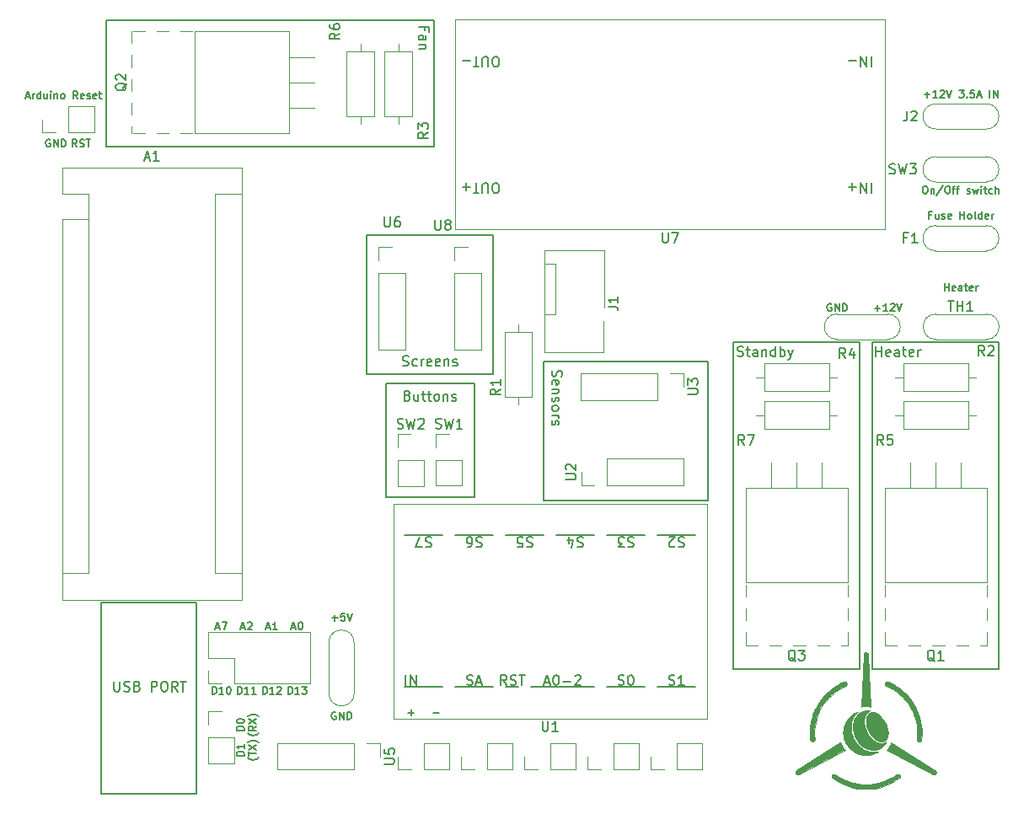
<source format=gto>
G04 #@! TF.GenerationSoftware,KiCad,Pcbnew,(6.0.0-rc1-57-gf03efa1cba)*
G04 #@! TF.CreationDate,2022-06-21T22:52:06+02:00*
G04 #@! TF.ProjectId,FilamentDryer,46696c61-6d65-46e7-9444-727965722e6b,3.7*
G04 #@! TF.SameCoordinates,Original*
G04 #@! TF.FileFunction,Legend,Top*
G04 #@! TF.FilePolarity,Positive*
%FSLAX46Y46*%
G04 Gerber Fmt 4.6, Leading zero omitted, Abs format (unit mm)*
G04 Created by KiCad (PCBNEW (6.0.0-rc1-57-gf03efa1cba)) date 2022-06-21 22:52:06*
%MOMM*%
%LPD*%
G01*
G04 APERTURE LIST*
%ADD10C,0.003239*%
%ADD11C,0.150000*%
%ADD12C,0.120000*%
%ADD13R,1.700000X1.700000*%
%ADD14O,1.700000X1.700000*%
%ADD15C,1.600000*%
%ADD16O,1.600000X1.600000*%
%ADD17O,3.500000X3.500000*%
%ADD18R,2.000000X1.905000*%
%ADD19O,2.000000X1.905000*%
%ADD20C,5.600000*%
%ADD21C,1.100000*%
%ADD22R,2.030000X1.730000*%
%ADD23O,2.030000X1.730000*%
%ADD24R,1.905000X2.000000*%
%ADD25O,1.905000X2.000000*%
%ADD26C,1.700000*%
%ADD27R,1.600000X1.600000*%
%ADD28C,1.524000*%
%ADD29C,4.030000*%
%ADD30R,2.000000X2.000000*%
G04 APERTURE END LIST*
D10*
X211092878Y-126858423D02*
X210975016Y-126837363D01*
X210975016Y-126837363D02*
X210858632Y-126810121D01*
X210858632Y-126810121D02*
X210743987Y-126776864D01*
X210743987Y-126776864D02*
X210631343Y-126737757D01*
X210631343Y-126737757D02*
X210520962Y-126692965D01*
X210520962Y-126692965D02*
X210413107Y-126642654D01*
X210413107Y-126642654D02*
X210308038Y-126586989D01*
X210308038Y-126586989D02*
X210206018Y-126526135D01*
X210206018Y-126526135D02*
X210107308Y-126460258D01*
X210107308Y-126460258D02*
X210012172Y-126389523D01*
X210012172Y-126389523D02*
X209920869Y-126314095D01*
X209920869Y-126314095D02*
X209833663Y-126234140D01*
X209833663Y-126234140D02*
X209750816Y-126149824D01*
X209750816Y-126149824D02*
X209672588Y-126061311D01*
X209672588Y-126061311D02*
X209599243Y-125968766D01*
X209599243Y-125968766D02*
X209531041Y-125872356D01*
X209531041Y-125872356D02*
X209463878Y-125765436D01*
X209463878Y-125765436D02*
X209403390Y-125656346D01*
X209403390Y-125656346D02*
X209349513Y-125545333D01*
X209349513Y-125545333D02*
X209302184Y-125432644D01*
X209302184Y-125432644D02*
X209261339Y-125318524D01*
X209261339Y-125318524D02*
X209226913Y-125203219D01*
X209226913Y-125203219D02*
X209198845Y-125086976D01*
X209198845Y-125086976D02*
X209177070Y-124970041D01*
X209177070Y-124970041D02*
X209161525Y-124852659D01*
X209161525Y-124852659D02*
X209152146Y-124735077D01*
X209152146Y-124735077D02*
X209148870Y-124617542D01*
X209148870Y-124617542D02*
X209151632Y-124500299D01*
X209151632Y-124500299D02*
X209160370Y-124383594D01*
X209160370Y-124383594D02*
X209175020Y-124267673D01*
X209175020Y-124267673D02*
X209195519Y-124152784D01*
X209195519Y-124152784D02*
X209221802Y-124039171D01*
X209221802Y-124039171D02*
X209253806Y-123927081D01*
X209253806Y-123927081D02*
X209291468Y-123816760D01*
X209291468Y-123816760D02*
X209334724Y-123708454D01*
X209334724Y-123708454D02*
X209383510Y-123602409D01*
X209383510Y-123602409D02*
X209437764Y-123498872D01*
X209437764Y-123498872D02*
X209497421Y-123398089D01*
X209497421Y-123398089D02*
X209562418Y-123300305D01*
X209562418Y-123300305D02*
X209632691Y-123205767D01*
X209632691Y-123205767D02*
X209708176Y-123114721D01*
X209708176Y-123114721D02*
X209788811Y-123027413D01*
X209788811Y-123027413D02*
X209874532Y-122944089D01*
X209874532Y-122944089D02*
X209965274Y-122864996D01*
X209965274Y-122864996D02*
X210060975Y-122790379D01*
X210060975Y-122790379D02*
X210161571Y-122720485D01*
X210161571Y-122720485D02*
X210266998Y-122655559D01*
X210266998Y-122655559D02*
X210377193Y-122595849D01*
X210377193Y-122595849D02*
X210462361Y-122553380D01*
X210462361Y-122553380D02*
X210496758Y-122536893D01*
X210496758Y-122536893D02*
X210525814Y-122523597D01*
X210525814Y-122523597D02*
X210549617Y-122513509D01*
X210549617Y-122513509D02*
X210568255Y-122506648D01*
X210568255Y-122506648D02*
X210581815Y-122503033D01*
X210581815Y-122503033D02*
X210586718Y-122502448D01*
X210586718Y-122502448D02*
X210590385Y-122502682D01*
X210590385Y-122502682D02*
X210592827Y-122503736D01*
X210592827Y-122503736D02*
X210594053Y-122505614D01*
X210594053Y-122505614D02*
X210594077Y-122508317D01*
X210594077Y-122508317D02*
X210592907Y-122511847D01*
X210592907Y-122511847D02*
X210590556Y-122516208D01*
X210590556Y-122516208D02*
X210587034Y-122521400D01*
X210587034Y-122521400D02*
X210576523Y-122534292D01*
X210576523Y-122534292D02*
X210561460Y-122550540D01*
X210561460Y-122550540D02*
X210541934Y-122570164D01*
X210541934Y-122570164D02*
X210489842Y-122619612D01*
X210489842Y-122619612D02*
X210426524Y-122681691D01*
X210426524Y-122681691D02*
X210366865Y-122746838D01*
X210366865Y-122746838D02*
X210310874Y-122814913D01*
X210310874Y-122814913D02*
X210258559Y-122885775D01*
X210258559Y-122885775D02*
X210209928Y-122959282D01*
X210209928Y-122959282D02*
X210164991Y-123035293D01*
X210164991Y-123035293D02*
X210123755Y-123113667D01*
X210123755Y-123113667D02*
X210086229Y-123194263D01*
X210086229Y-123194263D02*
X210052422Y-123276940D01*
X210052422Y-123276940D02*
X210022341Y-123361556D01*
X210022341Y-123361556D02*
X209995997Y-123447971D01*
X209995997Y-123447971D02*
X209973396Y-123536043D01*
X209973396Y-123536043D02*
X209954548Y-123625631D01*
X209954548Y-123625631D02*
X209939461Y-123716595D01*
X209939461Y-123716595D02*
X209928143Y-123808792D01*
X209928143Y-123808792D02*
X209920604Y-123902082D01*
X209920604Y-123902082D02*
X209916851Y-123996324D01*
X209916851Y-123996324D02*
X209916893Y-124091376D01*
X209916893Y-124091376D02*
X209920739Y-124187098D01*
X209920739Y-124187098D02*
X209928397Y-124283347D01*
X209928397Y-124283347D02*
X209939875Y-124379984D01*
X209939875Y-124379984D02*
X209955183Y-124476867D01*
X209955183Y-124476867D02*
X209974327Y-124573854D01*
X209974327Y-124573854D02*
X209997318Y-124670805D01*
X209997318Y-124670805D02*
X210024164Y-124767579D01*
X210024164Y-124767579D02*
X210054872Y-124864034D01*
X210054872Y-124864034D02*
X210089452Y-124960029D01*
X210089452Y-124960029D02*
X210127913Y-125055423D01*
X210127913Y-125055423D02*
X210170261Y-125150076D01*
X210170261Y-125150076D02*
X210216507Y-125243844D01*
X210216507Y-125243844D02*
X210266658Y-125336589D01*
X210266658Y-125336589D02*
X210320723Y-125428168D01*
X210320723Y-125428168D02*
X210356632Y-125483437D01*
X210356632Y-125483437D02*
X210397359Y-125540703D01*
X210397359Y-125540703D02*
X210442384Y-125599462D01*
X210442384Y-125599462D02*
X210491192Y-125659208D01*
X210491192Y-125659208D02*
X210543264Y-125719437D01*
X210543264Y-125719437D02*
X210598083Y-125779644D01*
X210598083Y-125779644D02*
X210655130Y-125839323D01*
X210655130Y-125839323D02*
X210713888Y-125897971D01*
X210713888Y-125897971D02*
X210773840Y-125955082D01*
X210773840Y-125955082D02*
X210834467Y-126010152D01*
X210834467Y-126010152D02*
X210895253Y-126062675D01*
X210895253Y-126062675D02*
X210955679Y-126112146D01*
X210955679Y-126112146D02*
X211015227Y-126158062D01*
X211015227Y-126158062D02*
X211073380Y-126199917D01*
X211073380Y-126199917D02*
X211129621Y-126237206D01*
X211129621Y-126237206D02*
X211183431Y-126269424D01*
X211183431Y-126269424D02*
X211265150Y-126313243D01*
X211265150Y-126313243D02*
X211348172Y-126353479D01*
X211348172Y-126353479D02*
X211432237Y-126390082D01*
X211432237Y-126390082D02*
X211517085Y-126423005D01*
X211517085Y-126423005D02*
X211602454Y-126452201D01*
X211602454Y-126452201D02*
X211688084Y-126477619D01*
X211688084Y-126477619D02*
X211773716Y-126499213D01*
X211773716Y-126499213D02*
X211859088Y-126516934D01*
X211859088Y-126516934D02*
X211943941Y-126530734D01*
X211943941Y-126530734D02*
X212028013Y-126540564D01*
X212028013Y-126540564D02*
X212111045Y-126546376D01*
X212111045Y-126546376D02*
X212192775Y-126548123D01*
X212192775Y-126548123D02*
X212272944Y-126545755D01*
X212272944Y-126545755D02*
X212351291Y-126539225D01*
X212351291Y-126539225D02*
X212427556Y-126528485D01*
X212427556Y-126528485D02*
X212501478Y-126513486D01*
X212501478Y-126513486D02*
X212535378Y-126505709D01*
X212535378Y-126505709D02*
X212567351Y-126498804D01*
X212567351Y-126498804D02*
X212596673Y-126492895D01*
X212596673Y-126492895D02*
X212622619Y-126488109D01*
X212622619Y-126488109D02*
X212644465Y-126484571D01*
X212644465Y-126484571D02*
X212661485Y-126482409D01*
X212661485Y-126482409D02*
X212672956Y-126481747D01*
X212672956Y-126481747D02*
X212676383Y-126482019D01*
X212676383Y-126482019D02*
X212678152Y-126482713D01*
X212678152Y-126482713D02*
X212676549Y-126488008D01*
X212676549Y-126488008D02*
X212672483Y-126494212D01*
X212672483Y-126494212D02*
X212666063Y-126501265D01*
X212666063Y-126501265D02*
X212657399Y-126509108D01*
X212657399Y-126509108D02*
X212633774Y-126526924D01*
X212633774Y-126526924D02*
X212602483Y-126547183D01*
X212602483Y-126547183D02*
X212564400Y-126569409D01*
X212564400Y-126569409D02*
X212520401Y-126593125D01*
X212520401Y-126593125D02*
X212471360Y-126617856D01*
X212471360Y-126617856D02*
X212418153Y-126643124D01*
X212418153Y-126643124D02*
X212361653Y-126668454D01*
X212361653Y-126668454D02*
X212302737Y-126693368D01*
X212302737Y-126693368D02*
X212242278Y-126717391D01*
X212242278Y-126717391D02*
X212181152Y-126740046D01*
X212181152Y-126740046D02*
X212120233Y-126760857D01*
X212120233Y-126760857D02*
X212060396Y-126779347D01*
X212060396Y-126779347D02*
X212002516Y-126795039D01*
X212002516Y-126795039D02*
X211947468Y-126807458D01*
X211947468Y-126807458D02*
X211900617Y-126818389D01*
X211900617Y-126818389D02*
X211850646Y-126828421D01*
X211850646Y-126828421D02*
X211798039Y-126837526D01*
X211798039Y-126837526D02*
X211743274Y-126845674D01*
X211743274Y-126845674D02*
X211629198Y-126858988D01*
X211629198Y-126858988D02*
X211512264Y-126868132D01*
X211512264Y-126868132D02*
X211396319Y-126872878D01*
X211396319Y-126872878D02*
X211285209Y-126872995D01*
X211285209Y-126872995D02*
X211232669Y-126871245D01*
X211232669Y-126871245D02*
X211182780Y-126868253D01*
X211182780Y-126868253D02*
X211136023Y-126863988D01*
X211136023Y-126863988D02*
X211092879Y-126858423D01*
X211092879Y-126858423D02*
X211092878Y-126858423D01*
X211092878Y-126858423D02*
X211092878Y-126858423D01*
G36*
X210590385Y-122502682D02*
G01*
X210592827Y-122503736D01*
X210594053Y-122505614D01*
X210594077Y-122508317D01*
X210592907Y-122511847D01*
X210590556Y-122516208D01*
X210587034Y-122521400D01*
X210576523Y-122534292D01*
X210561460Y-122550540D01*
X210541934Y-122570164D01*
X210489842Y-122619612D01*
X210426524Y-122681691D01*
X210366865Y-122746838D01*
X210310874Y-122814913D01*
X210258559Y-122885775D01*
X210209928Y-122959282D01*
X210164991Y-123035293D01*
X210123755Y-123113667D01*
X210086229Y-123194263D01*
X210052422Y-123276940D01*
X210022341Y-123361556D01*
X209995997Y-123447971D01*
X209973396Y-123536043D01*
X209954548Y-123625631D01*
X209939461Y-123716595D01*
X209928143Y-123808792D01*
X209920604Y-123902082D01*
X209916851Y-123996324D01*
X209916893Y-124091376D01*
X209920739Y-124187098D01*
X209928397Y-124283347D01*
X209939875Y-124379984D01*
X209955183Y-124476867D01*
X209974327Y-124573854D01*
X209997318Y-124670805D01*
X210024164Y-124767579D01*
X210054872Y-124864034D01*
X210089452Y-124960029D01*
X210127913Y-125055423D01*
X210170261Y-125150076D01*
X210216507Y-125243844D01*
X210266658Y-125336589D01*
X210320723Y-125428168D01*
X210356632Y-125483437D01*
X210397359Y-125540703D01*
X210442384Y-125599462D01*
X210491192Y-125659208D01*
X210543264Y-125719437D01*
X210598083Y-125779644D01*
X210655130Y-125839323D01*
X210713888Y-125897971D01*
X210773840Y-125955082D01*
X210834467Y-126010152D01*
X210895253Y-126062675D01*
X210955679Y-126112146D01*
X211015227Y-126158062D01*
X211073380Y-126199917D01*
X211129621Y-126237206D01*
X211183431Y-126269424D01*
X211265150Y-126313243D01*
X211348172Y-126353479D01*
X211432237Y-126390082D01*
X211517085Y-126423005D01*
X211602454Y-126452201D01*
X211688084Y-126477619D01*
X211773716Y-126499213D01*
X211859088Y-126516934D01*
X211943941Y-126530734D01*
X212028013Y-126540564D01*
X212111045Y-126546376D01*
X212192775Y-126548123D01*
X212272944Y-126545755D01*
X212351291Y-126539225D01*
X212427556Y-126528485D01*
X212501478Y-126513486D01*
X212535378Y-126505709D01*
X212567351Y-126498804D01*
X212596673Y-126492895D01*
X212622619Y-126488109D01*
X212644465Y-126484571D01*
X212661485Y-126482409D01*
X212672956Y-126481747D01*
X212676383Y-126482019D01*
X212678152Y-126482713D01*
X212676549Y-126488008D01*
X212672483Y-126494212D01*
X212666063Y-126501265D01*
X212657399Y-126509108D01*
X212633774Y-126526924D01*
X212602483Y-126547183D01*
X212564400Y-126569409D01*
X212520401Y-126593125D01*
X212471360Y-126617856D01*
X212418153Y-126643124D01*
X212361653Y-126668454D01*
X212302737Y-126693368D01*
X212242278Y-126717391D01*
X212181152Y-126740046D01*
X212120233Y-126760857D01*
X212060396Y-126779347D01*
X212002516Y-126795039D01*
X211947468Y-126807458D01*
X211900617Y-126818389D01*
X211850646Y-126828421D01*
X211798039Y-126837526D01*
X211743274Y-126845674D01*
X211629198Y-126858988D01*
X211512264Y-126868132D01*
X211396319Y-126872878D01*
X211285209Y-126872995D01*
X211232669Y-126871245D01*
X211182780Y-126868253D01*
X211136023Y-126863988D01*
X211092879Y-126858423D01*
X211092878Y-126858423D01*
X210975016Y-126837363D01*
X210858632Y-126810121D01*
X210743987Y-126776864D01*
X210631343Y-126737757D01*
X210520962Y-126692965D01*
X210413107Y-126642654D01*
X210308038Y-126586989D01*
X210206018Y-126526135D01*
X210107308Y-126460258D01*
X210012172Y-126389523D01*
X209920869Y-126314095D01*
X209833663Y-126234140D01*
X209750816Y-126149824D01*
X209672588Y-126061311D01*
X209599243Y-125968766D01*
X209531041Y-125872356D01*
X209463878Y-125765436D01*
X209403390Y-125656346D01*
X209349513Y-125545333D01*
X209302184Y-125432644D01*
X209261339Y-125318524D01*
X209226913Y-125203219D01*
X209198845Y-125086976D01*
X209177070Y-124970041D01*
X209161525Y-124852659D01*
X209152146Y-124735077D01*
X209148870Y-124617542D01*
X209151632Y-124500299D01*
X209160370Y-124383594D01*
X209175020Y-124267673D01*
X209195519Y-124152784D01*
X209221802Y-124039171D01*
X209253806Y-123927081D01*
X209291468Y-123816760D01*
X209334724Y-123708454D01*
X209383510Y-123602409D01*
X209437764Y-123498872D01*
X209497421Y-123398089D01*
X209562418Y-123300305D01*
X209632691Y-123205767D01*
X209708176Y-123114721D01*
X209788811Y-123027413D01*
X209874532Y-122944089D01*
X209965274Y-122864996D01*
X210060975Y-122790379D01*
X210161571Y-122720485D01*
X210266998Y-122655559D01*
X210377193Y-122595849D01*
X210462361Y-122553380D01*
X210496758Y-122536893D01*
X210525814Y-122523597D01*
X210549617Y-122513509D01*
X210568255Y-122506648D01*
X210581815Y-122503033D01*
X210586718Y-122502448D01*
X210590385Y-122502682D01*
G37*
X210590385Y-122502682D02*
X210592827Y-122503736D01*
X210594053Y-122505614D01*
X210594077Y-122508317D01*
X210592907Y-122511847D01*
X210590556Y-122516208D01*
X210587034Y-122521400D01*
X210576523Y-122534292D01*
X210561460Y-122550540D01*
X210541934Y-122570164D01*
X210489842Y-122619612D01*
X210426524Y-122681691D01*
X210366865Y-122746838D01*
X210310874Y-122814913D01*
X210258559Y-122885775D01*
X210209928Y-122959282D01*
X210164991Y-123035293D01*
X210123755Y-123113667D01*
X210086229Y-123194263D01*
X210052422Y-123276940D01*
X210022341Y-123361556D01*
X209995997Y-123447971D01*
X209973396Y-123536043D01*
X209954548Y-123625631D01*
X209939461Y-123716595D01*
X209928143Y-123808792D01*
X209920604Y-123902082D01*
X209916851Y-123996324D01*
X209916893Y-124091376D01*
X209920739Y-124187098D01*
X209928397Y-124283347D01*
X209939875Y-124379984D01*
X209955183Y-124476867D01*
X209974327Y-124573854D01*
X209997318Y-124670805D01*
X210024164Y-124767579D01*
X210054872Y-124864034D01*
X210089452Y-124960029D01*
X210127913Y-125055423D01*
X210170261Y-125150076D01*
X210216507Y-125243844D01*
X210266658Y-125336589D01*
X210320723Y-125428168D01*
X210356632Y-125483437D01*
X210397359Y-125540703D01*
X210442384Y-125599462D01*
X210491192Y-125659208D01*
X210543264Y-125719437D01*
X210598083Y-125779644D01*
X210655130Y-125839323D01*
X210713888Y-125897971D01*
X210773840Y-125955082D01*
X210834467Y-126010152D01*
X210895253Y-126062675D01*
X210955679Y-126112146D01*
X211015227Y-126158062D01*
X211073380Y-126199917D01*
X211129621Y-126237206D01*
X211183431Y-126269424D01*
X211265150Y-126313243D01*
X211348172Y-126353479D01*
X211432237Y-126390082D01*
X211517085Y-126423005D01*
X211602454Y-126452201D01*
X211688084Y-126477619D01*
X211773716Y-126499213D01*
X211859088Y-126516934D01*
X211943941Y-126530734D01*
X212028013Y-126540564D01*
X212111045Y-126546376D01*
X212192775Y-126548123D01*
X212272944Y-126545755D01*
X212351291Y-126539225D01*
X212427556Y-126528485D01*
X212501478Y-126513486D01*
X212535378Y-126505709D01*
X212567351Y-126498804D01*
X212596673Y-126492895D01*
X212622619Y-126488109D01*
X212644465Y-126484571D01*
X212661485Y-126482409D01*
X212672956Y-126481747D01*
X212676383Y-126482019D01*
X212678152Y-126482713D01*
X212676549Y-126488008D01*
X212672483Y-126494212D01*
X212666063Y-126501265D01*
X212657399Y-126509108D01*
X212633774Y-126526924D01*
X212602483Y-126547183D01*
X212564400Y-126569409D01*
X212520401Y-126593125D01*
X212471360Y-126617856D01*
X212418153Y-126643124D01*
X212361653Y-126668454D01*
X212302737Y-126693368D01*
X212242278Y-126717391D01*
X212181152Y-126740046D01*
X212120233Y-126760857D01*
X212060396Y-126779347D01*
X212002516Y-126795039D01*
X211947468Y-126807458D01*
X211900617Y-126818389D01*
X211850646Y-126828421D01*
X211798039Y-126837526D01*
X211743274Y-126845674D01*
X211629198Y-126858988D01*
X211512264Y-126868132D01*
X211396319Y-126872878D01*
X211285209Y-126872995D01*
X211232669Y-126871245D01*
X211182780Y-126868253D01*
X211136023Y-126863988D01*
X211092879Y-126858423D01*
X211092878Y-126858423D01*
X210975016Y-126837363D01*
X210858632Y-126810121D01*
X210743987Y-126776864D01*
X210631343Y-126737757D01*
X210520962Y-126692965D01*
X210413107Y-126642654D01*
X210308038Y-126586989D01*
X210206018Y-126526135D01*
X210107308Y-126460258D01*
X210012172Y-126389523D01*
X209920869Y-126314095D01*
X209833663Y-126234140D01*
X209750816Y-126149824D01*
X209672588Y-126061311D01*
X209599243Y-125968766D01*
X209531041Y-125872356D01*
X209463878Y-125765436D01*
X209403390Y-125656346D01*
X209349513Y-125545333D01*
X209302184Y-125432644D01*
X209261339Y-125318524D01*
X209226913Y-125203219D01*
X209198845Y-125086976D01*
X209177070Y-124970041D01*
X209161525Y-124852659D01*
X209152146Y-124735077D01*
X209148870Y-124617542D01*
X209151632Y-124500299D01*
X209160370Y-124383594D01*
X209175020Y-124267673D01*
X209195519Y-124152784D01*
X209221802Y-124039171D01*
X209253806Y-123927081D01*
X209291468Y-123816760D01*
X209334724Y-123708454D01*
X209383510Y-123602409D01*
X209437764Y-123498872D01*
X209497421Y-123398089D01*
X209562418Y-123300305D01*
X209632691Y-123205767D01*
X209708176Y-123114721D01*
X209788811Y-123027413D01*
X209874532Y-122944089D01*
X209965274Y-122864996D01*
X210060975Y-122790379D01*
X210161571Y-122720485D01*
X210266998Y-122655559D01*
X210377193Y-122595849D01*
X210462361Y-122553380D01*
X210496758Y-122536893D01*
X210525814Y-122523597D01*
X210549617Y-122513509D01*
X210568255Y-122506648D01*
X210581815Y-122503033D01*
X210586718Y-122502448D01*
X210590385Y-122502682D01*
X211700320Y-126278927D02*
X211591359Y-126242674D01*
X211591359Y-126242674D02*
X211485261Y-126200591D01*
X211485261Y-126200591D02*
X211382104Y-126152752D01*
X211382104Y-126152752D02*
X211281968Y-126099229D01*
X211281968Y-126099229D02*
X211184933Y-126040094D01*
X211184933Y-126040094D02*
X211091076Y-125975421D01*
X211091076Y-125975421D02*
X211000478Y-125905280D01*
X211000478Y-125905280D02*
X210913217Y-125829746D01*
X210913217Y-125829746D02*
X210829374Y-125748890D01*
X210829374Y-125748890D02*
X210749027Y-125662784D01*
X210749027Y-125662784D02*
X210672255Y-125571501D01*
X210672255Y-125571501D02*
X210599138Y-125475113D01*
X210599138Y-125475113D02*
X210529755Y-125373694D01*
X210529755Y-125373694D02*
X210464185Y-125267315D01*
X210464185Y-125267315D02*
X210402508Y-125156048D01*
X210402508Y-125156048D02*
X210344803Y-125039966D01*
X210344803Y-125039966D02*
X210302978Y-124934564D01*
X210302978Y-124934564D02*
X210264987Y-124829539D01*
X210264987Y-124829539D02*
X210230960Y-124724932D01*
X210230960Y-124724932D02*
X210201026Y-124620782D01*
X210201026Y-124620782D02*
X210175314Y-124517131D01*
X210175314Y-124517131D02*
X210153953Y-124414017D01*
X210153953Y-124414017D02*
X210137072Y-124311481D01*
X210137072Y-124311481D02*
X210124801Y-124209563D01*
X210124801Y-124209563D02*
X210117268Y-124108303D01*
X210117268Y-124108303D02*
X210114604Y-124007742D01*
X210114604Y-124007742D02*
X210116938Y-123907918D01*
X210116938Y-123907918D02*
X210124397Y-123808872D01*
X210124397Y-123808872D02*
X210137113Y-123710645D01*
X210137113Y-123710645D02*
X210155213Y-123613276D01*
X210155213Y-123613276D02*
X210178828Y-123516806D01*
X210178828Y-123516806D02*
X210208086Y-123421274D01*
X210208086Y-123421274D02*
X210239837Y-123333839D01*
X210239837Y-123333839D02*
X210275587Y-123249431D01*
X210275587Y-123249431D02*
X210315225Y-123168164D01*
X210315225Y-123168164D02*
X210358643Y-123090153D01*
X210358643Y-123090153D02*
X210405731Y-123015512D01*
X210405731Y-123015512D02*
X210456379Y-122944357D01*
X210456379Y-122944357D02*
X210510478Y-122876803D01*
X210510478Y-122876803D02*
X210567918Y-122812963D01*
X210567918Y-122812963D02*
X210628590Y-122752954D01*
X210628590Y-122752954D02*
X210692384Y-122696890D01*
X210692384Y-122696890D02*
X210759190Y-122644886D01*
X210759190Y-122644886D02*
X210828900Y-122597057D01*
X210828900Y-122597057D02*
X210901404Y-122553517D01*
X210901404Y-122553517D02*
X210976592Y-122514382D01*
X210976592Y-122514382D02*
X211054354Y-122479767D01*
X211054354Y-122479767D02*
X211134582Y-122449786D01*
X211134582Y-122449786D02*
X211169494Y-122438849D01*
X211169494Y-122438849D02*
X211207625Y-122428551D01*
X211207625Y-122428551D02*
X211248416Y-122418950D01*
X211248416Y-122418950D02*
X211291306Y-122410105D01*
X211291306Y-122410105D02*
X211381143Y-122394913D01*
X211381143Y-122394913D02*
X211472655Y-122383443D01*
X211472655Y-122383443D02*
X211561362Y-122376161D01*
X211561362Y-122376161D02*
X211603262Y-122374235D01*
X211603262Y-122374235D02*
X211642782Y-122373531D01*
X211642782Y-122373531D02*
X211679359Y-122374108D01*
X211679359Y-122374108D02*
X211712435Y-122376022D01*
X211712435Y-122376022D02*
X211741448Y-122379333D01*
X211741448Y-122379333D02*
X211765839Y-122384098D01*
X211765839Y-122384098D02*
X211836939Y-122401995D01*
X211836939Y-122401995D02*
X211729797Y-122455169D01*
X211729797Y-122455169D02*
X211697417Y-122472415D01*
X211697417Y-122472415D02*
X211665992Y-122491515D01*
X211665992Y-122491515D02*
X211635541Y-122512421D01*
X211635541Y-122512421D02*
X211606082Y-122535085D01*
X211606082Y-122535085D02*
X211577634Y-122559460D01*
X211577634Y-122559460D02*
X211550213Y-122585498D01*
X211550213Y-122585498D02*
X211523839Y-122613151D01*
X211523839Y-122613151D02*
X211498530Y-122642372D01*
X211498530Y-122642372D02*
X211474303Y-122673114D01*
X211474303Y-122673114D02*
X211451178Y-122705328D01*
X211451178Y-122705328D02*
X211429172Y-122738966D01*
X211429172Y-122738966D02*
X211408304Y-122773982D01*
X211408304Y-122773982D02*
X211388591Y-122810328D01*
X211388591Y-122810328D02*
X211370053Y-122847955D01*
X211370053Y-122847955D02*
X211352706Y-122886817D01*
X211352706Y-122886817D02*
X211336570Y-122926866D01*
X211336570Y-122926866D02*
X211321663Y-122968053D01*
X211321663Y-122968053D02*
X211308002Y-123010332D01*
X211308002Y-123010332D02*
X211295606Y-123053654D01*
X211295606Y-123053654D02*
X211284494Y-123097972D01*
X211284494Y-123097972D02*
X211274683Y-123143239D01*
X211274683Y-123143239D02*
X211266191Y-123189407D01*
X211266191Y-123189407D02*
X211259037Y-123236428D01*
X211259037Y-123236428D02*
X211253240Y-123284254D01*
X211253240Y-123284254D02*
X211248816Y-123332838D01*
X211248816Y-123332838D02*
X211245785Y-123382132D01*
X211245785Y-123382132D02*
X211244165Y-123432088D01*
X211244165Y-123432088D02*
X211243974Y-123482660D01*
X211243974Y-123482660D02*
X211245229Y-123533799D01*
X211245229Y-123533799D02*
X211247950Y-123585457D01*
X211247950Y-123585457D02*
X211252154Y-123637587D01*
X211252154Y-123637587D02*
X211257860Y-123690142D01*
X211257860Y-123690142D02*
X211285887Y-123864809D01*
X211285887Y-123864809D02*
X211326452Y-124037084D01*
X211326452Y-124037084D02*
X211378800Y-124206000D01*
X211378800Y-124206000D02*
X211442177Y-124370586D01*
X211442177Y-124370586D02*
X211515829Y-124529875D01*
X211515829Y-124529875D02*
X211599001Y-124682898D01*
X211599001Y-124682898D02*
X211690938Y-124828686D01*
X211690938Y-124828686D02*
X211790887Y-124966270D01*
X211790887Y-124966270D02*
X211898093Y-125094682D01*
X211898093Y-125094682D02*
X212011802Y-125212952D01*
X212011802Y-125212952D02*
X212131258Y-125320113D01*
X212131258Y-125320113D02*
X212255708Y-125415196D01*
X212255708Y-125415196D02*
X212384397Y-125497231D01*
X212384397Y-125497231D02*
X212516571Y-125565250D01*
X212516571Y-125565250D02*
X212583729Y-125593701D01*
X212583729Y-125593701D02*
X212651476Y-125618284D01*
X212651476Y-125618284D02*
X212719716Y-125638880D01*
X212719716Y-125638880D02*
X212788356Y-125655365D01*
X212788356Y-125655365D02*
X212827841Y-125662855D01*
X212827841Y-125662855D02*
X212867008Y-125668753D01*
X212867008Y-125668753D02*
X212905795Y-125673067D01*
X212905795Y-125673067D02*
X212944140Y-125675805D01*
X212944140Y-125675805D02*
X212981982Y-125676974D01*
X212981982Y-125676974D02*
X213019258Y-125676582D01*
X213019258Y-125676582D02*
X213055908Y-125674636D01*
X213055908Y-125674636D02*
X213091868Y-125671143D01*
X213091868Y-125671143D02*
X213127077Y-125666111D01*
X213127077Y-125666111D02*
X213161474Y-125659548D01*
X213161474Y-125659548D02*
X213194996Y-125651460D01*
X213194996Y-125651460D02*
X213227581Y-125641855D01*
X213227581Y-125641855D02*
X213259169Y-125630740D01*
X213259169Y-125630740D02*
X213289695Y-125618124D01*
X213289695Y-125618124D02*
X213319100Y-125604013D01*
X213319100Y-125604013D02*
X213347321Y-125588415D01*
X213347321Y-125588415D02*
X213365190Y-125577974D01*
X213365190Y-125577974D02*
X213382302Y-125568235D01*
X213382302Y-125568235D02*
X213398251Y-125559410D01*
X213398251Y-125559410D02*
X213412631Y-125551712D01*
X213412631Y-125551712D02*
X213425037Y-125545354D01*
X213425037Y-125545354D02*
X213435061Y-125540549D01*
X213435061Y-125540549D02*
X213442298Y-125537510D01*
X213442298Y-125537510D02*
X213444744Y-125536719D01*
X213444744Y-125536719D02*
X213446342Y-125536449D01*
X213446342Y-125536449D02*
X213446813Y-125536618D01*
X213446813Y-125536618D02*
X213447074Y-125537117D01*
X213447074Y-125537117D02*
X213447130Y-125537938D01*
X213447130Y-125537938D02*
X213446983Y-125539074D01*
X213446983Y-125539074D02*
X213446103Y-125542256D01*
X213446103Y-125542256D02*
X213444469Y-125546596D01*
X213444469Y-125546596D02*
X213442116Y-125552029D01*
X213442116Y-125552029D02*
X213439078Y-125558488D01*
X213439078Y-125558488D02*
X213435389Y-125565908D01*
X213435389Y-125565908D02*
X213431086Y-125574223D01*
X213431086Y-125574223D02*
X213426202Y-125583367D01*
X213426202Y-125583367D02*
X213420771Y-125593274D01*
X213420771Y-125593274D02*
X213408412Y-125615112D01*
X213408412Y-125615112D02*
X213394285Y-125639212D01*
X213394285Y-125639212D02*
X213378668Y-125665044D01*
X213378668Y-125665044D02*
X213343197Y-125720438D01*
X213343197Y-125720438D02*
X213306201Y-125773435D01*
X213306201Y-125773435D02*
X213267642Y-125824065D01*
X213267642Y-125824065D02*
X213227480Y-125872359D01*
X213227480Y-125872359D02*
X213185679Y-125918349D01*
X213185679Y-125918349D02*
X213142197Y-125962064D01*
X213142197Y-125962064D02*
X213096998Y-126003536D01*
X213096998Y-126003536D02*
X213050042Y-126042796D01*
X213050042Y-126042796D02*
X213001291Y-126079873D01*
X213001291Y-126079873D02*
X212950706Y-126114800D01*
X212950706Y-126114800D02*
X212898248Y-126147607D01*
X212898248Y-126147607D02*
X212843879Y-126178324D01*
X212843879Y-126178324D02*
X212787560Y-126206983D01*
X212787560Y-126206983D02*
X212729252Y-126233614D01*
X212729252Y-126233614D02*
X212668918Y-126258248D01*
X212668918Y-126258248D02*
X212606517Y-126280916D01*
X212606517Y-126280916D02*
X212560169Y-126295193D01*
X212560169Y-126295193D02*
X212510532Y-126307545D01*
X212510532Y-126307545D02*
X212458018Y-126317974D01*
X212458018Y-126317974D02*
X212403037Y-126326481D01*
X212403037Y-126326481D02*
X212346000Y-126333066D01*
X212346000Y-126333066D02*
X212287316Y-126337729D01*
X212287316Y-126337729D02*
X212227398Y-126340473D01*
X212227398Y-126340473D02*
X212166656Y-126341298D01*
X212166656Y-126341298D02*
X212105500Y-126340205D01*
X212105500Y-126340205D02*
X212044340Y-126337194D01*
X212044340Y-126337194D02*
X211983589Y-126332267D01*
X211983589Y-126332267D02*
X211923656Y-126325425D01*
X211923656Y-126325425D02*
X211864951Y-126316667D01*
X211864951Y-126316667D02*
X211807887Y-126305996D01*
X211807887Y-126305996D02*
X211752872Y-126293412D01*
X211752872Y-126293412D02*
X211700319Y-126278916D01*
X211700319Y-126278916D02*
X211700320Y-126278927D01*
X211700320Y-126278927D02*
X211700320Y-126278927D01*
G36*
X211679359Y-122374108D02*
G01*
X211712435Y-122376022D01*
X211741448Y-122379333D01*
X211765839Y-122384098D01*
X211836939Y-122401995D01*
X211729797Y-122455169D01*
X211697417Y-122472415D01*
X211665992Y-122491515D01*
X211635541Y-122512421D01*
X211606082Y-122535085D01*
X211577634Y-122559460D01*
X211550213Y-122585498D01*
X211523839Y-122613151D01*
X211498530Y-122642372D01*
X211474303Y-122673114D01*
X211451178Y-122705328D01*
X211429172Y-122738966D01*
X211408304Y-122773982D01*
X211388591Y-122810328D01*
X211370053Y-122847955D01*
X211352706Y-122886817D01*
X211336570Y-122926866D01*
X211321663Y-122968053D01*
X211308002Y-123010332D01*
X211295606Y-123053654D01*
X211284494Y-123097972D01*
X211274683Y-123143239D01*
X211266191Y-123189407D01*
X211259037Y-123236428D01*
X211253240Y-123284254D01*
X211248816Y-123332838D01*
X211245785Y-123382132D01*
X211244165Y-123432088D01*
X211243974Y-123482660D01*
X211245229Y-123533799D01*
X211247950Y-123585457D01*
X211252154Y-123637587D01*
X211257860Y-123690142D01*
X211285887Y-123864809D01*
X211326452Y-124037084D01*
X211378800Y-124206000D01*
X211442177Y-124370586D01*
X211515829Y-124529875D01*
X211599001Y-124682898D01*
X211690938Y-124828686D01*
X211790887Y-124966270D01*
X211898093Y-125094682D01*
X212011802Y-125212952D01*
X212131258Y-125320113D01*
X212255708Y-125415196D01*
X212384397Y-125497231D01*
X212516571Y-125565250D01*
X212583729Y-125593701D01*
X212651476Y-125618284D01*
X212719716Y-125638880D01*
X212788356Y-125655365D01*
X212827841Y-125662855D01*
X212867008Y-125668753D01*
X212905795Y-125673067D01*
X212944140Y-125675805D01*
X212981982Y-125676974D01*
X213019258Y-125676582D01*
X213055908Y-125674636D01*
X213091868Y-125671143D01*
X213127077Y-125666111D01*
X213161474Y-125659548D01*
X213194996Y-125651460D01*
X213227581Y-125641855D01*
X213259169Y-125630740D01*
X213289695Y-125618124D01*
X213319100Y-125604013D01*
X213347321Y-125588415D01*
X213365190Y-125577974D01*
X213382302Y-125568235D01*
X213398251Y-125559410D01*
X213412631Y-125551712D01*
X213425037Y-125545354D01*
X213435061Y-125540549D01*
X213442298Y-125537510D01*
X213444744Y-125536719D01*
X213446342Y-125536449D01*
X213446813Y-125536618D01*
X213447074Y-125537117D01*
X213447130Y-125537938D01*
X213446983Y-125539074D01*
X213446103Y-125542256D01*
X213444469Y-125546596D01*
X213442116Y-125552029D01*
X213439078Y-125558488D01*
X213435389Y-125565908D01*
X213431086Y-125574223D01*
X213426202Y-125583367D01*
X213420771Y-125593274D01*
X213408412Y-125615112D01*
X213394285Y-125639212D01*
X213378668Y-125665044D01*
X213343197Y-125720438D01*
X213306201Y-125773435D01*
X213267642Y-125824065D01*
X213227480Y-125872359D01*
X213185679Y-125918349D01*
X213142197Y-125962064D01*
X213096998Y-126003536D01*
X213050042Y-126042796D01*
X213001291Y-126079873D01*
X212950706Y-126114800D01*
X212898248Y-126147607D01*
X212843879Y-126178324D01*
X212787560Y-126206983D01*
X212729252Y-126233614D01*
X212668918Y-126258248D01*
X212606517Y-126280916D01*
X212560169Y-126295193D01*
X212510532Y-126307545D01*
X212458018Y-126317974D01*
X212403037Y-126326481D01*
X212346000Y-126333066D01*
X212287316Y-126337729D01*
X212227398Y-126340473D01*
X212166656Y-126341298D01*
X212105500Y-126340205D01*
X212044340Y-126337194D01*
X211983589Y-126332267D01*
X211923656Y-126325425D01*
X211864951Y-126316667D01*
X211807887Y-126305996D01*
X211752872Y-126293412D01*
X211700319Y-126278916D01*
X211700320Y-126278927D01*
X211591359Y-126242674D01*
X211485261Y-126200591D01*
X211382104Y-126152752D01*
X211281968Y-126099229D01*
X211184933Y-126040094D01*
X211091076Y-125975421D01*
X211000478Y-125905280D01*
X210913217Y-125829746D01*
X210829374Y-125748890D01*
X210749027Y-125662784D01*
X210672255Y-125571501D01*
X210599138Y-125475113D01*
X210529755Y-125373694D01*
X210464185Y-125267315D01*
X210402508Y-125156048D01*
X210344803Y-125039966D01*
X210302978Y-124934564D01*
X210264987Y-124829539D01*
X210230960Y-124724932D01*
X210201026Y-124620782D01*
X210175314Y-124517131D01*
X210153953Y-124414017D01*
X210137072Y-124311481D01*
X210124801Y-124209563D01*
X210117268Y-124108303D01*
X210114604Y-124007742D01*
X210116938Y-123907918D01*
X210124397Y-123808872D01*
X210137113Y-123710645D01*
X210155213Y-123613276D01*
X210178828Y-123516806D01*
X210208086Y-123421274D01*
X210239837Y-123333839D01*
X210275587Y-123249431D01*
X210315225Y-123168164D01*
X210358643Y-123090153D01*
X210405731Y-123015512D01*
X210456379Y-122944357D01*
X210510478Y-122876803D01*
X210567918Y-122812963D01*
X210628590Y-122752954D01*
X210692384Y-122696890D01*
X210759190Y-122644886D01*
X210828900Y-122597057D01*
X210901404Y-122553517D01*
X210976592Y-122514382D01*
X211054354Y-122479767D01*
X211134582Y-122449786D01*
X211169494Y-122438849D01*
X211207625Y-122428551D01*
X211248416Y-122418950D01*
X211291306Y-122410105D01*
X211381143Y-122394913D01*
X211472655Y-122383443D01*
X211561362Y-122376161D01*
X211603262Y-122374235D01*
X211642782Y-122373531D01*
X211679359Y-122374108D01*
G37*
X211679359Y-122374108D02*
X211712435Y-122376022D01*
X211741448Y-122379333D01*
X211765839Y-122384098D01*
X211836939Y-122401995D01*
X211729797Y-122455169D01*
X211697417Y-122472415D01*
X211665992Y-122491515D01*
X211635541Y-122512421D01*
X211606082Y-122535085D01*
X211577634Y-122559460D01*
X211550213Y-122585498D01*
X211523839Y-122613151D01*
X211498530Y-122642372D01*
X211474303Y-122673114D01*
X211451178Y-122705328D01*
X211429172Y-122738966D01*
X211408304Y-122773982D01*
X211388591Y-122810328D01*
X211370053Y-122847955D01*
X211352706Y-122886817D01*
X211336570Y-122926866D01*
X211321663Y-122968053D01*
X211308002Y-123010332D01*
X211295606Y-123053654D01*
X211284494Y-123097972D01*
X211274683Y-123143239D01*
X211266191Y-123189407D01*
X211259037Y-123236428D01*
X211253240Y-123284254D01*
X211248816Y-123332838D01*
X211245785Y-123382132D01*
X211244165Y-123432088D01*
X211243974Y-123482660D01*
X211245229Y-123533799D01*
X211247950Y-123585457D01*
X211252154Y-123637587D01*
X211257860Y-123690142D01*
X211285887Y-123864809D01*
X211326452Y-124037084D01*
X211378800Y-124206000D01*
X211442177Y-124370586D01*
X211515829Y-124529875D01*
X211599001Y-124682898D01*
X211690938Y-124828686D01*
X211790887Y-124966270D01*
X211898093Y-125094682D01*
X212011802Y-125212952D01*
X212131258Y-125320113D01*
X212255708Y-125415196D01*
X212384397Y-125497231D01*
X212516571Y-125565250D01*
X212583729Y-125593701D01*
X212651476Y-125618284D01*
X212719716Y-125638880D01*
X212788356Y-125655365D01*
X212827841Y-125662855D01*
X212867008Y-125668753D01*
X212905795Y-125673067D01*
X212944140Y-125675805D01*
X212981982Y-125676974D01*
X213019258Y-125676582D01*
X213055908Y-125674636D01*
X213091868Y-125671143D01*
X213127077Y-125666111D01*
X213161474Y-125659548D01*
X213194996Y-125651460D01*
X213227581Y-125641855D01*
X213259169Y-125630740D01*
X213289695Y-125618124D01*
X213319100Y-125604013D01*
X213347321Y-125588415D01*
X213365190Y-125577974D01*
X213382302Y-125568235D01*
X213398251Y-125559410D01*
X213412631Y-125551712D01*
X213425037Y-125545354D01*
X213435061Y-125540549D01*
X213442298Y-125537510D01*
X213444744Y-125536719D01*
X213446342Y-125536449D01*
X213446813Y-125536618D01*
X213447074Y-125537117D01*
X213447130Y-125537938D01*
X213446983Y-125539074D01*
X213446103Y-125542256D01*
X213444469Y-125546596D01*
X213442116Y-125552029D01*
X213439078Y-125558488D01*
X213435389Y-125565908D01*
X213431086Y-125574223D01*
X213426202Y-125583367D01*
X213420771Y-125593274D01*
X213408412Y-125615112D01*
X213394285Y-125639212D01*
X213378668Y-125665044D01*
X213343197Y-125720438D01*
X213306201Y-125773435D01*
X213267642Y-125824065D01*
X213227480Y-125872359D01*
X213185679Y-125918349D01*
X213142197Y-125962064D01*
X213096998Y-126003536D01*
X213050042Y-126042796D01*
X213001291Y-126079873D01*
X212950706Y-126114800D01*
X212898248Y-126147607D01*
X212843879Y-126178324D01*
X212787560Y-126206983D01*
X212729252Y-126233614D01*
X212668918Y-126258248D01*
X212606517Y-126280916D01*
X212560169Y-126295193D01*
X212510532Y-126307545D01*
X212458018Y-126317974D01*
X212403037Y-126326481D01*
X212346000Y-126333066D01*
X212287316Y-126337729D01*
X212227398Y-126340473D01*
X212166656Y-126341298D01*
X212105500Y-126340205D01*
X212044340Y-126337194D01*
X211983589Y-126332267D01*
X211923656Y-126325425D01*
X211864951Y-126316667D01*
X211807887Y-126305996D01*
X211752872Y-126293412D01*
X211700319Y-126278916D01*
X211700320Y-126278927D01*
X211591359Y-126242674D01*
X211485261Y-126200591D01*
X211382104Y-126152752D01*
X211281968Y-126099229D01*
X211184933Y-126040094D01*
X211091076Y-125975421D01*
X211000478Y-125905280D01*
X210913217Y-125829746D01*
X210829374Y-125748890D01*
X210749027Y-125662784D01*
X210672255Y-125571501D01*
X210599138Y-125475113D01*
X210529755Y-125373694D01*
X210464185Y-125267315D01*
X210402508Y-125156048D01*
X210344803Y-125039966D01*
X210302978Y-124934564D01*
X210264987Y-124829539D01*
X210230960Y-124724932D01*
X210201026Y-124620782D01*
X210175314Y-124517131D01*
X210153953Y-124414017D01*
X210137072Y-124311481D01*
X210124801Y-124209563D01*
X210117268Y-124108303D01*
X210114604Y-124007742D01*
X210116938Y-123907918D01*
X210124397Y-123808872D01*
X210137113Y-123710645D01*
X210155213Y-123613276D01*
X210178828Y-123516806D01*
X210208086Y-123421274D01*
X210239837Y-123333839D01*
X210275587Y-123249431D01*
X210315225Y-123168164D01*
X210358643Y-123090153D01*
X210405731Y-123015512D01*
X210456379Y-122944357D01*
X210510478Y-122876803D01*
X210567918Y-122812963D01*
X210628590Y-122752954D01*
X210692384Y-122696890D01*
X210759190Y-122644886D01*
X210828900Y-122597057D01*
X210901404Y-122553517D01*
X210976592Y-122514382D01*
X211054354Y-122479767D01*
X211134582Y-122449786D01*
X211169494Y-122438849D01*
X211207625Y-122428551D01*
X211248416Y-122418950D01*
X211291306Y-122410105D01*
X211381143Y-122394913D01*
X211472655Y-122383443D01*
X211561362Y-122376161D01*
X211603262Y-122374235D01*
X211642782Y-122373531D01*
X211679359Y-122374108D01*
X212818101Y-125483078D02*
X212781117Y-125474466D01*
X212781117Y-125474466D02*
X212742340Y-125462970D01*
X212742340Y-125462970D02*
X212702019Y-125448742D01*
X212702019Y-125448742D02*
X212660403Y-125431928D01*
X212660403Y-125431928D02*
X212617740Y-125412680D01*
X212617740Y-125412680D02*
X212574280Y-125391145D01*
X212574280Y-125391145D02*
X212530271Y-125367473D01*
X212530271Y-125367473D02*
X212485962Y-125341813D01*
X212485962Y-125341813D02*
X212441601Y-125314314D01*
X212441601Y-125314314D02*
X212397438Y-125285126D01*
X212397438Y-125285126D02*
X212353720Y-125254397D01*
X212353720Y-125254397D02*
X212310698Y-125222278D01*
X212310698Y-125222278D02*
X212268618Y-125188915D01*
X212268618Y-125188915D02*
X212227731Y-125154460D01*
X212227731Y-125154460D02*
X212188285Y-125119061D01*
X212188285Y-125119061D02*
X212150528Y-125082868D01*
X212150528Y-125082868D02*
X212068958Y-124997984D01*
X212068958Y-124997984D02*
X211991843Y-124909715D01*
X211991843Y-124909715D02*
X211919294Y-124818313D01*
X211919294Y-124818313D02*
X211851421Y-124724033D01*
X211851421Y-124724033D02*
X211788336Y-124627128D01*
X211788336Y-124627128D02*
X211730148Y-124527851D01*
X211730148Y-124527851D02*
X211676969Y-124426456D01*
X211676969Y-124426456D02*
X211628910Y-124323196D01*
X211628910Y-124323196D02*
X211586080Y-124218326D01*
X211586080Y-124218326D02*
X211548591Y-124112098D01*
X211548591Y-124112098D02*
X211516554Y-124004767D01*
X211516554Y-124004767D02*
X211490079Y-123896585D01*
X211490079Y-123896585D02*
X211469277Y-123787807D01*
X211469277Y-123787807D02*
X211454259Y-123678686D01*
X211454259Y-123678686D02*
X211445135Y-123569475D01*
X211445135Y-123569475D02*
X211442016Y-123460429D01*
X211442016Y-123460429D02*
X211442715Y-123405303D01*
X211442715Y-123405303D02*
X211444811Y-123350299D01*
X211444811Y-123350299D02*
X211448199Y-123296447D01*
X211448199Y-123296447D02*
X211452774Y-123244780D01*
X211452774Y-123244780D02*
X211458430Y-123196326D01*
X211458430Y-123196326D02*
X211465065Y-123152117D01*
X211465065Y-123152117D02*
X211472572Y-123113183D01*
X211472572Y-123113183D02*
X211480848Y-123080555D01*
X211480848Y-123080555D02*
X211493145Y-123041856D01*
X211493145Y-123041856D02*
X211506704Y-123004517D01*
X211506704Y-123004517D02*
X211521497Y-122968554D01*
X211521497Y-122968554D02*
X211537496Y-122933982D01*
X211537496Y-122933982D02*
X211554674Y-122900815D01*
X211554674Y-122900815D02*
X211573003Y-122869071D01*
X211573003Y-122869071D02*
X211592455Y-122838763D01*
X211592455Y-122838763D02*
X211613001Y-122809907D01*
X211613001Y-122809907D02*
X211634616Y-122782520D01*
X211634616Y-122782520D02*
X211657269Y-122756615D01*
X211657269Y-122756615D02*
X211680935Y-122732209D01*
X211680935Y-122732209D02*
X211705584Y-122709316D01*
X211705584Y-122709316D02*
X211731189Y-122687953D01*
X211731189Y-122687953D02*
X211757723Y-122668134D01*
X211757723Y-122668134D02*
X211785158Y-122649875D01*
X211785158Y-122649875D02*
X211813465Y-122633191D01*
X211813465Y-122633191D02*
X211842617Y-122618098D01*
X211842617Y-122618098D02*
X211872587Y-122604611D01*
X211872587Y-122604611D02*
X211903346Y-122592746D01*
X211903346Y-122592746D02*
X211934866Y-122582517D01*
X211934866Y-122582517D02*
X211967121Y-122573941D01*
X211967121Y-122573941D02*
X212000081Y-122567031D01*
X212000081Y-122567031D02*
X212033719Y-122561805D01*
X212033719Y-122561805D02*
X212068008Y-122558277D01*
X212068008Y-122558277D02*
X212102920Y-122556463D01*
X212102920Y-122556463D02*
X212138426Y-122556378D01*
X212138426Y-122556378D02*
X212174500Y-122558037D01*
X212174500Y-122558037D02*
X212211113Y-122561456D01*
X212211113Y-122561456D02*
X212248237Y-122566650D01*
X212248237Y-122566650D02*
X212285845Y-122573634D01*
X212285845Y-122573634D02*
X212323909Y-122582425D01*
X212323909Y-122582425D02*
X212362400Y-122593036D01*
X212362400Y-122593036D02*
X212398452Y-122604844D01*
X212398452Y-122604844D02*
X212435014Y-122618909D01*
X212435014Y-122618909D02*
X212472023Y-122635162D01*
X212472023Y-122635162D02*
X212509412Y-122653533D01*
X212509412Y-122653533D02*
X212585073Y-122696353D01*
X212585073Y-122696353D02*
X212661473Y-122746813D01*
X212661473Y-122746813D02*
X212738092Y-122804357D01*
X212738092Y-122804357D02*
X212814406Y-122868430D01*
X212814406Y-122868430D02*
X212889893Y-122938476D01*
X212889893Y-122938476D02*
X212964033Y-123013940D01*
X212964033Y-123013940D02*
X213036302Y-123094267D01*
X213036302Y-123094267D02*
X213106178Y-123178899D01*
X213106178Y-123178899D02*
X213173139Y-123267283D01*
X213173139Y-123267283D02*
X213236663Y-123358862D01*
X213236663Y-123358862D02*
X213296228Y-123453080D01*
X213296228Y-123453080D02*
X213351313Y-123549383D01*
X213351313Y-123549383D02*
X213401393Y-123647214D01*
X213401393Y-123647214D02*
X213445948Y-123746019D01*
X213445948Y-123746019D02*
X213474066Y-123813325D01*
X213474066Y-123813325D02*
X213501926Y-123885473D01*
X213501926Y-123885473D02*
X213528968Y-123961995D01*
X213528968Y-123961995D02*
X213554628Y-124042425D01*
X213554628Y-124042425D02*
X213578342Y-124126298D01*
X213578342Y-124126298D02*
X213599549Y-124213147D01*
X213599549Y-124213147D02*
X213617686Y-124302507D01*
X213617686Y-124302507D02*
X213632189Y-124393911D01*
X213632189Y-124393911D02*
X213642497Y-124486894D01*
X213642497Y-124486894D02*
X213648045Y-124580989D01*
X213648045Y-124580989D02*
X213648272Y-124675731D01*
X213648272Y-124675731D02*
X213642614Y-124770654D01*
X213642614Y-124770654D02*
X213630509Y-124865291D01*
X213630509Y-124865291D02*
X213621863Y-124912357D01*
X213621863Y-124912357D02*
X213611394Y-124959177D01*
X213611394Y-124959177D02*
X213599032Y-125005693D01*
X213599032Y-125005693D02*
X213584707Y-125051846D01*
X213584707Y-125051846D02*
X213568347Y-125097578D01*
X213568347Y-125097578D02*
X213549883Y-125142831D01*
X213549883Y-125142831D02*
X213531159Y-125175447D01*
X213531159Y-125175447D02*
X213511999Y-125206238D01*
X213511999Y-125206238D02*
X213492353Y-125235249D01*
X213492353Y-125235249D02*
X213472170Y-125262525D01*
X213472170Y-125262525D02*
X213451397Y-125288109D01*
X213451397Y-125288109D02*
X213429985Y-125312046D01*
X213429985Y-125312046D02*
X213407880Y-125334380D01*
X213407880Y-125334380D02*
X213385033Y-125355154D01*
X213385033Y-125355154D02*
X213361392Y-125374414D01*
X213361392Y-125374414D02*
X213336906Y-125392203D01*
X213336906Y-125392203D02*
X213311523Y-125408565D01*
X213311523Y-125408565D02*
X213285192Y-125423544D01*
X213285192Y-125423544D02*
X213257863Y-125437186D01*
X213257863Y-125437186D02*
X213229482Y-125449533D01*
X213229482Y-125449533D02*
X213200000Y-125460630D01*
X213200000Y-125460630D02*
X213169366Y-125470520D01*
X213169366Y-125470520D02*
X213118913Y-125484940D01*
X213118913Y-125484940D02*
X213096590Y-125490695D01*
X213096590Y-125490695D02*
X213075751Y-125495495D01*
X213075751Y-125495495D02*
X213056058Y-125499353D01*
X213056058Y-125499353D02*
X213037171Y-125502281D01*
X213037171Y-125502281D02*
X213018751Y-125504292D01*
X213018751Y-125504292D02*
X213000461Y-125505397D01*
X213000461Y-125505397D02*
X212981959Y-125505608D01*
X212981959Y-125505608D02*
X212962909Y-125504938D01*
X212962909Y-125504938D02*
X212942971Y-125503399D01*
X212942971Y-125503399D02*
X212921806Y-125501002D01*
X212921806Y-125501002D02*
X212899075Y-125497761D01*
X212899075Y-125497761D02*
X212874440Y-125493687D01*
X212874440Y-125493687D02*
X212818101Y-125483089D01*
X212818101Y-125483089D02*
X212818101Y-125483078D01*
X212818101Y-125483078D02*
X212818101Y-125483078D01*
G36*
X212174500Y-122558037D02*
G01*
X212211113Y-122561456D01*
X212248237Y-122566650D01*
X212285845Y-122573634D01*
X212323909Y-122582425D01*
X212362400Y-122593036D01*
X212398452Y-122604844D01*
X212435014Y-122618909D01*
X212472023Y-122635162D01*
X212509412Y-122653533D01*
X212585073Y-122696353D01*
X212661473Y-122746813D01*
X212738092Y-122804357D01*
X212814406Y-122868430D01*
X212889893Y-122938476D01*
X212964033Y-123013940D01*
X213036302Y-123094267D01*
X213106178Y-123178899D01*
X213173139Y-123267283D01*
X213236663Y-123358862D01*
X213296228Y-123453080D01*
X213351313Y-123549383D01*
X213401393Y-123647214D01*
X213445948Y-123746019D01*
X213474066Y-123813325D01*
X213501926Y-123885473D01*
X213528968Y-123961995D01*
X213554628Y-124042425D01*
X213578342Y-124126298D01*
X213599549Y-124213147D01*
X213617686Y-124302507D01*
X213632189Y-124393911D01*
X213642497Y-124486894D01*
X213648045Y-124580989D01*
X213648272Y-124675731D01*
X213642614Y-124770654D01*
X213630509Y-124865291D01*
X213621863Y-124912357D01*
X213611394Y-124959177D01*
X213599032Y-125005693D01*
X213584707Y-125051846D01*
X213568347Y-125097578D01*
X213549883Y-125142831D01*
X213531159Y-125175447D01*
X213511999Y-125206238D01*
X213492353Y-125235249D01*
X213472170Y-125262525D01*
X213451397Y-125288109D01*
X213429985Y-125312046D01*
X213407880Y-125334380D01*
X213385033Y-125355154D01*
X213361392Y-125374414D01*
X213336906Y-125392203D01*
X213311523Y-125408565D01*
X213285192Y-125423544D01*
X213257863Y-125437186D01*
X213229482Y-125449533D01*
X213200000Y-125460630D01*
X213169366Y-125470520D01*
X213118913Y-125484940D01*
X213096590Y-125490695D01*
X213075751Y-125495495D01*
X213056058Y-125499353D01*
X213037171Y-125502281D01*
X213018751Y-125504292D01*
X213000461Y-125505397D01*
X212981959Y-125505608D01*
X212962909Y-125504938D01*
X212942971Y-125503399D01*
X212921806Y-125501002D01*
X212899075Y-125497761D01*
X212874440Y-125493687D01*
X212818101Y-125483089D01*
X212818101Y-125483078D01*
X212781117Y-125474466D01*
X212742340Y-125462970D01*
X212702019Y-125448742D01*
X212660403Y-125431928D01*
X212617740Y-125412680D01*
X212574280Y-125391145D01*
X212530271Y-125367473D01*
X212485962Y-125341813D01*
X212441601Y-125314314D01*
X212397438Y-125285126D01*
X212353720Y-125254397D01*
X212310698Y-125222278D01*
X212268618Y-125188915D01*
X212227731Y-125154460D01*
X212188285Y-125119061D01*
X212150528Y-125082868D01*
X212068958Y-124997984D01*
X211991843Y-124909715D01*
X211919294Y-124818313D01*
X211851421Y-124724033D01*
X211788336Y-124627128D01*
X211730148Y-124527851D01*
X211676969Y-124426456D01*
X211628910Y-124323196D01*
X211586080Y-124218326D01*
X211548591Y-124112098D01*
X211516554Y-124004767D01*
X211490079Y-123896585D01*
X211469277Y-123787807D01*
X211454259Y-123678686D01*
X211445135Y-123569475D01*
X211442016Y-123460429D01*
X211442715Y-123405303D01*
X211444811Y-123350299D01*
X211448199Y-123296447D01*
X211452774Y-123244780D01*
X211458430Y-123196326D01*
X211465065Y-123152117D01*
X211472572Y-123113183D01*
X211480848Y-123080555D01*
X211493145Y-123041856D01*
X211506704Y-123004517D01*
X211521497Y-122968554D01*
X211537496Y-122933982D01*
X211554674Y-122900815D01*
X211573003Y-122869071D01*
X211592455Y-122838763D01*
X211613001Y-122809907D01*
X211634616Y-122782520D01*
X211657269Y-122756615D01*
X211680935Y-122732209D01*
X211705584Y-122709316D01*
X211731189Y-122687953D01*
X211757723Y-122668134D01*
X211785158Y-122649875D01*
X211813465Y-122633191D01*
X211842617Y-122618098D01*
X211872587Y-122604611D01*
X211903346Y-122592746D01*
X211934866Y-122582517D01*
X211967121Y-122573941D01*
X212000081Y-122567031D01*
X212033719Y-122561805D01*
X212068008Y-122558277D01*
X212102920Y-122556463D01*
X212138426Y-122556378D01*
X212174500Y-122558037D01*
G37*
X212174500Y-122558037D02*
X212211113Y-122561456D01*
X212248237Y-122566650D01*
X212285845Y-122573634D01*
X212323909Y-122582425D01*
X212362400Y-122593036D01*
X212398452Y-122604844D01*
X212435014Y-122618909D01*
X212472023Y-122635162D01*
X212509412Y-122653533D01*
X212585073Y-122696353D01*
X212661473Y-122746813D01*
X212738092Y-122804357D01*
X212814406Y-122868430D01*
X212889893Y-122938476D01*
X212964033Y-123013940D01*
X213036302Y-123094267D01*
X213106178Y-123178899D01*
X213173139Y-123267283D01*
X213236663Y-123358862D01*
X213296228Y-123453080D01*
X213351313Y-123549383D01*
X213401393Y-123647214D01*
X213445948Y-123746019D01*
X213474066Y-123813325D01*
X213501926Y-123885473D01*
X213528968Y-123961995D01*
X213554628Y-124042425D01*
X213578342Y-124126298D01*
X213599549Y-124213147D01*
X213617686Y-124302507D01*
X213632189Y-124393911D01*
X213642497Y-124486894D01*
X213648045Y-124580989D01*
X213648272Y-124675731D01*
X213642614Y-124770654D01*
X213630509Y-124865291D01*
X213621863Y-124912357D01*
X213611394Y-124959177D01*
X213599032Y-125005693D01*
X213584707Y-125051846D01*
X213568347Y-125097578D01*
X213549883Y-125142831D01*
X213531159Y-125175447D01*
X213511999Y-125206238D01*
X213492353Y-125235249D01*
X213472170Y-125262525D01*
X213451397Y-125288109D01*
X213429985Y-125312046D01*
X213407880Y-125334380D01*
X213385033Y-125355154D01*
X213361392Y-125374414D01*
X213336906Y-125392203D01*
X213311523Y-125408565D01*
X213285192Y-125423544D01*
X213257863Y-125437186D01*
X213229482Y-125449533D01*
X213200000Y-125460630D01*
X213169366Y-125470520D01*
X213118913Y-125484940D01*
X213096590Y-125490695D01*
X213075751Y-125495495D01*
X213056058Y-125499353D01*
X213037171Y-125502281D01*
X213018751Y-125504292D01*
X213000461Y-125505397D01*
X212981959Y-125505608D01*
X212962909Y-125504938D01*
X212942971Y-125503399D01*
X212921806Y-125501002D01*
X212899075Y-125497761D01*
X212874440Y-125493687D01*
X212818101Y-125483089D01*
X212818101Y-125483078D01*
X212781117Y-125474466D01*
X212742340Y-125462970D01*
X212702019Y-125448742D01*
X212660403Y-125431928D01*
X212617740Y-125412680D01*
X212574280Y-125391145D01*
X212530271Y-125367473D01*
X212485962Y-125341813D01*
X212441601Y-125314314D01*
X212397438Y-125285126D01*
X212353720Y-125254397D01*
X212310698Y-125222278D01*
X212268618Y-125188915D01*
X212227731Y-125154460D01*
X212188285Y-125119061D01*
X212150528Y-125082868D01*
X212068958Y-124997984D01*
X211991843Y-124909715D01*
X211919294Y-124818313D01*
X211851421Y-124724033D01*
X211788336Y-124627128D01*
X211730148Y-124527851D01*
X211676969Y-124426456D01*
X211628910Y-124323196D01*
X211586080Y-124218326D01*
X211548591Y-124112098D01*
X211516554Y-124004767D01*
X211490079Y-123896585D01*
X211469277Y-123787807D01*
X211454259Y-123678686D01*
X211445135Y-123569475D01*
X211442016Y-123460429D01*
X211442715Y-123405303D01*
X211444811Y-123350299D01*
X211448199Y-123296447D01*
X211452774Y-123244780D01*
X211458430Y-123196326D01*
X211465065Y-123152117D01*
X211472572Y-123113183D01*
X211480848Y-123080555D01*
X211493145Y-123041856D01*
X211506704Y-123004517D01*
X211521497Y-122968554D01*
X211537496Y-122933982D01*
X211554674Y-122900815D01*
X211573003Y-122869071D01*
X211592455Y-122838763D01*
X211613001Y-122809907D01*
X211634616Y-122782520D01*
X211657269Y-122756615D01*
X211680935Y-122732209D01*
X211705584Y-122709316D01*
X211731189Y-122687953D01*
X211757723Y-122668134D01*
X211785158Y-122649875D01*
X211813465Y-122633191D01*
X211842617Y-122618098D01*
X211872587Y-122604611D01*
X211903346Y-122592746D01*
X211934866Y-122582517D01*
X211967121Y-122573941D01*
X212000081Y-122567031D01*
X212033719Y-122561805D01*
X212068008Y-122558277D01*
X212102920Y-122556463D01*
X212138426Y-122556378D01*
X212174500Y-122558037D01*
X204489625Y-128402416D02*
X204468183Y-128417493D01*
X204468183Y-128417493D02*
X204449334Y-128433694D01*
X204449334Y-128433694D02*
X204433004Y-128450887D01*
X204433004Y-128450887D02*
X204419116Y-128468941D01*
X204419116Y-128468941D02*
X204407594Y-128487726D01*
X204407594Y-128487726D02*
X204398364Y-128507110D01*
X204398364Y-128507110D02*
X204391348Y-128526962D01*
X204391348Y-128526962D02*
X204386472Y-128547151D01*
X204386472Y-128547151D02*
X204383661Y-128567546D01*
X204383661Y-128567546D02*
X204382837Y-128588016D01*
X204382837Y-128588016D02*
X204383926Y-128608430D01*
X204383926Y-128608430D02*
X204386853Y-128628658D01*
X204386853Y-128628658D02*
X204391540Y-128648567D01*
X204391540Y-128648567D02*
X204397913Y-128668027D01*
X204397913Y-128668027D02*
X204405897Y-128686907D01*
X204405897Y-128686907D02*
X204415414Y-128705076D01*
X204415414Y-128705076D02*
X204426391Y-128722403D01*
X204426391Y-128722403D02*
X204438750Y-128738756D01*
X204438750Y-128738756D02*
X204452417Y-128754005D01*
X204452417Y-128754005D02*
X204467315Y-128768019D01*
X204467315Y-128768019D02*
X204483370Y-128780666D01*
X204483370Y-128780666D02*
X204500505Y-128791816D01*
X204500505Y-128791816D02*
X204518645Y-128801338D01*
X204518645Y-128801338D02*
X204537714Y-128809100D01*
X204537714Y-128809100D02*
X204557636Y-128814972D01*
X204557636Y-128814972D02*
X204578336Y-128818822D01*
X204578336Y-128818822D02*
X204599738Y-128820519D01*
X204599738Y-128820519D02*
X204621767Y-128819933D01*
X204621767Y-128819933D02*
X204644346Y-128816932D01*
X204644346Y-128816932D02*
X204667401Y-128811386D01*
X204667401Y-128811386D02*
X204690855Y-128803162D01*
X204690855Y-128803162D02*
X204714633Y-128792131D01*
X204714633Y-128792131D02*
X209349725Y-126375858D01*
X209349725Y-126375858D02*
X209314098Y-126331852D01*
X209314098Y-126331852D02*
X209279427Y-126287142D01*
X209279427Y-126287142D02*
X209245722Y-126241746D01*
X209245722Y-126241746D02*
X209212994Y-126195679D01*
X209212994Y-126195679D02*
X209181250Y-126148958D01*
X209181250Y-126148958D02*
X209150500Y-126101599D01*
X209150500Y-126101599D02*
X209120754Y-126053618D01*
X209120754Y-126053618D02*
X209092020Y-126005030D01*
X209092020Y-126005030D02*
X209064309Y-125955852D01*
X209064309Y-125955852D02*
X209037628Y-125906100D01*
X209037628Y-125906100D02*
X209011989Y-125855791D01*
X209011989Y-125855791D02*
X208987399Y-125804939D01*
X208987399Y-125804939D02*
X208963868Y-125753562D01*
X208963868Y-125753562D02*
X208941406Y-125701675D01*
X208941406Y-125701675D02*
X208920022Y-125649294D01*
X208920022Y-125649294D02*
X208899725Y-125596436D01*
X208899725Y-125596436D02*
X204489625Y-128402416D01*
X204489625Y-128402416D02*
X204489625Y-128402416D01*
G36*
X208920022Y-125649294D02*
G01*
X208941406Y-125701675D01*
X208963868Y-125753562D01*
X208987399Y-125804939D01*
X209011989Y-125855791D01*
X209037628Y-125906100D01*
X209064309Y-125955852D01*
X209092020Y-126005030D01*
X209120754Y-126053618D01*
X209150500Y-126101599D01*
X209181250Y-126148958D01*
X209212994Y-126195679D01*
X209245722Y-126241746D01*
X209279427Y-126287142D01*
X209314098Y-126331852D01*
X209349725Y-126375858D01*
X204714633Y-128792131D01*
X204690855Y-128803162D01*
X204667401Y-128811386D01*
X204644346Y-128816932D01*
X204621767Y-128819933D01*
X204599738Y-128820519D01*
X204578336Y-128818822D01*
X204557636Y-128814972D01*
X204537714Y-128809100D01*
X204518645Y-128801338D01*
X204500505Y-128791816D01*
X204483370Y-128780666D01*
X204467315Y-128768019D01*
X204452417Y-128754005D01*
X204438750Y-128738756D01*
X204426391Y-128722403D01*
X204415414Y-128705076D01*
X204405897Y-128686907D01*
X204397913Y-128668027D01*
X204391540Y-128648567D01*
X204386853Y-128628658D01*
X204383926Y-128608430D01*
X204382837Y-128588016D01*
X204383661Y-128567546D01*
X204386472Y-128547151D01*
X204391348Y-128526962D01*
X204398364Y-128507110D01*
X204407594Y-128487726D01*
X204419116Y-128468941D01*
X204433004Y-128450887D01*
X204449334Y-128433694D01*
X204468183Y-128417493D01*
X204489625Y-128402416D01*
X208899725Y-125596436D01*
X208920022Y-125649294D01*
G37*
X208920022Y-125649294D02*
X208941406Y-125701675D01*
X208963868Y-125753562D01*
X208987399Y-125804939D01*
X209011989Y-125855791D01*
X209037628Y-125906100D01*
X209064309Y-125955852D01*
X209092020Y-126005030D01*
X209120754Y-126053618D01*
X209150500Y-126101599D01*
X209181250Y-126148958D01*
X209212994Y-126195679D01*
X209245722Y-126241746D01*
X209279427Y-126287142D01*
X209314098Y-126331852D01*
X209349725Y-126375858D01*
X204714633Y-128792131D01*
X204690855Y-128803162D01*
X204667401Y-128811386D01*
X204644346Y-128816932D01*
X204621767Y-128819933D01*
X204599738Y-128820519D01*
X204578336Y-128818822D01*
X204557636Y-128814972D01*
X204537714Y-128809100D01*
X204518645Y-128801338D01*
X204500505Y-128791816D01*
X204483370Y-128780666D01*
X204467315Y-128768019D01*
X204452417Y-128754005D01*
X204438750Y-128738756D01*
X204426391Y-128722403D01*
X204415414Y-128705076D01*
X204405897Y-128686907D01*
X204397913Y-128668027D01*
X204391540Y-128648567D01*
X204386853Y-128628658D01*
X204383926Y-128608430D01*
X204382837Y-128588016D01*
X204383661Y-128567546D01*
X204386472Y-128547151D01*
X204391348Y-128526962D01*
X204398364Y-128507110D01*
X204407594Y-128487726D01*
X204419116Y-128468941D01*
X204433004Y-128450887D01*
X204449334Y-128433694D01*
X204468183Y-128417493D01*
X204489625Y-128402416D01*
X208899725Y-125596436D01*
X208920022Y-125649294D01*
X218145954Y-128792127D02*
X218169727Y-128803141D01*
X218169727Y-128803141D02*
X218193175Y-128811350D01*
X218193175Y-128811350D02*
X218216224Y-128816884D01*
X218216224Y-128816884D02*
X218238797Y-128819875D01*
X218238797Y-128819875D02*
X218260819Y-128820453D01*
X218260819Y-128820453D02*
X218282214Y-128818749D01*
X218282214Y-128818749D02*
X218302907Y-128814894D01*
X218302907Y-128814894D02*
X218322822Y-128809019D01*
X218322822Y-128809019D02*
X218341884Y-128801256D01*
X218341884Y-128801256D02*
X218360017Y-128791734D01*
X218360017Y-128791734D02*
X218377145Y-128780585D01*
X218377145Y-128780585D02*
X218393194Y-128767939D01*
X218393194Y-128767939D02*
X218408086Y-128753928D01*
X218408086Y-128753928D02*
X218421748Y-128738683D01*
X218421748Y-128738683D02*
X218434102Y-128722334D01*
X218434102Y-128722334D02*
X218445074Y-128705013D01*
X218445074Y-128705013D02*
X218454588Y-128686850D01*
X218454588Y-128686850D02*
X218462569Y-128667976D01*
X218462569Y-128667976D02*
X218468940Y-128648522D01*
X218468940Y-128648522D02*
X218473627Y-128628619D01*
X218473627Y-128628619D02*
X218476553Y-128608398D01*
X218476553Y-128608398D02*
X218477643Y-128587989D01*
X218477643Y-128587989D02*
X218476822Y-128567525D01*
X218476822Y-128567525D02*
X218474014Y-128547135D01*
X218474014Y-128547135D02*
X218469143Y-128526951D01*
X218469143Y-128526951D02*
X218462134Y-128507103D01*
X218462134Y-128507103D02*
X218452911Y-128487722D01*
X218452911Y-128487722D02*
X218441399Y-128468940D01*
X218441399Y-128468940D02*
X218427522Y-128450887D01*
X218427522Y-128450887D02*
X218411204Y-128433695D01*
X218411204Y-128433695D02*
X218392370Y-128417493D01*
X218392370Y-128417493D02*
X218370945Y-128402413D01*
X218370945Y-128402413D02*
X213960854Y-125596435D01*
X213960854Y-125596435D02*
X213940557Y-125649293D01*
X213940557Y-125649293D02*
X213919172Y-125701674D01*
X213919172Y-125701674D02*
X213896710Y-125753561D01*
X213896710Y-125753561D02*
X213873180Y-125804938D01*
X213873180Y-125804938D02*
X213848590Y-125855789D01*
X213848590Y-125855789D02*
X213822951Y-125906099D01*
X213822951Y-125906099D02*
X213796271Y-125955851D01*
X213796271Y-125955851D02*
X213768559Y-126005029D01*
X213768559Y-126005029D02*
X213739826Y-126053616D01*
X213739826Y-126053616D02*
X213710079Y-126101598D01*
X213710079Y-126101598D02*
X213679330Y-126148957D01*
X213679330Y-126148957D02*
X213647586Y-126195679D01*
X213647586Y-126195679D02*
X213614857Y-126241745D01*
X213614857Y-126241745D02*
X213581153Y-126287142D01*
X213581153Y-126287142D02*
X213546482Y-126331851D01*
X213546482Y-126331851D02*
X213510854Y-126375858D01*
X213510854Y-126375858D02*
X218145954Y-128792127D01*
X218145954Y-128792127D02*
X218145954Y-128792127D01*
G36*
X218370945Y-128402413D02*
G01*
X218392370Y-128417493D01*
X218411204Y-128433695D01*
X218427522Y-128450887D01*
X218441399Y-128468940D01*
X218452911Y-128487722D01*
X218462134Y-128507103D01*
X218469143Y-128526951D01*
X218474014Y-128547135D01*
X218476822Y-128567525D01*
X218477643Y-128587989D01*
X218476553Y-128608398D01*
X218473627Y-128628619D01*
X218468940Y-128648522D01*
X218462569Y-128667976D01*
X218454588Y-128686850D01*
X218445074Y-128705013D01*
X218434102Y-128722334D01*
X218421748Y-128738683D01*
X218408086Y-128753928D01*
X218393194Y-128767939D01*
X218377145Y-128780585D01*
X218360017Y-128791734D01*
X218341884Y-128801256D01*
X218322822Y-128809019D01*
X218302907Y-128814894D01*
X218282214Y-128818749D01*
X218260819Y-128820453D01*
X218238797Y-128819875D01*
X218216224Y-128816884D01*
X218193175Y-128811350D01*
X218169727Y-128803141D01*
X218145954Y-128792127D01*
X213510854Y-126375858D01*
X213546482Y-126331851D01*
X213581153Y-126287142D01*
X213614857Y-126241745D01*
X213647586Y-126195679D01*
X213679330Y-126148957D01*
X213710079Y-126101598D01*
X213739826Y-126053616D01*
X213768559Y-126005029D01*
X213796271Y-125955851D01*
X213822951Y-125906099D01*
X213848590Y-125855789D01*
X213873180Y-125804938D01*
X213896710Y-125753561D01*
X213919172Y-125701674D01*
X213940557Y-125649293D01*
X213960854Y-125596435D01*
X218370945Y-128402413D01*
G37*
X218370945Y-128402413D02*
X218392370Y-128417493D01*
X218411204Y-128433695D01*
X218427522Y-128450887D01*
X218441399Y-128468940D01*
X218452911Y-128487722D01*
X218462134Y-128507103D01*
X218469143Y-128526951D01*
X218474014Y-128547135D01*
X218476822Y-128567525D01*
X218477643Y-128587989D01*
X218476553Y-128608398D01*
X218473627Y-128628619D01*
X218468940Y-128648522D01*
X218462569Y-128667976D01*
X218454588Y-128686850D01*
X218445074Y-128705013D01*
X218434102Y-128722334D01*
X218421748Y-128738683D01*
X218408086Y-128753928D01*
X218393194Y-128767939D01*
X218377145Y-128780585D01*
X218360017Y-128791734D01*
X218341884Y-128801256D01*
X218322822Y-128809019D01*
X218302907Y-128814894D01*
X218282214Y-128818749D01*
X218260819Y-128820453D01*
X218238797Y-128819875D01*
X218216224Y-128816884D01*
X218193175Y-128811350D01*
X218169727Y-128803141D01*
X218145954Y-128792127D01*
X213510854Y-126375858D01*
X213546482Y-126331851D01*
X213581153Y-126287142D01*
X213614857Y-126241745D01*
X213647586Y-126195679D01*
X213679330Y-126148957D01*
X213710079Y-126101598D01*
X213739826Y-126053616D01*
X213768559Y-126005029D01*
X213796271Y-125955851D01*
X213822951Y-125906099D01*
X213848590Y-125855789D01*
X213873180Y-125804938D01*
X213896710Y-125753561D01*
X213919172Y-125701674D01*
X213940557Y-125649293D01*
X213960854Y-125596435D01*
X218370945Y-128402413D01*
X211880290Y-121992793D02*
X211655290Y-116770544D01*
X211655290Y-116770544D02*
X211652944Y-116744447D01*
X211652944Y-116744447D02*
X211648331Y-116720033D01*
X211648331Y-116720033D02*
X211641602Y-116697303D01*
X211641602Y-116697303D02*
X211632907Y-116676257D01*
X211632907Y-116676257D02*
X211622397Y-116656894D01*
X211622397Y-116656894D02*
X211610225Y-116639216D01*
X211610225Y-116639216D02*
X211596540Y-116623221D01*
X211596540Y-116623221D02*
X211581495Y-116608909D01*
X211581495Y-116608909D02*
X211565240Y-116596281D01*
X211565240Y-116596281D02*
X211547927Y-116585337D01*
X211547927Y-116585337D02*
X211529707Y-116576077D01*
X211529707Y-116576077D02*
X211510731Y-116568500D01*
X211510731Y-116568500D02*
X211491150Y-116562607D01*
X211491150Y-116562607D02*
X211471115Y-116558398D01*
X211471115Y-116558398D02*
X211450778Y-116555872D01*
X211450778Y-116555872D02*
X211430290Y-116555031D01*
X211430290Y-116555031D02*
X211409802Y-116555872D01*
X211409802Y-116555872D02*
X211389465Y-116558398D01*
X211389465Y-116558398D02*
X211369430Y-116562607D01*
X211369430Y-116562607D02*
X211349849Y-116568500D01*
X211349849Y-116568500D02*
X211330873Y-116576077D01*
X211330873Y-116576077D02*
X211312653Y-116585337D01*
X211312653Y-116585337D02*
X211295340Y-116596281D01*
X211295340Y-116596281D02*
X211279085Y-116608909D01*
X211279085Y-116608909D02*
X211264040Y-116623220D01*
X211264040Y-116623220D02*
X211250355Y-116639215D01*
X211250355Y-116639215D02*
X211238182Y-116656894D01*
X211238182Y-116656894D02*
X211227673Y-116676256D01*
X211227673Y-116676256D02*
X211218978Y-116697303D01*
X211218978Y-116697303D02*
X211212248Y-116720032D01*
X211212248Y-116720032D02*
X211207635Y-116744446D01*
X211207635Y-116744446D02*
X211205290Y-116770543D01*
X211205290Y-116770543D02*
X210980290Y-121992793D01*
X210980290Y-121992793D02*
X211092270Y-121976272D01*
X211092270Y-121976272D02*
X211204695Y-121964470D01*
X211204695Y-121964470D02*
X211317418Y-121957389D01*
X211317418Y-121957389D02*
X211430290Y-121955029D01*
X211430290Y-121955029D02*
X211543161Y-121957389D01*
X211543161Y-121957389D02*
X211655884Y-121964470D01*
X211655884Y-121964470D02*
X211768309Y-121976272D01*
X211768309Y-121976272D02*
X211880290Y-121992793D01*
X211880290Y-121992793D02*
X211880290Y-121992793D01*
G36*
X211450778Y-116555872D02*
G01*
X211471115Y-116558398D01*
X211491150Y-116562607D01*
X211510731Y-116568500D01*
X211529707Y-116576077D01*
X211547927Y-116585337D01*
X211565240Y-116596281D01*
X211581495Y-116608909D01*
X211596540Y-116623221D01*
X211610225Y-116639216D01*
X211622397Y-116656894D01*
X211632907Y-116676257D01*
X211641602Y-116697303D01*
X211648331Y-116720033D01*
X211652944Y-116744447D01*
X211655290Y-116770544D01*
X211880290Y-121992793D01*
X211768309Y-121976272D01*
X211655884Y-121964470D01*
X211543161Y-121957389D01*
X211430290Y-121955029D01*
X211317418Y-121957389D01*
X211204695Y-121964470D01*
X211092270Y-121976272D01*
X210980290Y-121992793D01*
X211205290Y-116770543D01*
X211207635Y-116744446D01*
X211212248Y-116720032D01*
X211218978Y-116697303D01*
X211227673Y-116676256D01*
X211238182Y-116656894D01*
X211250355Y-116639215D01*
X211264040Y-116623220D01*
X211279085Y-116608909D01*
X211295340Y-116596281D01*
X211312653Y-116585337D01*
X211330873Y-116576077D01*
X211349849Y-116568500D01*
X211369430Y-116562607D01*
X211389465Y-116558398D01*
X211409802Y-116555872D01*
X211430290Y-116555031D01*
X211450778Y-116555872D01*
G37*
X211450778Y-116555872D02*
X211471115Y-116558398D01*
X211491150Y-116562607D01*
X211510731Y-116568500D01*
X211529707Y-116576077D01*
X211547927Y-116585337D01*
X211565240Y-116596281D01*
X211581495Y-116608909D01*
X211596540Y-116623221D01*
X211610225Y-116639216D01*
X211622397Y-116656894D01*
X211632907Y-116676257D01*
X211641602Y-116697303D01*
X211648331Y-116720033D01*
X211652944Y-116744447D01*
X211655290Y-116770544D01*
X211880290Y-121992793D01*
X211768309Y-121976272D01*
X211655884Y-121964470D01*
X211543161Y-121957389D01*
X211430290Y-121955029D01*
X211317418Y-121957389D01*
X211204695Y-121964470D01*
X211092270Y-121976272D01*
X210980290Y-121992793D01*
X211205290Y-116770543D01*
X211207635Y-116744446D01*
X211212248Y-116720032D01*
X211218978Y-116697303D01*
X211227673Y-116676256D01*
X211238182Y-116656894D01*
X211250355Y-116639215D01*
X211264040Y-116623220D01*
X211279085Y-116608909D01*
X211295340Y-116596281D01*
X211312653Y-116585337D01*
X211330873Y-116576077D01*
X211349849Y-116568500D01*
X211369430Y-116562607D01*
X211389465Y-116558398D01*
X211409802Y-116555872D01*
X211430290Y-116555031D01*
X211450778Y-116555872D01*
X208351732Y-128814722D02*
X208329062Y-128799552D01*
X208329062Y-128799552D02*
X208306335Y-128787415D01*
X208306335Y-128787415D02*
X208283649Y-128778178D01*
X208283649Y-128778178D02*
X208261101Y-128771709D01*
X208261101Y-128771709D02*
X208238790Y-128767875D01*
X208238790Y-128767875D02*
X208216814Y-128766544D01*
X208216814Y-128766544D02*
X208195270Y-128767584D01*
X208195270Y-128767584D02*
X208174257Y-128770861D01*
X208174257Y-128770861D02*
X208153872Y-128776243D01*
X208153872Y-128776243D02*
X208134215Y-128783599D01*
X208134215Y-128783599D02*
X208115382Y-128792794D01*
X208115382Y-128792794D02*
X208097472Y-128803698D01*
X208097472Y-128803698D02*
X208080583Y-128816178D01*
X208080583Y-128816178D02*
X208064812Y-128830100D01*
X208064812Y-128830100D02*
X208050259Y-128845333D01*
X208050259Y-128845333D02*
X208037021Y-128861744D01*
X208037021Y-128861744D02*
X208025195Y-128879201D01*
X208025195Y-128879201D02*
X208014881Y-128897571D01*
X208014881Y-128897571D02*
X208006175Y-128916721D01*
X208006175Y-128916721D02*
X207999177Y-128936520D01*
X207999177Y-128936520D02*
X207993984Y-128956835D01*
X207993984Y-128956835D02*
X207990694Y-128977533D01*
X207990694Y-128977533D02*
X207989405Y-128998481D01*
X207989405Y-128998481D02*
X207990216Y-129019548D01*
X207990216Y-129019548D02*
X207993224Y-129040601D01*
X207993224Y-129040601D02*
X207998527Y-129061508D01*
X207998527Y-129061508D02*
X208006223Y-129082135D01*
X208006223Y-129082135D02*
X208016411Y-129102351D01*
X208016411Y-129102351D02*
X208029188Y-129122023D01*
X208029188Y-129122023D02*
X208044652Y-129141018D01*
X208044652Y-129141018D02*
X208062902Y-129159204D01*
X208062902Y-129159204D02*
X208084036Y-129176449D01*
X208084036Y-129176449D02*
X208465000Y-129435103D01*
X208465000Y-129435103D02*
X208860893Y-129659269D01*
X208860893Y-129659269D02*
X209269581Y-129848947D01*
X209269581Y-129848947D02*
X209688933Y-130004138D01*
X209688933Y-130004138D02*
X210116814Y-130124842D01*
X210116814Y-130124842D02*
X210551093Y-130211058D01*
X210551093Y-130211058D02*
X210989637Y-130262787D01*
X210989637Y-130262787D02*
X211430313Y-130280028D01*
X211430313Y-130280028D02*
X211870990Y-130262782D01*
X211870990Y-130262782D02*
X212309533Y-130211048D01*
X212309533Y-130211048D02*
X212743811Y-130124827D01*
X212743811Y-130124827D02*
X213171691Y-130004119D01*
X213171691Y-130004119D02*
X213591041Y-129848924D01*
X213591041Y-129848924D02*
X213999727Y-129659241D01*
X213999727Y-129659241D02*
X214395617Y-129435071D01*
X214395617Y-129435071D02*
X214776579Y-129176414D01*
X214776579Y-129176414D02*
X214797892Y-129159189D01*
X214797892Y-129159189D02*
X214816300Y-129141009D01*
X214816300Y-129141009D02*
X214831902Y-129122007D01*
X214831902Y-129122007D02*
X214844797Y-129102317D01*
X214844797Y-129102317D02*
X214855085Y-129082073D01*
X214855085Y-129082073D02*
X214862865Y-129061409D01*
X214862865Y-129061409D02*
X214868235Y-129040457D01*
X214868235Y-129040457D02*
X214871294Y-129019353D01*
X214871294Y-129019353D02*
X214872141Y-128998230D01*
X214872141Y-128998230D02*
X214870876Y-128977221D01*
X214870876Y-128977221D02*
X214867597Y-128956460D01*
X214867597Y-128956460D02*
X214862404Y-128936081D01*
X214862404Y-128936081D02*
X214855394Y-128916219D01*
X214855394Y-128916219D02*
X214846668Y-128897005D01*
X214846668Y-128897005D02*
X214836324Y-128878575D01*
X214836324Y-128878575D02*
X214824462Y-128861062D01*
X214824462Y-128861062D02*
X214811180Y-128844600D01*
X214811180Y-128844600D02*
X214796576Y-128829322D01*
X214796576Y-128829322D02*
X214780751Y-128815363D01*
X214780751Y-128815363D02*
X214763804Y-128802855D01*
X214763804Y-128802855D02*
X214745832Y-128791933D01*
X214745832Y-128791933D02*
X214726936Y-128782731D01*
X214726936Y-128782731D02*
X214707213Y-128775382D01*
X214707213Y-128775382D02*
X214686764Y-128770020D01*
X214686764Y-128770020D02*
X214665687Y-128766779D01*
X214665687Y-128766779D02*
X214644081Y-128765792D01*
X214644081Y-128765792D02*
X214622045Y-128767194D01*
X214622045Y-128767194D02*
X214599678Y-128771117D01*
X214599678Y-128771117D02*
X214577079Y-128777697D01*
X214577079Y-128777697D02*
X214554347Y-128787065D01*
X214554347Y-128787065D02*
X214531581Y-128799358D01*
X214531581Y-128799358D02*
X214508880Y-128814707D01*
X214508880Y-128814707D02*
X214158393Y-129052671D01*
X214158393Y-129052671D02*
X213794172Y-129258907D01*
X213794172Y-129258907D02*
X213418180Y-129433415D01*
X213418180Y-129433415D02*
X213032377Y-129576194D01*
X213032377Y-129576194D02*
X212638726Y-129687244D01*
X212638726Y-129687244D02*
X212239189Y-129766566D01*
X212239189Y-129766566D02*
X211835729Y-129814160D01*
X211835729Y-129814160D02*
X211430306Y-129830025D01*
X211430306Y-129830025D02*
X211024883Y-129814162D01*
X211024883Y-129814162D02*
X210621423Y-129766570D01*
X210621423Y-129766570D02*
X210221886Y-129687250D01*
X210221886Y-129687250D02*
X209828235Y-129576201D01*
X209828235Y-129576201D02*
X209442432Y-129433424D01*
X209442432Y-129433424D02*
X209066440Y-129258918D01*
X209066440Y-129258918D02*
X208702219Y-129052684D01*
X208702219Y-129052684D02*
X208351732Y-128814722D01*
X208351732Y-128814722D02*
X208351732Y-128814722D01*
G36*
X214665687Y-128766779D02*
G01*
X214686764Y-128770020D01*
X214707213Y-128775382D01*
X214726936Y-128782731D01*
X214745832Y-128791933D01*
X214763804Y-128802855D01*
X214780751Y-128815363D01*
X214796576Y-128829322D01*
X214811180Y-128844600D01*
X214824462Y-128861062D01*
X214836324Y-128878575D01*
X214846668Y-128897005D01*
X214855394Y-128916219D01*
X214862404Y-128936081D01*
X214867597Y-128956460D01*
X214870876Y-128977221D01*
X214872141Y-128998230D01*
X214871294Y-129019353D01*
X214868235Y-129040457D01*
X214862865Y-129061409D01*
X214855085Y-129082073D01*
X214844797Y-129102317D01*
X214831902Y-129122007D01*
X214816300Y-129141009D01*
X214797892Y-129159189D01*
X214776579Y-129176414D01*
X214395617Y-129435071D01*
X213999727Y-129659241D01*
X213591041Y-129848924D01*
X213171691Y-130004119D01*
X212743811Y-130124827D01*
X212309533Y-130211048D01*
X211870990Y-130262782D01*
X211430313Y-130280028D01*
X210989637Y-130262787D01*
X210551093Y-130211058D01*
X210116814Y-130124842D01*
X209688933Y-130004138D01*
X209269581Y-129848947D01*
X208860893Y-129659269D01*
X208465000Y-129435103D01*
X208084036Y-129176449D01*
X208062902Y-129159204D01*
X208044652Y-129141018D01*
X208029188Y-129122023D01*
X208016411Y-129102351D01*
X208006223Y-129082135D01*
X207998527Y-129061508D01*
X207993224Y-129040601D01*
X207990216Y-129019548D01*
X207989405Y-128998481D01*
X207990694Y-128977533D01*
X207993984Y-128956835D01*
X207999177Y-128936520D01*
X208006175Y-128916721D01*
X208014881Y-128897571D01*
X208025195Y-128879201D01*
X208037021Y-128861744D01*
X208050259Y-128845333D01*
X208064812Y-128830100D01*
X208080583Y-128816178D01*
X208097472Y-128803698D01*
X208115382Y-128792794D01*
X208134215Y-128783599D01*
X208153872Y-128776243D01*
X208174257Y-128770861D01*
X208195270Y-128767584D01*
X208216814Y-128766544D01*
X208238790Y-128767875D01*
X208261101Y-128771709D01*
X208283649Y-128778178D01*
X208306335Y-128787415D01*
X208329062Y-128799552D01*
X208351732Y-128814722D01*
X208702219Y-129052684D01*
X209066440Y-129258918D01*
X209442432Y-129433424D01*
X209828235Y-129576201D01*
X210221886Y-129687250D01*
X210621423Y-129766570D01*
X211024883Y-129814162D01*
X211430306Y-129830025D01*
X211835729Y-129814160D01*
X212239189Y-129766566D01*
X212638726Y-129687244D01*
X213032377Y-129576194D01*
X213418180Y-129433415D01*
X213794172Y-129258907D01*
X214158393Y-129052671D01*
X214508880Y-128814707D01*
X214531581Y-128799358D01*
X214554347Y-128787065D01*
X214577079Y-128777697D01*
X214599678Y-128771117D01*
X214622045Y-128767194D01*
X214644081Y-128765792D01*
X214665687Y-128766779D01*
G37*
X214665687Y-128766779D02*
X214686764Y-128770020D01*
X214707213Y-128775382D01*
X214726936Y-128782731D01*
X214745832Y-128791933D01*
X214763804Y-128802855D01*
X214780751Y-128815363D01*
X214796576Y-128829322D01*
X214811180Y-128844600D01*
X214824462Y-128861062D01*
X214836324Y-128878575D01*
X214846668Y-128897005D01*
X214855394Y-128916219D01*
X214862404Y-128936081D01*
X214867597Y-128956460D01*
X214870876Y-128977221D01*
X214872141Y-128998230D01*
X214871294Y-129019353D01*
X214868235Y-129040457D01*
X214862865Y-129061409D01*
X214855085Y-129082073D01*
X214844797Y-129102317D01*
X214831902Y-129122007D01*
X214816300Y-129141009D01*
X214797892Y-129159189D01*
X214776579Y-129176414D01*
X214395617Y-129435071D01*
X213999727Y-129659241D01*
X213591041Y-129848924D01*
X213171691Y-130004119D01*
X212743811Y-130124827D01*
X212309533Y-130211048D01*
X211870990Y-130262782D01*
X211430313Y-130280028D01*
X210989637Y-130262787D01*
X210551093Y-130211058D01*
X210116814Y-130124842D01*
X209688933Y-130004138D01*
X209269581Y-129848947D01*
X208860893Y-129659269D01*
X208465000Y-129435103D01*
X208084036Y-129176449D01*
X208062902Y-129159204D01*
X208044652Y-129141018D01*
X208029188Y-129122023D01*
X208016411Y-129102351D01*
X208006223Y-129082135D01*
X207998527Y-129061508D01*
X207993224Y-129040601D01*
X207990216Y-129019548D01*
X207989405Y-128998481D01*
X207990694Y-128977533D01*
X207993984Y-128956835D01*
X207999177Y-128936520D01*
X208006175Y-128916721D01*
X208014881Y-128897571D01*
X208025195Y-128879201D01*
X208037021Y-128861744D01*
X208050259Y-128845333D01*
X208064812Y-128830100D01*
X208080583Y-128816178D01*
X208097472Y-128803698D01*
X208115382Y-128792794D01*
X208134215Y-128783599D01*
X208153872Y-128776243D01*
X208174257Y-128770861D01*
X208195270Y-128767584D01*
X208216814Y-128766544D01*
X208238790Y-128767875D01*
X208261101Y-128771709D01*
X208283649Y-128778178D01*
X208306335Y-128787415D01*
X208329062Y-128799552D01*
X208351732Y-128814722D01*
X208702219Y-129052684D01*
X209066440Y-129258918D01*
X209442432Y-129433424D01*
X209828235Y-129576201D01*
X210221886Y-129687250D01*
X210621423Y-129766570D01*
X211024883Y-129814162D01*
X211430306Y-129830025D01*
X211835729Y-129814160D01*
X212239189Y-129766566D01*
X212638726Y-129687244D01*
X213032377Y-129576194D01*
X213418180Y-129433415D01*
X213794172Y-129258907D01*
X214158393Y-129052671D01*
X214508880Y-128814707D01*
X214531581Y-128799358D01*
X214554347Y-128787065D01*
X214577079Y-128777697D01*
X214599678Y-128771117D01*
X214622045Y-128767194D01*
X214644081Y-128765792D01*
X214665687Y-128766779D01*
X216571972Y-125241287D02*
X216570227Y-125268454D01*
X216570227Y-125268454D02*
X216571127Y-125294156D01*
X216571127Y-125294156D02*
X216574508Y-125318376D01*
X216574508Y-125318376D02*
X216580208Y-125341095D01*
X216580208Y-125341095D02*
X216588062Y-125362294D01*
X216588062Y-125362294D02*
X216597910Y-125381955D01*
X216597910Y-125381955D02*
X216609586Y-125400058D01*
X216609586Y-125400058D02*
X216622929Y-125416586D01*
X216622929Y-125416586D02*
X216637774Y-125431520D01*
X216637774Y-125431520D02*
X216653960Y-125444842D01*
X216653960Y-125444842D02*
X216671323Y-125456532D01*
X216671323Y-125456532D02*
X216689700Y-125466572D01*
X216689700Y-125466572D02*
X216708928Y-125474944D01*
X216708928Y-125474944D02*
X216728843Y-125481628D01*
X216728843Y-125481628D02*
X216749284Y-125486607D01*
X216749284Y-125486607D02*
X216770086Y-125489862D01*
X216770086Y-125489862D02*
X216791087Y-125491374D01*
X216791087Y-125491374D02*
X216812124Y-125491124D01*
X216812124Y-125491124D02*
X216833033Y-125489095D01*
X216833033Y-125489095D02*
X216853652Y-125485266D01*
X216853652Y-125485266D02*
X216873817Y-125479621D01*
X216873817Y-125479621D02*
X216893366Y-125472140D01*
X216893366Y-125472140D02*
X216912135Y-125462804D01*
X216912135Y-125462804D02*
X216929962Y-125451595D01*
X216929962Y-125451595D02*
X216946683Y-125438495D01*
X216946683Y-125438495D02*
X216962135Y-125423485D01*
X216962135Y-125423485D02*
X216976155Y-125406545D01*
X216976155Y-125406545D02*
X216988581Y-125387659D01*
X216988581Y-125387659D02*
X216999248Y-125366806D01*
X216999248Y-125366806D02*
X217007995Y-125343969D01*
X217007995Y-125343969D02*
X217014658Y-125319129D01*
X217014658Y-125319129D02*
X217019073Y-125292267D01*
X217019073Y-125292267D02*
X217052593Y-124833015D01*
X217052593Y-124833015D02*
X217048782Y-124378078D01*
X217048782Y-124378078D02*
X217008706Y-123929304D01*
X217008706Y-123929304D02*
X216933431Y-123488538D01*
X216933431Y-123488538D02*
X216824024Y-123057630D01*
X216824024Y-123057630D02*
X216681551Y-122638424D01*
X216681551Y-122638424D02*
X216507079Y-122232768D01*
X216507079Y-122232768D02*
X216301673Y-121842509D01*
X216301673Y-121842509D02*
X216066400Y-121469494D01*
X216066400Y-121469494D02*
X215802326Y-121115570D01*
X215802326Y-121115570D02*
X215510518Y-120782583D01*
X215510518Y-120782583D02*
X215192042Y-120472381D01*
X215192042Y-120472381D02*
X214847964Y-120186811D01*
X214847964Y-120186811D02*
X214479351Y-119927718D01*
X214479351Y-119927718D02*
X214087268Y-119696951D01*
X214087268Y-119696951D02*
X213672783Y-119496356D01*
X213672783Y-119496356D02*
X213647278Y-119486670D01*
X213647278Y-119486670D02*
X213622399Y-119479952D01*
X213622399Y-119479952D02*
X213598213Y-119476051D01*
X213598213Y-119476051D02*
X213574785Y-119474817D01*
X213574785Y-119474817D02*
X213552181Y-119476097D01*
X213552181Y-119476097D02*
X213530466Y-119479742D01*
X213530466Y-119479742D02*
X213509707Y-119485598D01*
X213509707Y-119485598D02*
X213489969Y-119493517D01*
X213489969Y-119493517D02*
X213471317Y-119503346D01*
X213471317Y-119503346D02*
X213453818Y-119514934D01*
X213453818Y-119514934D02*
X213437537Y-119528130D01*
X213437537Y-119528130D02*
X213422540Y-119542783D01*
X213422540Y-119542783D02*
X213408893Y-119558742D01*
X213408893Y-119558742D02*
X213396660Y-119575856D01*
X213396660Y-119575856D02*
X213385909Y-119593973D01*
X213385909Y-119593973D02*
X213376704Y-119612943D01*
X213376704Y-119612943D02*
X213369112Y-119632613D01*
X213369112Y-119632613D02*
X213363197Y-119652835D01*
X213363197Y-119652835D02*
X213359027Y-119673455D01*
X213359027Y-119673455D02*
X213356665Y-119694323D01*
X213356665Y-119694323D02*
X213356179Y-119715287D01*
X213356179Y-119715287D02*
X213357634Y-119736198D01*
X213357634Y-119736198D02*
X213361095Y-119756902D01*
X213361095Y-119756902D02*
X213366629Y-119777250D01*
X213366629Y-119777250D02*
X213374300Y-119797091D01*
X213374300Y-119797091D02*
X213384175Y-119816272D01*
X213384175Y-119816272D02*
X213396320Y-119834643D01*
X213396320Y-119834643D02*
X213410799Y-119852053D01*
X213410799Y-119852053D02*
X213427679Y-119868351D01*
X213427679Y-119868351D02*
X213447026Y-119883385D01*
X213447026Y-119883385D02*
X213468905Y-119897004D01*
X213468905Y-119897004D02*
X213493381Y-119909058D01*
X213493381Y-119909058D02*
X213686559Y-119997756D01*
X213686559Y-119997756D02*
X213874708Y-120093605D01*
X213874708Y-120093605D02*
X214057703Y-120196394D01*
X214057703Y-120196394D02*
X214235424Y-120305911D01*
X214235424Y-120305911D02*
X214407746Y-120421942D01*
X214407746Y-120421942D02*
X214574548Y-120544275D01*
X214574548Y-120544275D02*
X214735707Y-120672698D01*
X214735707Y-120672698D02*
X214891100Y-120807000D01*
X214891100Y-120807000D02*
X215040604Y-120946966D01*
X215040604Y-120946966D02*
X215184098Y-121092385D01*
X215184098Y-121092385D02*
X215321458Y-121243044D01*
X215321458Y-121243044D02*
X215452561Y-121398732D01*
X215452561Y-121398732D02*
X215577286Y-121559235D01*
X215577286Y-121559235D02*
X215695509Y-121724342D01*
X215695509Y-121724342D02*
X215807108Y-121893839D01*
X215807108Y-121893839D02*
X215911960Y-122067515D01*
X215911960Y-122067515D02*
X216009943Y-122245157D01*
X216009943Y-122245157D02*
X216100934Y-122426552D01*
X216100934Y-122426552D02*
X216184810Y-122611489D01*
X216184810Y-122611489D02*
X216261449Y-122799755D01*
X216261449Y-122799755D02*
X216330728Y-122991137D01*
X216330728Y-122991137D02*
X216392524Y-123185424D01*
X216392524Y-123185424D02*
X216446716Y-123382402D01*
X216446716Y-123382402D02*
X216493179Y-123581859D01*
X216493179Y-123581859D02*
X216531792Y-123783584D01*
X216531792Y-123783584D02*
X216562432Y-123987362D01*
X216562432Y-123987362D02*
X216584977Y-124192983D01*
X216584977Y-124192983D02*
X216599303Y-124400234D01*
X216599303Y-124400234D02*
X216605288Y-124608902D01*
X216605288Y-124608902D02*
X216602810Y-124818776D01*
X216602810Y-124818776D02*
X216591745Y-125029641D01*
X216591745Y-125029641D02*
X216571972Y-125241287D01*
X216571972Y-125241287D02*
X216571972Y-125241287D01*
G36*
X213598213Y-119476051D02*
G01*
X213622399Y-119479952D01*
X213647278Y-119486670D01*
X213672783Y-119496356D01*
X214087268Y-119696951D01*
X214479351Y-119927718D01*
X214847964Y-120186811D01*
X215192042Y-120472381D01*
X215510518Y-120782583D01*
X215802326Y-121115570D01*
X216066400Y-121469494D01*
X216301673Y-121842509D01*
X216507079Y-122232768D01*
X216681551Y-122638424D01*
X216824024Y-123057630D01*
X216933431Y-123488538D01*
X217008706Y-123929304D01*
X217048782Y-124378078D01*
X217052593Y-124833015D01*
X217019073Y-125292267D01*
X217014658Y-125319129D01*
X217007995Y-125343969D01*
X216999248Y-125366806D01*
X216988581Y-125387659D01*
X216976155Y-125406545D01*
X216962135Y-125423485D01*
X216946683Y-125438495D01*
X216929962Y-125451595D01*
X216912135Y-125462804D01*
X216893366Y-125472140D01*
X216873817Y-125479621D01*
X216853652Y-125485266D01*
X216833033Y-125489095D01*
X216812124Y-125491124D01*
X216791087Y-125491374D01*
X216770086Y-125489862D01*
X216749284Y-125486607D01*
X216728843Y-125481628D01*
X216708928Y-125474944D01*
X216689700Y-125466572D01*
X216671323Y-125456532D01*
X216653960Y-125444842D01*
X216637774Y-125431520D01*
X216622929Y-125416586D01*
X216609586Y-125400058D01*
X216597910Y-125381955D01*
X216588062Y-125362294D01*
X216580208Y-125341095D01*
X216574508Y-125318376D01*
X216571127Y-125294156D01*
X216570227Y-125268454D01*
X216571972Y-125241287D01*
X216591745Y-125029641D01*
X216602810Y-124818776D01*
X216605288Y-124608902D01*
X216599303Y-124400234D01*
X216584977Y-124192983D01*
X216562432Y-123987362D01*
X216531792Y-123783584D01*
X216493179Y-123581859D01*
X216446716Y-123382402D01*
X216392524Y-123185424D01*
X216330728Y-122991137D01*
X216261449Y-122799755D01*
X216184810Y-122611489D01*
X216100934Y-122426552D01*
X216009943Y-122245157D01*
X215911960Y-122067515D01*
X215807108Y-121893839D01*
X215695509Y-121724342D01*
X215577286Y-121559235D01*
X215452561Y-121398732D01*
X215321458Y-121243044D01*
X215184098Y-121092385D01*
X215040604Y-120946966D01*
X214891100Y-120807000D01*
X214735707Y-120672698D01*
X214574548Y-120544275D01*
X214407746Y-120421942D01*
X214235424Y-120305911D01*
X214057703Y-120196394D01*
X213874708Y-120093605D01*
X213686559Y-119997756D01*
X213493381Y-119909058D01*
X213468905Y-119897004D01*
X213447026Y-119883385D01*
X213427679Y-119868351D01*
X213410799Y-119852053D01*
X213396320Y-119834643D01*
X213384175Y-119816272D01*
X213374300Y-119797091D01*
X213366629Y-119777250D01*
X213361095Y-119756902D01*
X213357634Y-119736198D01*
X213356179Y-119715287D01*
X213356665Y-119694323D01*
X213359027Y-119673455D01*
X213363197Y-119652835D01*
X213369112Y-119632613D01*
X213376704Y-119612943D01*
X213385909Y-119593973D01*
X213396660Y-119575856D01*
X213408893Y-119558742D01*
X213422540Y-119542783D01*
X213437537Y-119528130D01*
X213453818Y-119514934D01*
X213471317Y-119503346D01*
X213489969Y-119493517D01*
X213509707Y-119485598D01*
X213530466Y-119479742D01*
X213552181Y-119476097D01*
X213574785Y-119474817D01*
X213598213Y-119476051D01*
G37*
X213598213Y-119476051D02*
X213622399Y-119479952D01*
X213647278Y-119486670D01*
X213672783Y-119496356D01*
X214087268Y-119696951D01*
X214479351Y-119927718D01*
X214847964Y-120186811D01*
X215192042Y-120472381D01*
X215510518Y-120782583D01*
X215802326Y-121115570D01*
X216066400Y-121469494D01*
X216301673Y-121842509D01*
X216507079Y-122232768D01*
X216681551Y-122638424D01*
X216824024Y-123057630D01*
X216933431Y-123488538D01*
X217008706Y-123929304D01*
X217048782Y-124378078D01*
X217052593Y-124833015D01*
X217019073Y-125292267D01*
X217014658Y-125319129D01*
X217007995Y-125343969D01*
X216999248Y-125366806D01*
X216988581Y-125387659D01*
X216976155Y-125406545D01*
X216962135Y-125423485D01*
X216946683Y-125438495D01*
X216929962Y-125451595D01*
X216912135Y-125462804D01*
X216893366Y-125472140D01*
X216873817Y-125479621D01*
X216853652Y-125485266D01*
X216833033Y-125489095D01*
X216812124Y-125491124D01*
X216791087Y-125491374D01*
X216770086Y-125489862D01*
X216749284Y-125486607D01*
X216728843Y-125481628D01*
X216708928Y-125474944D01*
X216689700Y-125466572D01*
X216671323Y-125456532D01*
X216653960Y-125444842D01*
X216637774Y-125431520D01*
X216622929Y-125416586D01*
X216609586Y-125400058D01*
X216597910Y-125381955D01*
X216588062Y-125362294D01*
X216580208Y-125341095D01*
X216574508Y-125318376D01*
X216571127Y-125294156D01*
X216570227Y-125268454D01*
X216571972Y-125241287D01*
X216591745Y-125029641D01*
X216602810Y-124818776D01*
X216605288Y-124608902D01*
X216599303Y-124400234D01*
X216584977Y-124192983D01*
X216562432Y-123987362D01*
X216531792Y-123783584D01*
X216493179Y-123581859D01*
X216446716Y-123382402D01*
X216392524Y-123185424D01*
X216330728Y-122991137D01*
X216261449Y-122799755D01*
X216184810Y-122611489D01*
X216100934Y-122426552D01*
X216009943Y-122245157D01*
X215911960Y-122067515D01*
X215807108Y-121893839D01*
X215695509Y-121724342D01*
X215577286Y-121559235D01*
X215452561Y-121398732D01*
X215321458Y-121243044D01*
X215184098Y-121092385D01*
X215040604Y-120946966D01*
X214891100Y-120807000D01*
X214735707Y-120672698D01*
X214574548Y-120544275D01*
X214407746Y-120421942D01*
X214235424Y-120305911D01*
X214057703Y-120196394D01*
X213874708Y-120093605D01*
X213686559Y-119997756D01*
X213493381Y-119909058D01*
X213468905Y-119897004D01*
X213447026Y-119883385D01*
X213427679Y-119868351D01*
X213410799Y-119852053D01*
X213396320Y-119834643D01*
X213384175Y-119816272D01*
X213374300Y-119797091D01*
X213366629Y-119777250D01*
X213361095Y-119756902D01*
X213357634Y-119736198D01*
X213356179Y-119715287D01*
X213356665Y-119694323D01*
X213359027Y-119673455D01*
X213363197Y-119652835D01*
X213369112Y-119632613D01*
X213376704Y-119612943D01*
X213385909Y-119593973D01*
X213396660Y-119575856D01*
X213408893Y-119558742D01*
X213422540Y-119542783D01*
X213437537Y-119528130D01*
X213453818Y-119514934D01*
X213471317Y-119503346D01*
X213489969Y-119493517D01*
X213509707Y-119485598D01*
X213530466Y-119479742D01*
X213552181Y-119476097D01*
X213574785Y-119474817D01*
X213598213Y-119476051D01*
X209367166Y-119909077D02*
X209391631Y-119897028D01*
X209391631Y-119897028D02*
X209413500Y-119883413D01*
X209413500Y-119883413D02*
X209432837Y-119868382D01*
X209432837Y-119868382D02*
X209449709Y-119852088D01*
X209449709Y-119852088D02*
X209464180Y-119834682D01*
X209464180Y-119834682D02*
X209476317Y-119816313D01*
X209476317Y-119816313D02*
X209486185Y-119797135D01*
X209486185Y-119797135D02*
X209493851Y-119777297D01*
X209493851Y-119777297D02*
X209499379Y-119756951D01*
X209499379Y-119756951D02*
X209502836Y-119736248D01*
X209502836Y-119736248D02*
X209504286Y-119715339D01*
X209504286Y-119715339D02*
X209503797Y-119694376D01*
X209503797Y-119694376D02*
X209501433Y-119673509D01*
X209501433Y-119673509D02*
X209497261Y-119652890D01*
X209497261Y-119652890D02*
X209491345Y-119632669D01*
X209491345Y-119632669D02*
X209483752Y-119612998D01*
X209483752Y-119612998D02*
X209474548Y-119594028D01*
X209474548Y-119594028D02*
X209463797Y-119575911D01*
X209463797Y-119575911D02*
X209451567Y-119558796D01*
X209451567Y-119558796D02*
X209437921Y-119542836D01*
X209437921Y-119542836D02*
X209422927Y-119528182D01*
X209422927Y-119528182D02*
X209406650Y-119514984D01*
X209406650Y-119514984D02*
X209389155Y-119503394D01*
X209389155Y-119503394D02*
X209370509Y-119493563D01*
X209370509Y-119493563D02*
X209350777Y-119485642D01*
X209350777Y-119485642D02*
X209330024Y-119479782D01*
X209330024Y-119479782D02*
X209308316Y-119476135D01*
X209308316Y-119476135D02*
X209285720Y-119474851D01*
X209285720Y-119474851D02*
X209262301Y-119476082D01*
X209262301Y-119476082D02*
X209238124Y-119479979D01*
X209238124Y-119479979D02*
X209213255Y-119486692D01*
X209213255Y-119486692D02*
X209187760Y-119496374D01*
X209187760Y-119496374D02*
X208977784Y-119592786D01*
X208977784Y-119592786D02*
X208773276Y-119696971D01*
X208773276Y-119696971D02*
X208574368Y-119808700D01*
X208574368Y-119808700D02*
X208381195Y-119927741D01*
X208381195Y-119927741D02*
X208193889Y-120053863D01*
X208193889Y-120053863D02*
X208012583Y-120186836D01*
X208012583Y-120186836D02*
X207837412Y-120326428D01*
X207837412Y-120326428D02*
X207668507Y-120472408D01*
X207668507Y-120472408D02*
X207506003Y-120624547D01*
X207506003Y-120624547D02*
X207350033Y-120782613D01*
X207350033Y-120782613D02*
X207200730Y-120946374D01*
X207200730Y-120946374D02*
X207058227Y-121115601D01*
X207058227Y-121115601D02*
X206922658Y-121290062D01*
X206922658Y-121290062D02*
X206794156Y-121469527D01*
X206794156Y-121469527D02*
X206672854Y-121653764D01*
X206672854Y-121653764D02*
X206558885Y-121842543D01*
X206558885Y-121842543D02*
X206452384Y-122035633D01*
X206452384Y-122035633D02*
X206353482Y-122232803D01*
X206353482Y-122232803D02*
X206262314Y-122433822D01*
X206262314Y-122433822D02*
X206179012Y-122638460D01*
X206179012Y-122638460D02*
X206103710Y-122846485D01*
X206103710Y-122846485D02*
X206036542Y-123057667D01*
X206036542Y-123057667D02*
X205977639Y-123271774D01*
X205977639Y-123271774D02*
X205927137Y-123488576D01*
X205927137Y-123488576D02*
X205885168Y-123707842D01*
X205885168Y-123707842D02*
X205851865Y-123929341D01*
X205851865Y-123929341D02*
X205827362Y-124152843D01*
X205827362Y-124152843D02*
X205811792Y-124378116D01*
X205811792Y-124378116D02*
X205805288Y-124604930D01*
X205805288Y-124604930D02*
X205807983Y-124833053D01*
X205807983Y-124833053D02*
X205820011Y-125062255D01*
X205820011Y-125062255D02*
X205841506Y-125292305D01*
X205841506Y-125292305D02*
X205845833Y-125319285D01*
X205845833Y-125319285D02*
X205852427Y-125344234D01*
X205852427Y-125344234D02*
X205861122Y-125367172D01*
X205861122Y-125367172D02*
X205871753Y-125388115D01*
X205871753Y-125388115D02*
X205884158Y-125407085D01*
X205884158Y-125407085D02*
X205898170Y-125424098D01*
X205898170Y-125424098D02*
X205913627Y-125439174D01*
X205913627Y-125439174D02*
X205930363Y-125452332D01*
X205930363Y-125452332D02*
X205948214Y-125463590D01*
X205948214Y-125463590D02*
X205967016Y-125472967D01*
X205967016Y-125472967D02*
X205986605Y-125480482D01*
X205986605Y-125480482D02*
X206006816Y-125486154D01*
X206006816Y-125486154D02*
X206027485Y-125490001D01*
X206027485Y-125490001D02*
X206048447Y-125492042D01*
X206048447Y-125492042D02*
X206069538Y-125492296D01*
X206069538Y-125492296D02*
X206090595Y-125490781D01*
X206090595Y-125490781D02*
X206111451Y-125487516D01*
X206111451Y-125487516D02*
X206131944Y-125482521D01*
X206131944Y-125482521D02*
X206151909Y-125475813D01*
X206151909Y-125475813D02*
X206171181Y-125467412D01*
X206171181Y-125467412D02*
X206189596Y-125457336D01*
X206189596Y-125457336D02*
X206206990Y-125445604D01*
X206206990Y-125445604D02*
X206223199Y-125432234D01*
X206223199Y-125432234D02*
X206238058Y-125417246D01*
X206238058Y-125417246D02*
X206251402Y-125400659D01*
X206251402Y-125400659D02*
X206263068Y-125382490D01*
X206263068Y-125382490D02*
X206272890Y-125362759D01*
X206272890Y-125362759D02*
X206280706Y-125341484D01*
X206280706Y-125341484D02*
X206286350Y-125318684D01*
X206286350Y-125318684D02*
X206289657Y-125294378D01*
X206289657Y-125294378D02*
X206290465Y-125268585D01*
X206290465Y-125268585D02*
X206288608Y-125241323D01*
X206288608Y-125241323D02*
X206257768Y-124818812D01*
X206257768Y-124818812D02*
X206261273Y-124400270D01*
X206261273Y-124400270D02*
X206298142Y-123987399D01*
X206298142Y-123987399D02*
X206367393Y-123581895D01*
X206367393Y-123581895D02*
X206468046Y-123185459D01*
X206468046Y-123185459D02*
X206599119Y-122799790D01*
X206599119Y-122799790D02*
X206759632Y-122426586D01*
X206759632Y-122426586D02*
X206948603Y-122067548D01*
X206948603Y-122067548D02*
X207165052Y-121724374D01*
X207165052Y-121724374D02*
X207407998Y-121398763D01*
X207407998Y-121398763D02*
X207676459Y-121092414D01*
X207676459Y-121092414D02*
X207969455Y-120807027D01*
X207969455Y-120807027D02*
X208286005Y-120544301D01*
X208286005Y-120544301D02*
X208625127Y-120305934D01*
X208625127Y-120305934D02*
X208985841Y-120093627D01*
X208985841Y-120093627D02*
X209367166Y-119909077D01*
X209367166Y-119909077D02*
X209367166Y-119909077D01*
G36*
X209308316Y-119476135D02*
G01*
X209330024Y-119479782D01*
X209350777Y-119485642D01*
X209370509Y-119493563D01*
X209389155Y-119503394D01*
X209406650Y-119514984D01*
X209422927Y-119528182D01*
X209437921Y-119542836D01*
X209451567Y-119558796D01*
X209463797Y-119575911D01*
X209474548Y-119594028D01*
X209483752Y-119612998D01*
X209491345Y-119632669D01*
X209497261Y-119652890D01*
X209501433Y-119673509D01*
X209503797Y-119694376D01*
X209504286Y-119715339D01*
X209502836Y-119736248D01*
X209499379Y-119756951D01*
X209493851Y-119777297D01*
X209486185Y-119797135D01*
X209476317Y-119816313D01*
X209464180Y-119834682D01*
X209449709Y-119852088D01*
X209432837Y-119868382D01*
X209413500Y-119883413D01*
X209391631Y-119897028D01*
X209367166Y-119909077D01*
X208985841Y-120093627D01*
X208625127Y-120305934D01*
X208286005Y-120544301D01*
X207969455Y-120807027D01*
X207676459Y-121092414D01*
X207407998Y-121398763D01*
X207165052Y-121724374D01*
X206948603Y-122067548D01*
X206759632Y-122426586D01*
X206599119Y-122799790D01*
X206468046Y-123185459D01*
X206367393Y-123581895D01*
X206298142Y-123987399D01*
X206261273Y-124400270D01*
X206257768Y-124818812D01*
X206288608Y-125241323D01*
X206290465Y-125268585D01*
X206289657Y-125294378D01*
X206286350Y-125318684D01*
X206280706Y-125341484D01*
X206272890Y-125362759D01*
X206263068Y-125382490D01*
X206251402Y-125400659D01*
X206238058Y-125417246D01*
X206223199Y-125432234D01*
X206206990Y-125445604D01*
X206189596Y-125457336D01*
X206171181Y-125467412D01*
X206151909Y-125475813D01*
X206131944Y-125482521D01*
X206111451Y-125487516D01*
X206090595Y-125490781D01*
X206069538Y-125492296D01*
X206048447Y-125492042D01*
X206027485Y-125490001D01*
X206006816Y-125486154D01*
X205986605Y-125480482D01*
X205967016Y-125472967D01*
X205948214Y-125463590D01*
X205930363Y-125452332D01*
X205913627Y-125439174D01*
X205898170Y-125424098D01*
X205884158Y-125407085D01*
X205871753Y-125388115D01*
X205861122Y-125367172D01*
X205852427Y-125344234D01*
X205845833Y-125319285D01*
X205841506Y-125292305D01*
X205820011Y-125062255D01*
X205807983Y-124833053D01*
X205805288Y-124604930D01*
X205811792Y-124378116D01*
X205827362Y-124152843D01*
X205851865Y-123929341D01*
X205885168Y-123707842D01*
X205927137Y-123488576D01*
X205977639Y-123271774D01*
X206036542Y-123057667D01*
X206103710Y-122846485D01*
X206179012Y-122638460D01*
X206262314Y-122433822D01*
X206353482Y-122232803D01*
X206452384Y-122035633D01*
X206558885Y-121842543D01*
X206672854Y-121653764D01*
X206794156Y-121469527D01*
X206922658Y-121290062D01*
X207058227Y-121115601D01*
X207200730Y-120946374D01*
X207350033Y-120782613D01*
X207506003Y-120624547D01*
X207668507Y-120472408D01*
X207837412Y-120326428D01*
X208012583Y-120186836D01*
X208193889Y-120053863D01*
X208381195Y-119927741D01*
X208574368Y-119808700D01*
X208773276Y-119696971D01*
X208977784Y-119592786D01*
X209187760Y-119496374D01*
X209213255Y-119486692D01*
X209238124Y-119479979D01*
X209262301Y-119476082D01*
X209285720Y-119474851D01*
X209308316Y-119476135D01*
G37*
X209308316Y-119476135D02*
X209330024Y-119479782D01*
X209350777Y-119485642D01*
X209370509Y-119493563D01*
X209389155Y-119503394D01*
X209406650Y-119514984D01*
X209422927Y-119528182D01*
X209437921Y-119542836D01*
X209451567Y-119558796D01*
X209463797Y-119575911D01*
X209474548Y-119594028D01*
X209483752Y-119612998D01*
X209491345Y-119632669D01*
X209497261Y-119652890D01*
X209501433Y-119673509D01*
X209503797Y-119694376D01*
X209504286Y-119715339D01*
X209502836Y-119736248D01*
X209499379Y-119756951D01*
X209493851Y-119777297D01*
X209486185Y-119797135D01*
X209476317Y-119816313D01*
X209464180Y-119834682D01*
X209449709Y-119852088D01*
X209432837Y-119868382D01*
X209413500Y-119883413D01*
X209391631Y-119897028D01*
X209367166Y-119909077D01*
X208985841Y-120093627D01*
X208625127Y-120305934D01*
X208286005Y-120544301D01*
X207969455Y-120807027D01*
X207676459Y-121092414D01*
X207407998Y-121398763D01*
X207165052Y-121724374D01*
X206948603Y-122067548D01*
X206759632Y-122426586D01*
X206599119Y-122799790D01*
X206468046Y-123185459D01*
X206367393Y-123581895D01*
X206298142Y-123987399D01*
X206261273Y-124400270D01*
X206257768Y-124818812D01*
X206288608Y-125241323D01*
X206290465Y-125268585D01*
X206289657Y-125294378D01*
X206286350Y-125318684D01*
X206280706Y-125341484D01*
X206272890Y-125362759D01*
X206263068Y-125382490D01*
X206251402Y-125400659D01*
X206238058Y-125417246D01*
X206223199Y-125432234D01*
X206206990Y-125445604D01*
X206189596Y-125457336D01*
X206171181Y-125467412D01*
X206151909Y-125475813D01*
X206131944Y-125482521D01*
X206111451Y-125487516D01*
X206090595Y-125490781D01*
X206069538Y-125492296D01*
X206048447Y-125492042D01*
X206027485Y-125490001D01*
X206006816Y-125486154D01*
X205986605Y-125480482D01*
X205967016Y-125472967D01*
X205948214Y-125463590D01*
X205930363Y-125452332D01*
X205913627Y-125439174D01*
X205898170Y-125424098D01*
X205884158Y-125407085D01*
X205871753Y-125388115D01*
X205861122Y-125367172D01*
X205852427Y-125344234D01*
X205845833Y-125319285D01*
X205841506Y-125292305D01*
X205820011Y-125062255D01*
X205807983Y-124833053D01*
X205805288Y-124604930D01*
X205811792Y-124378116D01*
X205827362Y-124152843D01*
X205851865Y-123929341D01*
X205885168Y-123707842D01*
X205927137Y-123488576D01*
X205977639Y-123271774D01*
X206036542Y-123057667D01*
X206103710Y-122846485D01*
X206179012Y-122638460D01*
X206262314Y-122433822D01*
X206353482Y-122232803D01*
X206452384Y-122035633D01*
X206558885Y-121842543D01*
X206672854Y-121653764D01*
X206794156Y-121469527D01*
X206922658Y-121290062D01*
X207058227Y-121115601D01*
X207200730Y-120946374D01*
X207350033Y-120782613D01*
X207506003Y-120624547D01*
X207668507Y-120472408D01*
X207837412Y-120326428D01*
X208012583Y-120186836D01*
X208193889Y-120053863D01*
X208381195Y-119927741D01*
X208574368Y-119808700D01*
X208773276Y-119696971D01*
X208977784Y-119592786D01*
X209187760Y-119496374D01*
X209213255Y-119486692D01*
X209238124Y-119479979D01*
X209262301Y-119476082D01*
X209285720Y-119474851D01*
X209308316Y-119476135D01*
D11*
X170180000Y-104775000D02*
X173990000Y-104775000D01*
X161290000Y-74612500D02*
X173990000Y-74612500D01*
X173990000Y-74612500D02*
X173990000Y-88582500D01*
X173990000Y-88582500D02*
X161290000Y-88582500D01*
X161290000Y-88582500D02*
X161290000Y-74612500D01*
X212090000Y-118237000D02*
X224790000Y-118237000D01*
X224790000Y-118237000D02*
X224790000Y-85344000D01*
X224790000Y-85344000D02*
X212090000Y-85344000D01*
X212090000Y-85344000D02*
X212090000Y-118237000D01*
X163195000Y-89535000D02*
X172085000Y-89535000D01*
X172085000Y-89535000D02*
X172085000Y-100965000D01*
X172085000Y-100965000D02*
X163195000Y-100965000D01*
X163195000Y-100965000D02*
X163195000Y-89535000D01*
X134620000Y-111506000D02*
X144145000Y-111506000D01*
X144145000Y-111506000D02*
X144145000Y-130762000D01*
X144145000Y-130762000D02*
X134620000Y-130762000D01*
X134620000Y-130762000D02*
X134620000Y-111506000D01*
X190500000Y-104775000D02*
X194310000Y-104775000D01*
X175260000Y-104775000D02*
X179070000Y-104775000D01*
X190500000Y-120015000D02*
X194310000Y-120015000D01*
X180340000Y-104775000D02*
X184150000Y-104775000D01*
X165100000Y-120015000D02*
X168910000Y-120015000D01*
X165100000Y-104775000D02*
X168910000Y-104775000D01*
X185420000Y-120015000D02*
X189230000Y-120015000D01*
X185420000Y-104775000D02*
X189230000Y-104775000D01*
X170180000Y-120015000D02*
X173990000Y-120015000D01*
X177800000Y-120015000D02*
X184150000Y-120015000D01*
X135120000Y-53068200D02*
X168021000Y-53068200D01*
X168021000Y-53068200D02*
X168021000Y-65768200D01*
X168021000Y-65768200D02*
X135120000Y-65768200D01*
X135120000Y-65768200D02*
X135120000Y-53068200D01*
X175260000Y-120015000D02*
X176530000Y-120015000D01*
X198120000Y-118237000D02*
X210820000Y-118237000D01*
X210820000Y-118237000D02*
X210820000Y-85344000D01*
X210820000Y-85344000D02*
X198120000Y-85344000D01*
X198120000Y-85344000D02*
X198120000Y-118237000D01*
X195580000Y-87307500D02*
X179070000Y-87307500D01*
X179070000Y-87307500D02*
X179070000Y-101277500D01*
X179070000Y-101277500D02*
X195580000Y-101277500D01*
X195580000Y-101277500D02*
X195580000Y-87307500D01*
X217319285Y-69693285D02*
X217462142Y-69693285D01*
X217533571Y-69729000D01*
X217605000Y-69800428D01*
X217640714Y-69943285D01*
X217640714Y-70193285D01*
X217605000Y-70336142D01*
X217533571Y-70407571D01*
X217462142Y-70443285D01*
X217319285Y-70443285D01*
X217247857Y-70407571D01*
X217176428Y-70336142D01*
X217140714Y-70193285D01*
X217140714Y-69943285D01*
X217176428Y-69800428D01*
X217247857Y-69729000D01*
X217319285Y-69693285D01*
X217962142Y-69943285D02*
X217962142Y-70443285D01*
X217962142Y-70014714D02*
X217997857Y-69979000D01*
X218069285Y-69943285D01*
X218176428Y-69943285D01*
X218247857Y-69979000D01*
X218283571Y-70050428D01*
X218283571Y-70443285D01*
X219176428Y-69657571D02*
X218533571Y-70621857D01*
X219569285Y-69693285D02*
X219712142Y-69693285D01*
X219783571Y-69729000D01*
X219855000Y-69800428D01*
X219890714Y-69943285D01*
X219890714Y-70193285D01*
X219855000Y-70336142D01*
X219783571Y-70407571D01*
X219712142Y-70443285D01*
X219569285Y-70443285D01*
X219497857Y-70407571D01*
X219426428Y-70336142D01*
X219390714Y-70193285D01*
X219390714Y-69943285D01*
X219426428Y-69800428D01*
X219497857Y-69729000D01*
X219569285Y-69693285D01*
X220105000Y-69943285D02*
X220390714Y-69943285D01*
X220212142Y-70443285D02*
X220212142Y-69800428D01*
X220247857Y-69729000D01*
X220319285Y-69693285D01*
X220390714Y-69693285D01*
X220533571Y-69943285D02*
X220819285Y-69943285D01*
X220640714Y-70443285D02*
X220640714Y-69800428D01*
X220676428Y-69729000D01*
X220747857Y-69693285D01*
X220819285Y-69693285D01*
X221605000Y-70407571D02*
X221676428Y-70443285D01*
X221819285Y-70443285D01*
X221890714Y-70407571D01*
X221926428Y-70336142D01*
X221926428Y-70300428D01*
X221890714Y-70229000D01*
X221819285Y-70193285D01*
X221712142Y-70193285D01*
X221640714Y-70157571D01*
X221605000Y-70086142D01*
X221605000Y-70050428D01*
X221640714Y-69979000D01*
X221712142Y-69943285D01*
X221819285Y-69943285D01*
X221890714Y-69979000D01*
X222176428Y-69943285D02*
X222319285Y-70443285D01*
X222462142Y-70086142D01*
X222605000Y-70443285D01*
X222747857Y-69943285D01*
X223033571Y-70443285D02*
X223033571Y-69943285D01*
X223033571Y-69693285D02*
X222997857Y-69729000D01*
X223033571Y-69764714D01*
X223069285Y-69729000D01*
X223033571Y-69693285D01*
X223033571Y-69764714D01*
X223283571Y-69943285D02*
X223569285Y-69943285D01*
X223390714Y-69693285D02*
X223390714Y-70336142D01*
X223426428Y-70407571D01*
X223497857Y-70443285D01*
X223569285Y-70443285D01*
X224140714Y-70407571D02*
X224069285Y-70443285D01*
X223926428Y-70443285D01*
X223855000Y-70407571D01*
X223819285Y-70371857D01*
X223783571Y-70300428D01*
X223783571Y-70086142D01*
X223819285Y-70014714D01*
X223855000Y-69979000D01*
X223926428Y-69943285D01*
X224069285Y-69943285D01*
X224140714Y-69979000D01*
X224462142Y-70443285D02*
X224462142Y-69693285D01*
X224783571Y-70443285D02*
X224783571Y-70050428D01*
X224747857Y-69979000D01*
X224676428Y-69943285D01*
X224569285Y-69943285D01*
X224497857Y-69979000D01*
X224462142Y-70014714D01*
X188086904Y-105005238D02*
X187944047Y-104957619D01*
X187705952Y-104957619D01*
X187610714Y-105005238D01*
X187563095Y-105052857D01*
X187515476Y-105148095D01*
X187515476Y-105243333D01*
X187563095Y-105338571D01*
X187610714Y-105386190D01*
X187705952Y-105433809D01*
X187896428Y-105481428D01*
X187991666Y-105529047D01*
X188039285Y-105576666D01*
X188086904Y-105671904D01*
X188086904Y-105767142D01*
X188039285Y-105862380D01*
X187991666Y-105910000D01*
X187896428Y-105957619D01*
X187658333Y-105957619D01*
X187515476Y-105910000D01*
X187182142Y-105957619D02*
X186563095Y-105957619D01*
X186896428Y-105576666D01*
X186753571Y-105576666D01*
X186658333Y-105529047D01*
X186610714Y-105481428D01*
X186563095Y-105386190D01*
X186563095Y-105148095D01*
X186610714Y-105052857D01*
X186658333Y-105005238D01*
X186753571Y-104957619D01*
X187039285Y-104957619D01*
X187134523Y-105005238D01*
X187182142Y-105052857D01*
X153769285Y-114044000D02*
X154126428Y-114044000D01*
X153697857Y-114258285D02*
X153947857Y-113508285D01*
X154197857Y-114258285D01*
X154590714Y-113508285D02*
X154662142Y-113508285D01*
X154733571Y-113544000D01*
X154769285Y-113579714D01*
X154805000Y-113651142D01*
X154840714Y-113794000D01*
X154840714Y-113972571D01*
X154805000Y-114115428D01*
X154769285Y-114186857D01*
X154733571Y-114222571D01*
X154662142Y-114258285D01*
X154590714Y-114258285D01*
X154519285Y-114222571D01*
X154483571Y-114186857D01*
X154447857Y-114115428D01*
X154412142Y-113972571D01*
X154412142Y-113794000D01*
X154447857Y-113651142D01*
X154483571Y-113579714D01*
X154519285Y-113544000D01*
X154590714Y-113508285D01*
X198533095Y-86764761D02*
X198675952Y-86812380D01*
X198914047Y-86812380D01*
X199009285Y-86764761D01*
X199056904Y-86717142D01*
X199104523Y-86621904D01*
X199104523Y-86526666D01*
X199056904Y-86431428D01*
X199009285Y-86383809D01*
X198914047Y-86336190D01*
X198723571Y-86288571D01*
X198628333Y-86240952D01*
X198580714Y-86193333D01*
X198533095Y-86098095D01*
X198533095Y-86002857D01*
X198580714Y-85907619D01*
X198628333Y-85860000D01*
X198723571Y-85812380D01*
X198961666Y-85812380D01*
X199104523Y-85860000D01*
X199390238Y-86145714D02*
X199771190Y-86145714D01*
X199533095Y-85812380D02*
X199533095Y-86669523D01*
X199580714Y-86764761D01*
X199675952Y-86812380D01*
X199771190Y-86812380D01*
X200533095Y-86812380D02*
X200533095Y-86288571D01*
X200485476Y-86193333D01*
X200390238Y-86145714D01*
X200199761Y-86145714D01*
X200104523Y-86193333D01*
X200533095Y-86764761D02*
X200437857Y-86812380D01*
X200199761Y-86812380D01*
X200104523Y-86764761D01*
X200056904Y-86669523D01*
X200056904Y-86574285D01*
X200104523Y-86479047D01*
X200199761Y-86431428D01*
X200437857Y-86431428D01*
X200533095Y-86383809D01*
X201009285Y-86145714D02*
X201009285Y-86812380D01*
X201009285Y-86240952D02*
X201056904Y-86193333D01*
X201152142Y-86145714D01*
X201295000Y-86145714D01*
X201390238Y-86193333D01*
X201437857Y-86288571D01*
X201437857Y-86812380D01*
X202342619Y-86812380D02*
X202342619Y-85812380D01*
X202342619Y-86764761D02*
X202247380Y-86812380D01*
X202056904Y-86812380D01*
X201961666Y-86764761D01*
X201914047Y-86717142D01*
X201866428Y-86621904D01*
X201866428Y-86336190D01*
X201914047Y-86240952D01*
X201961666Y-86193333D01*
X202056904Y-86145714D01*
X202247380Y-86145714D01*
X202342619Y-86193333D01*
X202818809Y-86812380D02*
X202818809Y-85812380D01*
X202818809Y-86193333D02*
X202914047Y-86145714D01*
X203104523Y-86145714D01*
X203199761Y-86193333D01*
X203247380Y-86240952D01*
X203295000Y-86336190D01*
X203295000Y-86621904D01*
X203247380Y-86717142D01*
X203199761Y-86764761D01*
X203104523Y-86812380D01*
X202914047Y-86812380D01*
X202818809Y-86764761D01*
X203628333Y-86145714D02*
X203866428Y-86812380D01*
X204104523Y-86145714D02*
X203866428Y-86812380D01*
X203771190Y-87050476D01*
X203723571Y-87098095D01*
X203628333Y-87145714D01*
X127042142Y-60704000D02*
X127399285Y-60704000D01*
X126970714Y-60918285D02*
X127220714Y-60168285D01*
X127470714Y-60918285D01*
X127720714Y-60918285D02*
X127720714Y-60418285D01*
X127720714Y-60561142D02*
X127756428Y-60489714D01*
X127792142Y-60454000D01*
X127863571Y-60418285D01*
X127935000Y-60418285D01*
X128506428Y-60918285D02*
X128506428Y-60168285D01*
X128506428Y-60882571D02*
X128435000Y-60918285D01*
X128292142Y-60918285D01*
X128220714Y-60882571D01*
X128185000Y-60846857D01*
X128149285Y-60775428D01*
X128149285Y-60561142D01*
X128185000Y-60489714D01*
X128220714Y-60454000D01*
X128292142Y-60418285D01*
X128435000Y-60418285D01*
X128506428Y-60454000D01*
X129185000Y-60418285D02*
X129185000Y-60918285D01*
X128863571Y-60418285D02*
X128863571Y-60811142D01*
X128899285Y-60882571D01*
X128970714Y-60918285D01*
X129077857Y-60918285D01*
X129149285Y-60882571D01*
X129185000Y-60846857D01*
X129542142Y-60918285D02*
X129542142Y-60418285D01*
X129542142Y-60168285D02*
X129506428Y-60204000D01*
X129542142Y-60239714D01*
X129577857Y-60204000D01*
X129542142Y-60168285D01*
X129542142Y-60239714D01*
X129899285Y-60418285D02*
X129899285Y-60918285D01*
X129899285Y-60489714D02*
X129935000Y-60454000D01*
X130006428Y-60418285D01*
X130113571Y-60418285D01*
X130185000Y-60454000D01*
X130220714Y-60525428D01*
X130220714Y-60918285D01*
X130685000Y-60918285D02*
X130613571Y-60882571D01*
X130577857Y-60846857D01*
X130542142Y-60775428D01*
X130542142Y-60561142D01*
X130577857Y-60489714D01*
X130613571Y-60454000D01*
X130685000Y-60418285D01*
X130792142Y-60418285D01*
X130863571Y-60454000D01*
X130899285Y-60489714D01*
X130935000Y-60561142D01*
X130935000Y-60775428D01*
X130899285Y-60846857D01*
X130863571Y-60882571D01*
X130792142Y-60918285D01*
X130685000Y-60918285D01*
X132256428Y-60918285D02*
X132006428Y-60561142D01*
X131827857Y-60918285D02*
X131827857Y-60168285D01*
X132113571Y-60168285D01*
X132185000Y-60204000D01*
X132220714Y-60239714D01*
X132256428Y-60311142D01*
X132256428Y-60418285D01*
X132220714Y-60489714D01*
X132185000Y-60525428D01*
X132113571Y-60561142D01*
X131827857Y-60561142D01*
X132863571Y-60882571D02*
X132792142Y-60918285D01*
X132649285Y-60918285D01*
X132577857Y-60882571D01*
X132542142Y-60811142D01*
X132542142Y-60525428D01*
X132577857Y-60454000D01*
X132649285Y-60418285D01*
X132792142Y-60418285D01*
X132863571Y-60454000D01*
X132899285Y-60525428D01*
X132899285Y-60596857D01*
X132542142Y-60668285D01*
X133185000Y-60882571D02*
X133256428Y-60918285D01*
X133399285Y-60918285D01*
X133470714Y-60882571D01*
X133506428Y-60811142D01*
X133506428Y-60775428D01*
X133470714Y-60704000D01*
X133399285Y-60668285D01*
X133292142Y-60668285D01*
X133220714Y-60632571D01*
X133185000Y-60561142D01*
X133185000Y-60525428D01*
X133220714Y-60454000D01*
X133292142Y-60418285D01*
X133399285Y-60418285D01*
X133470714Y-60454000D01*
X134113571Y-60882571D02*
X134042142Y-60918285D01*
X133899285Y-60918285D01*
X133827857Y-60882571D01*
X133792142Y-60811142D01*
X133792142Y-60525428D01*
X133827857Y-60454000D01*
X133899285Y-60418285D01*
X134042142Y-60418285D01*
X134113571Y-60454000D01*
X134149285Y-60525428D01*
X134149285Y-60596857D01*
X133792142Y-60668285D01*
X134363571Y-60418285D02*
X134649285Y-60418285D01*
X134470714Y-60168285D02*
X134470714Y-60811142D01*
X134506428Y-60882571D01*
X134577857Y-60918285D01*
X134649285Y-60918285D01*
X132177285Y-65744285D02*
X131927285Y-65387142D01*
X131748714Y-65744285D02*
X131748714Y-64994285D01*
X132034428Y-64994285D01*
X132105857Y-65030000D01*
X132141571Y-65065714D01*
X132177285Y-65137142D01*
X132177285Y-65244285D01*
X132141571Y-65315714D01*
X132105857Y-65351428D01*
X132034428Y-65387142D01*
X131748714Y-65387142D01*
X132463000Y-65708571D02*
X132570142Y-65744285D01*
X132748714Y-65744285D01*
X132820142Y-65708571D01*
X132855857Y-65672857D01*
X132891571Y-65601428D01*
X132891571Y-65530000D01*
X132855857Y-65458571D01*
X132820142Y-65422857D01*
X132748714Y-65387142D01*
X132605857Y-65351428D01*
X132534428Y-65315714D01*
X132498714Y-65280000D01*
X132463000Y-65208571D01*
X132463000Y-65137142D01*
X132498714Y-65065714D01*
X132534428Y-65030000D01*
X132605857Y-64994285D01*
X132784428Y-64994285D01*
X132891571Y-65030000D01*
X133105857Y-64994285D02*
X133534428Y-64994285D01*
X133320142Y-65744285D02*
X133320142Y-64994285D01*
X207962571Y-81540000D02*
X207891142Y-81504285D01*
X207784000Y-81504285D01*
X207676857Y-81540000D01*
X207605428Y-81611428D01*
X207569714Y-81682857D01*
X207534000Y-81825714D01*
X207534000Y-81932857D01*
X207569714Y-82075714D01*
X207605428Y-82147142D01*
X207676857Y-82218571D01*
X207784000Y-82254285D01*
X207855428Y-82254285D01*
X207962571Y-82218571D01*
X207998285Y-82182857D01*
X207998285Y-81932857D01*
X207855428Y-81932857D01*
X208319714Y-82254285D02*
X208319714Y-81504285D01*
X208748285Y-82254285D01*
X208748285Y-81504285D01*
X209105428Y-82254285D02*
X209105428Y-81504285D01*
X209284000Y-81504285D01*
X209391142Y-81540000D01*
X209462571Y-81611428D01*
X209498285Y-81682857D01*
X209534000Y-81825714D01*
X209534000Y-81932857D01*
X209498285Y-82075714D01*
X209462571Y-82147142D01*
X209391142Y-82218571D01*
X209284000Y-82254285D01*
X209105428Y-82254285D01*
X172846904Y-105005238D02*
X172704047Y-104957619D01*
X172465952Y-104957619D01*
X172370714Y-105005238D01*
X172323095Y-105052857D01*
X172275476Y-105148095D01*
X172275476Y-105243333D01*
X172323095Y-105338571D01*
X172370714Y-105386190D01*
X172465952Y-105433809D01*
X172656428Y-105481428D01*
X172751666Y-105529047D01*
X172799285Y-105576666D01*
X172846904Y-105671904D01*
X172846904Y-105767142D01*
X172799285Y-105862380D01*
X172751666Y-105910000D01*
X172656428Y-105957619D01*
X172418333Y-105957619D01*
X172275476Y-105910000D01*
X171418333Y-105957619D02*
X171608809Y-105957619D01*
X171704047Y-105910000D01*
X171751666Y-105862380D01*
X171846904Y-105719523D01*
X171894523Y-105529047D01*
X171894523Y-105148095D01*
X171846904Y-105052857D01*
X171799285Y-105005238D01*
X171704047Y-104957619D01*
X171513571Y-104957619D01*
X171418333Y-105005238D01*
X171370714Y-105052857D01*
X171323095Y-105148095D01*
X171323095Y-105386190D01*
X171370714Y-105481428D01*
X171418333Y-105529047D01*
X171513571Y-105576666D01*
X171704047Y-105576666D01*
X171799285Y-105529047D01*
X171846904Y-105481428D01*
X171894523Y-105386190D01*
X148960535Y-126918571D02*
X148210535Y-126918571D01*
X148210535Y-126740000D01*
X148246250Y-126632857D01*
X148317678Y-126561428D01*
X148389107Y-126525714D01*
X148531964Y-126490000D01*
X148639107Y-126490000D01*
X148781964Y-126525714D01*
X148853392Y-126561428D01*
X148924821Y-126632857D01*
X148960535Y-126740000D01*
X148960535Y-126918571D01*
X148960535Y-125775714D02*
X148960535Y-126204285D01*
X148960535Y-125990000D02*
X148210535Y-125990000D01*
X148317678Y-126061428D01*
X148389107Y-126132857D01*
X148424821Y-126204285D01*
X150453750Y-127115000D02*
X150418035Y-127150714D01*
X150310892Y-127222142D01*
X150239464Y-127257857D01*
X150132321Y-127293571D01*
X149953750Y-127329285D01*
X149810892Y-127329285D01*
X149632321Y-127293571D01*
X149525178Y-127257857D01*
X149453750Y-127222142D01*
X149346607Y-127150714D01*
X149310892Y-127115000D01*
X149418035Y-126936428D02*
X149418035Y-126507857D01*
X150168035Y-126722142D02*
X149418035Y-126722142D01*
X149418035Y-126329285D02*
X150168035Y-125829285D01*
X149418035Y-125829285D02*
X150168035Y-126329285D01*
X150453750Y-125615000D02*
X150418035Y-125579285D01*
X150310892Y-125507857D01*
X150239464Y-125472142D01*
X150132321Y-125436428D01*
X149953750Y-125400714D01*
X149810892Y-125400714D01*
X149632321Y-125436428D01*
X149525178Y-125472142D01*
X149453750Y-125507857D01*
X149346607Y-125579285D01*
X149310892Y-125615000D01*
X183006904Y-105005238D02*
X182864047Y-104957619D01*
X182625952Y-104957619D01*
X182530714Y-105005238D01*
X182483095Y-105052857D01*
X182435476Y-105148095D01*
X182435476Y-105243333D01*
X182483095Y-105338571D01*
X182530714Y-105386190D01*
X182625952Y-105433809D01*
X182816428Y-105481428D01*
X182911666Y-105529047D01*
X182959285Y-105576666D01*
X183006904Y-105671904D01*
X183006904Y-105767142D01*
X182959285Y-105862380D01*
X182911666Y-105910000D01*
X182816428Y-105957619D01*
X182578333Y-105957619D01*
X182435476Y-105910000D01*
X181578333Y-105624285D02*
X181578333Y-104957619D01*
X181816428Y-106005238D02*
X182054523Y-105290952D01*
X181435476Y-105290952D01*
X167970238Y-122612142D02*
X168579761Y-122612142D01*
X165378095Y-90733571D02*
X165520952Y-90781190D01*
X165568571Y-90828809D01*
X165616190Y-90924047D01*
X165616190Y-91066904D01*
X165568571Y-91162142D01*
X165520952Y-91209761D01*
X165425714Y-91257380D01*
X165044761Y-91257380D01*
X165044761Y-90257380D01*
X165378095Y-90257380D01*
X165473333Y-90305000D01*
X165520952Y-90352619D01*
X165568571Y-90447857D01*
X165568571Y-90543095D01*
X165520952Y-90638333D01*
X165473333Y-90685952D01*
X165378095Y-90733571D01*
X165044761Y-90733571D01*
X166473333Y-90590714D02*
X166473333Y-91257380D01*
X166044761Y-90590714D02*
X166044761Y-91114523D01*
X166092380Y-91209761D01*
X166187619Y-91257380D01*
X166330476Y-91257380D01*
X166425714Y-91209761D01*
X166473333Y-91162142D01*
X166806666Y-90590714D02*
X167187619Y-90590714D01*
X166949523Y-90257380D02*
X166949523Y-91114523D01*
X166997142Y-91209761D01*
X167092380Y-91257380D01*
X167187619Y-91257380D01*
X167378095Y-90590714D02*
X167759047Y-90590714D01*
X167520952Y-90257380D02*
X167520952Y-91114523D01*
X167568571Y-91209761D01*
X167663809Y-91257380D01*
X167759047Y-91257380D01*
X168235238Y-91257380D02*
X168140000Y-91209761D01*
X168092380Y-91162142D01*
X168044761Y-91066904D01*
X168044761Y-90781190D01*
X168092380Y-90685952D01*
X168140000Y-90638333D01*
X168235238Y-90590714D01*
X168378095Y-90590714D01*
X168473333Y-90638333D01*
X168520952Y-90685952D01*
X168568571Y-90781190D01*
X168568571Y-91066904D01*
X168520952Y-91162142D01*
X168473333Y-91209761D01*
X168378095Y-91257380D01*
X168235238Y-91257380D01*
X168997142Y-90590714D02*
X168997142Y-91257380D01*
X168997142Y-90685952D02*
X169044761Y-90638333D01*
X169140000Y-90590714D01*
X169282857Y-90590714D01*
X169378095Y-90638333D01*
X169425714Y-90733571D01*
X169425714Y-91257380D01*
X169854285Y-91209761D02*
X169949523Y-91257380D01*
X170140000Y-91257380D01*
X170235238Y-91209761D01*
X170282857Y-91114523D01*
X170282857Y-91066904D01*
X170235238Y-90971666D01*
X170140000Y-90924047D01*
X169997142Y-90924047D01*
X169901904Y-90876428D01*
X169854285Y-90781190D01*
X169854285Y-90733571D01*
X169901904Y-90638333D01*
X169997142Y-90590714D01*
X170140000Y-90590714D01*
X170235238Y-90638333D01*
X171370714Y-119784761D02*
X171513571Y-119832380D01*
X171751666Y-119832380D01*
X171846904Y-119784761D01*
X171894523Y-119737142D01*
X171942142Y-119641904D01*
X171942142Y-119546666D01*
X171894523Y-119451428D01*
X171846904Y-119403809D01*
X171751666Y-119356190D01*
X171561190Y-119308571D01*
X171465952Y-119260952D01*
X171418333Y-119213333D01*
X171370714Y-119118095D01*
X171370714Y-119022857D01*
X171418333Y-118927619D01*
X171465952Y-118880000D01*
X171561190Y-118832380D01*
X171799285Y-118832380D01*
X171942142Y-118880000D01*
X172323095Y-119546666D02*
X172799285Y-119546666D01*
X172227857Y-119832380D02*
X172561190Y-118832380D01*
X172894523Y-119832380D01*
X217301428Y-60505571D02*
X217872857Y-60505571D01*
X217587142Y-60791285D02*
X217587142Y-60219857D01*
X218622857Y-60791285D02*
X218194285Y-60791285D01*
X218408571Y-60791285D02*
X218408571Y-60041285D01*
X218337142Y-60148428D01*
X218265714Y-60219857D01*
X218194285Y-60255571D01*
X218908571Y-60112714D02*
X218944285Y-60077000D01*
X219015714Y-60041285D01*
X219194285Y-60041285D01*
X219265714Y-60077000D01*
X219301428Y-60112714D01*
X219337142Y-60184142D01*
X219337142Y-60255571D01*
X219301428Y-60362714D01*
X218872857Y-60791285D01*
X219337142Y-60791285D01*
X219551428Y-60041285D02*
X219801428Y-60791285D01*
X220051428Y-60041285D01*
X220801428Y-60041285D02*
X221265714Y-60041285D01*
X221015714Y-60327000D01*
X221122857Y-60327000D01*
X221194285Y-60362714D01*
X221230000Y-60398428D01*
X221265714Y-60469857D01*
X221265714Y-60648428D01*
X221230000Y-60719857D01*
X221194285Y-60755571D01*
X221122857Y-60791285D01*
X220908571Y-60791285D01*
X220837142Y-60755571D01*
X220801428Y-60719857D01*
X221587142Y-60719857D02*
X221622857Y-60755571D01*
X221587142Y-60791285D01*
X221551428Y-60755571D01*
X221587142Y-60719857D01*
X221587142Y-60791285D01*
X222301428Y-60041285D02*
X221944285Y-60041285D01*
X221908571Y-60398428D01*
X221944285Y-60362714D01*
X222015714Y-60327000D01*
X222194285Y-60327000D01*
X222265714Y-60362714D01*
X222301428Y-60398428D01*
X222337142Y-60469857D01*
X222337142Y-60648428D01*
X222301428Y-60719857D01*
X222265714Y-60755571D01*
X222194285Y-60791285D01*
X222015714Y-60791285D01*
X221944285Y-60755571D01*
X221908571Y-60719857D01*
X222622857Y-60577000D02*
X222980000Y-60577000D01*
X222551428Y-60791285D02*
X222801428Y-60041285D01*
X223051428Y-60791285D01*
X223872857Y-60791285D02*
X223872857Y-60041285D01*
X224230000Y-60791285D02*
X224230000Y-60041285D01*
X224658571Y-60791285D01*
X224658571Y-60041285D01*
X153394285Y-120735285D02*
X153394285Y-119985285D01*
X153572857Y-119985285D01*
X153680000Y-120021000D01*
X153751428Y-120092428D01*
X153787142Y-120163857D01*
X153822857Y-120306714D01*
X153822857Y-120413857D01*
X153787142Y-120556714D01*
X153751428Y-120628142D01*
X153680000Y-120699571D01*
X153572857Y-120735285D01*
X153394285Y-120735285D01*
X154537142Y-120735285D02*
X154108571Y-120735285D01*
X154322857Y-120735285D02*
X154322857Y-119985285D01*
X154251428Y-120092428D01*
X154180000Y-120163857D01*
X154108571Y-120199571D01*
X154787142Y-119985285D02*
X155251428Y-119985285D01*
X155001428Y-120271000D01*
X155108571Y-120271000D01*
X155180000Y-120306714D01*
X155215714Y-120342428D01*
X155251428Y-120413857D01*
X155251428Y-120592428D01*
X155215714Y-120663857D01*
X155180000Y-120699571D01*
X155108571Y-120735285D01*
X154894285Y-120735285D01*
X154822857Y-120699571D01*
X154787142Y-120663857D01*
X212439523Y-86812380D02*
X212439523Y-85812380D01*
X212439523Y-86288571D02*
X213010952Y-86288571D01*
X213010952Y-86812380D02*
X213010952Y-85812380D01*
X213868095Y-86764761D02*
X213772857Y-86812380D01*
X213582380Y-86812380D01*
X213487142Y-86764761D01*
X213439523Y-86669523D01*
X213439523Y-86288571D01*
X213487142Y-86193333D01*
X213582380Y-86145714D01*
X213772857Y-86145714D01*
X213868095Y-86193333D01*
X213915714Y-86288571D01*
X213915714Y-86383809D01*
X213439523Y-86479047D01*
X214772857Y-86812380D02*
X214772857Y-86288571D01*
X214725238Y-86193333D01*
X214630000Y-86145714D01*
X214439523Y-86145714D01*
X214344285Y-86193333D01*
X214772857Y-86764761D02*
X214677619Y-86812380D01*
X214439523Y-86812380D01*
X214344285Y-86764761D01*
X214296666Y-86669523D01*
X214296666Y-86574285D01*
X214344285Y-86479047D01*
X214439523Y-86431428D01*
X214677619Y-86431428D01*
X214772857Y-86383809D01*
X215106190Y-86145714D02*
X215487142Y-86145714D01*
X215249047Y-85812380D02*
X215249047Y-86669523D01*
X215296666Y-86764761D01*
X215391904Y-86812380D01*
X215487142Y-86812380D01*
X216201428Y-86764761D02*
X216106190Y-86812380D01*
X215915714Y-86812380D01*
X215820476Y-86764761D01*
X215772857Y-86669523D01*
X215772857Y-86288571D01*
X215820476Y-86193333D01*
X215915714Y-86145714D01*
X216106190Y-86145714D01*
X216201428Y-86193333D01*
X216249047Y-86288571D01*
X216249047Y-86383809D01*
X215772857Y-86479047D01*
X216677619Y-86812380D02*
X216677619Y-86145714D01*
X216677619Y-86336190D02*
X216725238Y-86240952D01*
X216772857Y-86193333D01*
X216868095Y-86145714D01*
X216963333Y-86145714D01*
X193166904Y-105005238D02*
X193024047Y-104957619D01*
X192785952Y-104957619D01*
X192690714Y-105005238D01*
X192643095Y-105052857D01*
X192595476Y-105148095D01*
X192595476Y-105243333D01*
X192643095Y-105338571D01*
X192690714Y-105386190D01*
X192785952Y-105433809D01*
X192976428Y-105481428D01*
X193071666Y-105529047D01*
X193119285Y-105576666D01*
X193166904Y-105671904D01*
X193166904Y-105767142D01*
X193119285Y-105862380D01*
X193071666Y-105910000D01*
X192976428Y-105957619D01*
X192738333Y-105957619D01*
X192595476Y-105910000D01*
X192214523Y-105862380D02*
X192166904Y-105910000D01*
X192071666Y-105957619D01*
X191833571Y-105957619D01*
X191738333Y-105910000D01*
X191690714Y-105862380D01*
X191643095Y-105767142D01*
X191643095Y-105671904D01*
X191690714Y-105529047D01*
X192262142Y-104957619D01*
X191643095Y-104957619D01*
X191643095Y-119784761D02*
X191785952Y-119832380D01*
X192024047Y-119832380D01*
X192119285Y-119784761D01*
X192166904Y-119737142D01*
X192214523Y-119641904D01*
X192214523Y-119546666D01*
X192166904Y-119451428D01*
X192119285Y-119403809D01*
X192024047Y-119356190D01*
X191833571Y-119308571D01*
X191738333Y-119260952D01*
X191690714Y-119213333D01*
X191643095Y-119118095D01*
X191643095Y-119022857D01*
X191690714Y-118927619D01*
X191738333Y-118880000D01*
X191833571Y-118832380D01*
X192071666Y-118832380D01*
X192214523Y-118880000D01*
X193166904Y-119832380D02*
X192595476Y-119832380D01*
X192881190Y-119832380D02*
X192881190Y-118832380D01*
X192785952Y-118975238D01*
X192690714Y-119070476D01*
X192595476Y-119118095D01*
X212292571Y-81968571D02*
X212864000Y-81968571D01*
X212578285Y-82254285D02*
X212578285Y-81682857D01*
X213614000Y-82254285D02*
X213185428Y-82254285D01*
X213399714Y-82254285D02*
X213399714Y-81504285D01*
X213328285Y-81611428D01*
X213256857Y-81682857D01*
X213185428Y-81718571D01*
X213899714Y-81575714D02*
X213935428Y-81540000D01*
X214006857Y-81504285D01*
X214185428Y-81504285D01*
X214256857Y-81540000D01*
X214292571Y-81575714D01*
X214328285Y-81647142D01*
X214328285Y-81718571D01*
X214292571Y-81825714D01*
X213864000Y-82254285D01*
X214328285Y-82254285D01*
X214542571Y-81504285D02*
X214792571Y-82254285D01*
X215042571Y-81504285D01*
X186563095Y-119784761D02*
X186705952Y-119832380D01*
X186944047Y-119832380D01*
X187039285Y-119784761D01*
X187086904Y-119737142D01*
X187134523Y-119641904D01*
X187134523Y-119546666D01*
X187086904Y-119451428D01*
X187039285Y-119403809D01*
X186944047Y-119356190D01*
X186753571Y-119308571D01*
X186658333Y-119260952D01*
X186610714Y-119213333D01*
X186563095Y-119118095D01*
X186563095Y-119022857D01*
X186610714Y-118927619D01*
X186658333Y-118880000D01*
X186753571Y-118832380D01*
X186991666Y-118832380D01*
X187134523Y-118880000D01*
X187753571Y-118832380D02*
X187848809Y-118832380D01*
X187944047Y-118880000D01*
X187991666Y-118927619D01*
X188039285Y-119022857D01*
X188086904Y-119213333D01*
X188086904Y-119451428D01*
X188039285Y-119641904D01*
X187991666Y-119737142D01*
X187944047Y-119784761D01*
X187848809Y-119832380D01*
X187753571Y-119832380D01*
X187658333Y-119784761D01*
X187610714Y-119737142D01*
X187563095Y-119641904D01*
X187515476Y-119451428D01*
X187515476Y-119213333D01*
X187563095Y-119022857D01*
X187610714Y-118927619D01*
X187658333Y-118880000D01*
X187753571Y-118832380D01*
X146149285Y-114044000D02*
X146506428Y-114044000D01*
X146077857Y-114258285D02*
X146327857Y-113508285D01*
X146577857Y-114258285D01*
X146756428Y-113508285D02*
X147256428Y-113508285D01*
X146935000Y-114258285D01*
X219337142Y-80222285D02*
X219337142Y-79472285D01*
X219337142Y-79829428D02*
X219765714Y-79829428D01*
X219765714Y-80222285D02*
X219765714Y-79472285D01*
X220408571Y-80186571D02*
X220337142Y-80222285D01*
X220194285Y-80222285D01*
X220122857Y-80186571D01*
X220087142Y-80115142D01*
X220087142Y-79829428D01*
X220122857Y-79758000D01*
X220194285Y-79722285D01*
X220337142Y-79722285D01*
X220408571Y-79758000D01*
X220444285Y-79829428D01*
X220444285Y-79900857D01*
X220087142Y-79972285D01*
X221087142Y-80222285D02*
X221087142Y-79829428D01*
X221051428Y-79758000D01*
X220980000Y-79722285D01*
X220837142Y-79722285D01*
X220765714Y-79758000D01*
X221087142Y-80186571D02*
X221015714Y-80222285D01*
X220837142Y-80222285D01*
X220765714Y-80186571D01*
X220730000Y-80115142D01*
X220730000Y-80043714D01*
X220765714Y-79972285D01*
X220837142Y-79936571D01*
X221015714Y-79936571D01*
X221087142Y-79900857D01*
X221337142Y-79722285D02*
X221622857Y-79722285D01*
X221444285Y-79472285D02*
X221444285Y-80115142D01*
X221480000Y-80186571D01*
X221551428Y-80222285D01*
X221622857Y-80222285D01*
X222158571Y-80186571D02*
X222087142Y-80222285D01*
X221944285Y-80222285D01*
X221872857Y-80186571D01*
X221837142Y-80115142D01*
X221837142Y-79829428D01*
X221872857Y-79758000D01*
X221944285Y-79722285D01*
X222087142Y-79722285D01*
X222158571Y-79758000D01*
X222194285Y-79829428D01*
X222194285Y-79900857D01*
X221837142Y-79972285D01*
X222515714Y-80222285D02*
X222515714Y-79722285D01*
X222515714Y-79865142D02*
X222551428Y-79793714D01*
X222587142Y-79758000D01*
X222658571Y-79722285D01*
X222730000Y-79722285D01*
X218015714Y-72590428D02*
X217765714Y-72590428D01*
X217765714Y-72983285D02*
X217765714Y-72233285D01*
X218122857Y-72233285D01*
X218730000Y-72483285D02*
X218730000Y-72983285D01*
X218408571Y-72483285D02*
X218408571Y-72876142D01*
X218444285Y-72947571D01*
X218515714Y-72983285D01*
X218622857Y-72983285D01*
X218694285Y-72947571D01*
X218730000Y-72911857D01*
X219051428Y-72947571D02*
X219122857Y-72983285D01*
X219265714Y-72983285D01*
X219337142Y-72947571D01*
X219372857Y-72876142D01*
X219372857Y-72840428D01*
X219337142Y-72769000D01*
X219265714Y-72733285D01*
X219158571Y-72733285D01*
X219087142Y-72697571D01*
X219051428Y-72626142D01*
X219051428Y-72590428D01*
X219087142Y-72519000D01*
X219158571Y-72483285D01*
X219265714Y-72483285D01*
X219337142Y-72519000D01*
X219980000Y-72947571D02*
X219908571Y-72983285D01*
X219765714Y-72983285D01*
X219694285Y-72947571D01*
X219658571Y-72876142D01*
X219658571Y-72590428D01*
X219694285Y-72519000D01*
X219765714Y-72483285D01*
X219908571Y-72483285D01*
X219980000Y-72519000D01*
X220015714Y-72590428D01*
X220015714Y-72661857D01*
X219658571Y-72733285D01*
X220908571Y-72983285D02*
X220908571Y-72233285D01*
X220908571Y-72590428D02*
X221337142Y-72590428D01*
X221337142Y-72983285D02*
X221337142Y-72233285D01*
X221801428Y-72983285D02*
X221730000Y-72947571D01*
X221694285Y-72911857D01*
X221658571Y-72840428D01*
X221658571Y-72626142D01*
X221694285Y-72554714D01*
X221730000Y-72519000D01*
X221801428Y-72483285D01*
X221908571Y-72483285D01*
X221980000Y-72519000D01*
X222015714Y-72554714D01*
X222051428Y-72626142D01*
X222051428Y-72840428D01*
X222015714Y-72911857D01*
X221980000Y-72947571D01*
X221908571Y-72983285D01*
X221801428Y-72983285D01*
X222480000Y-72983285D02*
X222408571Y-72947571D01*
X222372857Y-72876142D01*
X222372857Y-72233285D01*
X223087142Y-72983285D02*
X223087142Y-72233285D01*
X223087142Y-72947571D02*
X223015714Y-72983285D01*
X222872857Y-72983285D01*
X222801428Y-72947571D01*
X222765714Y-72911857D01*
X222730000Y-72840428D01*
X222730000Y-72626142D01*
X222765714Y-72554714D01*
X222801428Y-72519000D01*
X222872857Y-72483285D01*
X223015714Y-72483285D01*
X223087142Y-72519000D01*
X223730000Y-72947571D02*
X223658571Y-72983285D01*
X223515714Y-72983285D01*
X223444285Y-72947571D01*
X223408571Y-72876142D01*
X223408571Y-72590428D01*
X223444285Y-72519000D01*
X223515714Y-72483285D01*
X223658571Y-72483285D01*
X223730000Y-72519000D01*
X223765714Y-72590428D01*
X223765714Y-72661857D01*
X223408571Y-72733285D01*
X224087142Y-72983285D02*
X224087142Y-72483285D01*
X224087142Y-72626142D02*
X224122857Y-72554714D01*
X224158571Y-72519000D01*
X224230000Y-72483285D01*
X224301428Y-72483285D01*
X165211190Y-119832380D02*
X165211190Y-118832380D01*
X165687380Y-119832380D02*
X165687380Y-118832380D01*
X166258809Y-119832380D01*
X166258809Y-118832380D01*
X158178571Y-122561000D02*
X158107142Y-122525285D01*
X158000000Y-122525285D01*
X157892857Y-122561000D01*
X157821428Y-122632428D01*
X157785714Y-122703857D01*
X157750000Y-122846714D01*
X157750000Y-122953857D01*
X157785714Y-123096714D01*
X157821428Y-123168142D01*
X157892857Y-123239571D01*
X158000000Y-123275285D01*
X158071428Y-123275285D01*
X158178571Y-123239571D01*
X158214285Y-123203857D01*
X158214285Y-122953857D01*
X158071428Y-122953857D01*
X158535714Y-123275285D02*
X158535714Y-122525285D01*
X158964285Y-123275285D01*
X158964285Y-122525285D01*
X159321428Y-123275285D02*
X159321428Y-122525285D01*
X159500000Y-122525285D01*
X159607142Y-122561000D01*
X159678571Y-122632428D01*
X159714285Y-122703857D01*
X159750000Y-122846714D01*
X159750000Y-122953857D01*
X159714285Y-123096714D01*
X159678571Y-123168142D01*
X159607142Y-123239571D01*
X159500000Y-123275285D01*
X159321428Y-123275285D01*
X148960535Y-124378571D02*
X148210535Y-124378571D01*
X148210535Y-124200000D01*
X148246250Y-124092857D01*
X148317678Y-124021428D01*
X148389107Y-123985714D01*
X148531964Y-123950000D01*
X148639107Y-123950000D01*
X148781964Y-123985714D01*
X148853392Y-124021428D01*
X148924821Y-124092857D01*
X148960535Y-124200000D01*
X148960535Y-124378571D01*
X148210535Y-123485714D02*
X148210535Y-123414285D01*
X148246250Y-123342857D01*
X148281964Y-123307142D01*
X148353392Y-123271428D01*
X148496250Y-123235714D01*
X148674821Y-123235714D01*
X148817678Y-123271428D01*
X148889107Y-123307142D01*
X148924821Y-123342857D01*
X148960535Y-123414285D01*
X148960535Y-123485714D01*
X148924821Y-123557142D01*
X148889107Y-123592857D01*
X148817678Y-123628571D01*
X148674821Y-123664285D01*
X148496250Y-123664285D01*
X148353392Y-123628571D01*
X148281964Y-123592857D01*
X148246250Y-123557142D01*
X148210535Y-123485714D01*
X150453750Y-124664285D02*
X150418035Y-124700000D01*
X150310892Y-124771428D01*
X150239464Y-124807142D01*
X150132321Y-124842857D01*
X149953750Y-124878571D01*
X149810892Y-124878571D01*
X149632321Y-124842857D01*
X149525178Y-124807142D01*
X149453750Y-124771428D01*
X149346607Y-124700000D01*
X149310892Y-124664285D01*
X150168035Y-123950000D02*
X149810892Y-124200000D01*
X150168035Y-124378571D02*
X149418035Y-124378571D01*
X149418035Y-124092857D01*
X149453750Y-124021428D01*
X149489464Y-123985714D01*
X149560892Y-123950000D01*
X149668035Y-123950000D01*
X149739464Y-123985714D01*
X149775178Y-124021428D01*
X149810892Y-124092857D01*
X149810892Y-124378571D01*
X149418035Y-123700000D02*
X150168035Y-123200000D01*
X149418035Y-123200000D02*
X150168035Y-123700000D01*
X150453750Y-122985714D02*
X150418035Y-122950000D01*
X150310892Y-122878571D01*
X150239464Y-122842857D01*
X150132321Y-122807142D01*
X149953750Y-122771428D01*
X149810892Y-122771428D01*
X149632321Y-122807142D01*
X149525178Y-122842857D01*
X149453750Y-122878571D01*
X149346607Y-122950000D01*
X149310892Y-122985714D01*
X179935238Y-88230476D02*
X179887619Y-88373333D01*
X179887619Y-88611428D01*
X179935238Y-88706666D01*
X179982857Y-88754285D01*
X180078095Y-88801904D01*
X180173333Y-88801904D01*
X180268571Y-88754285D01*
X180316190Y-88706666D01*
X180363809Y-88611428D01*
X180411428Y-88420952D01*
X180459047Y-88325714D01*
X180506666Y-88278095D01*
X180601904Y-88230476D01*
X180697142Y-88230476D01*
X180792380Y-88278095D01*
X180840000Y-88325714D01*
X180887619Y-88420952D01*
X180887619Y-88659047D01*
X180840000Y-88801904D01*
X179935238Y-89611428D02*
X179887619Y-89516190D01*
X179887619Y-89325714D01*
X179935238Y-89230476D01*
X180030476Y-89182857D01*
X180411428Y-89182857D01*
X180506666Y-89230476D01*
X180554285Y-89325714D01*
X180554285Y-89516190D01*
X180506666Y-89611428D01*
X180411428Y-89659047D01*
X180316190Y-89659047D01*
X180220952Y-89182857D01*
X180554285Y-90087619D02*
X179887619Y-90087619D01*
X180459047Y-90087619D02*
X180506666Y-90135238D01*
X180554285Y-90230476D01*
X180554285Y-90373333D01*
X180506666Y-90468571D01*
X180411428Y-90516190D01*
X179887619Y-90516190D01*
X179935238Y-90944761D02*
X179887619Y-91040000D01*
X179887619Y-91230476D01*
X179935238Y-91325714D01*
X180030476Y-91373333D01*
X180078095Y-91373333D01*
X180173333Y-91325714D01*
X180220952Y-91230476D01*
X180220952Y-91087619D01*
X180268571Y-90992380D01*
X180363809Y-90944761D01*
X180411428Y-90944761D01*
X180506666Y-90992380D01*
X180554285Y-91087619D01*
X180554285Y-91230476D01*
X180506666Y-91325714D01*
X179887619Y-91944761D02*
X179935238Y-91849523D01*
X179982857Y-91801904D01*
X180078095Y-91754285D01*
X180363809Y-91754285D01*
X180459047Y-91801904D01*
X180506666Y-91849523D01*
X180554285Y-91944761D01*
X180554285Y-92087619D01*
X180506666Y-92182857D01*
X180459047Y-92230476D01*
X180363809Y-92278095D01*
X180078095Y-92278095D01*
X179982857Y-92230476D01*
X179935238Y-92182857D01*
X179887619Y-92087619D01*
X179887619Y-91944761D01*
X179887619Y-92706666D02*
X180554285Y-92706666D01*
X180363809Y-92706666D02*
X180459047Y-92754285D01*
X180506666Y-92801904D01*
X180554285Y-92897142D01*
X180554285Y-92992380D01*
X179935238Y-93278095D02*
X179887619Y-93373333D01*
X179887619Y-93563809D01*
X179935238Y-93659047D01*
X180030476Y-93706666D01*
X180078095Y-93706666D01*
X180173333Y-93659047D01*
X180220952Y-93563809D01*
X180220952Y-93420952D01*
X180268571Y-93325714D01*
X180363809Y-93278095D01*
X180411428Y-93278095D01*
X180506666Y-93325714D01*
X180554285Y-93420952D01*
X180554285Y-93563809D01*
X180506666Y-93659047D01*
X148314285Y-120735285D02*
X148314285Y-119985285D01*
X148492857Y-119985285D01*
X148600000Y-120021000D01*
X148671428Y-120092428D01*
X148707142Y-120163857D01*
X148742857Y-120306714D01*
X148742857Y-120413857D01*
X148707142Y-120556714D01*
X148671428Y-120628142D01*
X148600000Y-120699571D01*
X148492857Y-120735285D01*
X148314285Y-120735285D01*
X149457142Y-120735285D02*
X149028571Y-120735285D01*
X149242857Y-120735285D02*
X149242857Y-119985285D01*
X149171428Y-120092428D01*
X149100000Y-120163857D01*
X149028571Y-120199571D01*
X150171428Y-120735285D02*
X149742857Y-120735285D01*
X149957142Y-120735285D02*
X149957142Y-119985285D01*
X149885714Y-120092428D01*
X149814285Y-120163857D01*
X149742857Y-120199571D01*
X151229285Y-114044000D02*
X151586428Y-114044000D01*
X151157857Y-114258285D02*
X151407857Y-113508285D01*
X151657857Y-114258285D01*
X152300714Y-114258285D02*
X151872142Y-114258285D01*
X152086428Y-114258285D02*
X152086428Y-113508285D01*
X152015000Y-113615428D01*
X151943571Y-113686857D01*
X151872142Y-113722571D01*
X167766904Y-105005238D02*
X167624047Y-104957619D01*
X167385952Y-104957619D01*
X167290714Y-105005238D01*
X167243095Y-105052857D01*
X167195476Y-105148095D01*
X167195476Y-105243333D01*
X167243095Y-105338571D01*
X167290714Y-105386190D01*
X167385952Y-105433809D01*
X167576428Y-105481428D01*
X167671666Y-105529047D01*
X167719285Y-105576666D01*
X167766904Y-105671904D01*
X167766904Y-105767142D01*
X167719285Y-105862380D01*
X167671666Y-105910000D01*
X167576428Y-105957619D01*
X167338333Y-105957619D01*
X167195476Y-105910000D01*
X166862142Y-105957619D02*
X166195476Y-105957619D01*
X166624047Y-104957619D01*
X157785714Y-113083571D02*
X158357142Y-113083571D01*
X158071428Y-113369285D02*
X158071428Y-112797857D01*
X159071428Y-112619285D02*
X158714285Y-112619285D01*
X158678571Y-112976428D01*
X158714285Y-112940714D01*
X158785714Y-112905000D01*
X158964285Y-112905000D01*
X159035714Y-112940714D01*
X159071428Y-112976428D01*
X159107142Y-113047857D01*
X159107142Y-113226428D01*
X159071428Y-113297857D01*
X159035714Y-113333571D01*
X158964285Y-113369285D01*
X158785714Y-113369285D01*
X158714285Y-113333571D01*
X158678571Y-113297857D01*
X159321428Y-112619285D02*
X159571428Y-113369285D01*
X159821428Y-112619285D01*
X150854285Y-120735285D02*
X150854285Y-119985285D01*
X151032857Y-119985285D01*
X151140000Y-120021000D01*
X151211428Y-120092428D01*
X151247142Y-120163857D01*
X151282857Y-120306714D01*
X151282857Y-120413857D01*
X151247142Y-120556714D01*
X151211428Y-120628142D01*
X151140000Y-120699571D01*
X151032857Y-120735285D01*
X150854285Y-120735285D01*
X151997142Y-120735285D02*
X151568571Y-120735285D01*
X151782857Y-120735285D02*
X151782857Y-119985285D01*
X151711428Y-120092428D01*
X151640000Y-120163857D01*
X151568571Y-120199571D01*
X152282857Y-120056714D02*
X152318571Y-120021000D01*
X152390000Y-119985285D01*
X152568571Y-119985285D01*
X152640000Y-120021000D01*
X152675714Y-120056714D01*
X152711428Y-120128142D01*
X152711428Y-120199571D01*
X152675714Y-120306714D01*
X152247142Y-120735285D01*
X152711428Y-120735285D01*
X165430238Y-122612142D02*
X166039761Y-122612142D01*
X165735000Y-122916904D02*
X165735000Y-122307380D01*
X167076428Y-54051295D02*
X167076428Y-53717961D01*
X166552619Y-53717961D02*
X167552619Y-53717961D01*
X167552619Y-54194152D01*
X166552619Y-55003676D02*
X167076428Y-55003676D01*
X167171666Y-54956057D01*
X167219285Y-54860819D01*
X167219285Y-54670342D01*
X167171666Y-54575104D01*
X166600238Y-55003676D02*
X166552619Y-54908438D01*
X166552619Y-54670342D01*
X166600238Y-54575104D01*
X166695476Y-54527485D01*
X166790714Y-54527485D01*
X166885952Y-54575104D01*
X166933571Y-54670342D01*
X166933571Y-54908438D01*
X166981190Y-55003676D01*
X167219285Y-55479866D02*
X166552619Y-55479866D01*
X167124047Y-55479866D02*
X167171666Y-55527485D01*
X167219285Y-55622723D01*
X167219285Y-55765580D01*
X167171666Y-55860819D01*
X167076428Y-55908438D01*
X166552619Y-55908438D01*
X164901904Y-87717261D02*
X165044761Y-87764880D01*
X165282857Y-87764880D01*
X165378095Y-87717261D01*
X165425714Y-87669642D01*
X165473333Y-87574404D01*
X165473333Y-87479166D01*
X165425714Y-87383928D01*
X165378095Y-87336309D01*
X165282857Y-87288690D01*
X165092380Y-87241071D01*
X164997142Y-87193452D01*
X164949523Y-87145833D01*
X164901904Y-87050595D01*
X164901904Y-86955357D01*
X164949523Y-86860119D01*
X164997142Y-86812500D01*
X165092380Y-86764880D01*
X165330476Y-86764880D01*
X165473333Y-86812500D01*
X166330476Y-87717261D02*
X166235238Y-87764880D01*
X166044761Y-87764880D01*
X165949523Y-87717261D01*
X165901904Y-87669642D01*
X165854285Y-87574404D01*
X165854285Y-87288690D01*
X165901904Y-87193452D01*
X165949523Y-87145833D01*
X166044761Y-87098214D01*
X166235238Y-87098214D01*
X166330476Y-87145833D01*
X166759047Y-87764880D02*
X166759047Y-87098214D01*
X166759047Y-87288690D02*
X166806666Y-87193452D01*
X166854285Y-87145833D01*
X166949523Y-87098214D01*
X167044761Y-87098214D01*
X167759047Y-87717261D02*
X167663809Y-87764880D01*
X167473333Y-87764880D01*
X167378095Y-87717261D01*
X167330476Y-87622023D01*
X167330476Y-87241071D01*
X167378095Y-87145833D01*
X167473333Y-87098214D01*
X167663809Y-87098214D01*
X167759047Y-87145833D01*
X167806666Y-87241071D01*
X167806666Y-87336309D01*
X167330476Y-87431547D01*
X168616190Y-87717261D02*
X168520952Y-87764880D01*
X168330476Y-87764880D01*
X168235238Y-87717261D01*
X168187619Y-87622023D01*
X168187619Y-87241071D01*
X168235238Y-87145833D01*
X168330476Y-87098214D01*
X168520952Y-87098214D01*
X168616190Y-87145833D01*
X168663809Y-87241071D01*
X168663809Y-87336309D01*
X168187619Y-87431547D01*
X169092380Y-87098214D02*
X169092380Y-87764880D01*
X169092380Y-87193452D02*
X169140000Y-87145833D01*
X169235238Y-87098214D01*
X169378095Y-87098214D01*
X169473333Y-87145833D01*
X169520952Y-87241071D01*
X169520952Y-87764880D01*
X169949523Y-87717261D02*
X170044761Y-87764880D01*
X170235238Y-87764880D01*
X170330476Y-87717261D01*
X170378095Y-87622023D01*
X170378095Y-87574404D01*
X170330476Y-87479166D01*
X170235238Y-87431547D01*
X170092380Y-87431547D01*
X169997142Y-87383928D01*
X169949523Y-87288690D01*
X169949523Y-87241071D01*
X169997142Y-87145833D01*
X170092380Y-87098214D01*
X170235238Y-87098214D01*
X170330476Y-87145833D01*
X129476571Y-65030000D02*
X129405142Y-64994285D01*
X129298000Y-64994285D01*
X129190857Y-65030000D01*
X129119428Y-65101428D01*
X129083714Y-65172857D01*
X129048000Y-65315714D01*
X129048000Y-65422857D01*
X129083714Y-65565714D01*
X129119428Y-65637142D01*
X129190857Y-65708571D01*
X129298000Y-65744285D01*
X129369428Y-65744285D01*
X129476571Y-65708571D01*
X129512285Y-65672857D01*
X129512285Y-65422857D01*
X129369428Y-65422857D01*
X129833714Y-65744285D02*
X129833714Y-64994285D01*
X130262285Y-65744285D01*
X130262285Y-64994285D01*
X130619428Y-65744285D02*
X130619428Y-64994285D01*
X130798000Y-64994285D01*
X130905142Y-65030000D01*
X130976571Y-65101428D01*
X131012285Y-65172857D01*
X131048000Y-65315714D01*
X131048000Y-65422857D01*
X131012285Y-65565714D01*
X130976571Y-65637142D01*
X130905142Y-65708571D01*
X130798000Y-65744285D01*
X130619428Y-65744285D01*
X145774285Y-120735285D02*
X145774285Y-119985285D01*
X145952857Y-119985285D01*
X146060000Y-120021000D01*
X146131428Y-120092428D01*
X146167142Y-120163857D01*
X146202857Y-120306714D01*
X146202857Y-120413857D01*
X146167142Y-120556714D01*
X146131428Y-120628142D01*
X146060000Y-120699571D01*
X145952857Y-120735285D01*
X145774285Y-120735285D01*
X146917142Y-120735285D02*
X146488571Y-120735285D01*
X146702857Y-120735285D02*
X146702857Y-119985285D01*
X146631428Y-120092428D01*
X146560000Y-120163857D01*
X146488571Y-120199571D01*
X147381428Y-119985285D02*
X147452857Y-119985285D01*
X147524285Y-120021000D01*
X147560000Y-120056714D01*
X147595714Y-120128142D01*
X147631428Y-120271000D01*
X147631428Y-120449571D01*
X147595714Y-120592428D01*
X147560000Y-120663857D01*
X147524285Y-120699571D01*
X147452857Y-120735285D01*
X147381428Y-120735285D01*
X147310000Y-120699571D01*
X147274285Y-120663857D01*
X147238571Y-120592428D01*
X147202857Y-120449571D01*
X147202857Y-120271000D01*
X147238571Y-120128142D01*
X147274285Y-120056714D01*
X147310000Y-120021000D01*
X147381428Y-119985285D01*
X175347380Y-119832380D02*
X175014047Y-119356190D01*
X174775952Y-119832380D02*
X174775952Y-118832380D01*
X175156904Y-118832380D01*
X175252142Y-118880000D01*
X175299761Y-118927619D01*
X175347380Y-119022857D01*
X175347380Y-119165714D01*
X175299761Y-119260952D01*
X175252142Y-119308571D01*
X175156904Y-119356190D01*
X174775952Y-119356190D01*
X175728333Y-119784761D02*
X175871190Y-119832380D01*
X176109285Y-119832380D01*
X176204523Y-119784761D01*
X176252142Y-119737142D01*
X176299761Y-119641904D01*
X176299761Y-119546666D01*
X176252142Y-119451428D01*
X176204523Y-119403809D01*
X176109285Y-119356190D01*
X175918809Y-119308571D01*
X175823571Y-119260952D01*
X175775952Y-119213333D01*
X175728333Y-119118095D01*
X175728333Y-119022857D01*
X175775952Y-118927619D01*
X175823571Y-118880000D01*
X175918809Y-118832380D01*
X176156904Y-118832380D01*
X176299761Y-118880000D01*
X176585476Y-118832380D02*
X177156904Y-118832380D01*
X176871190Y-119832380D02*
X176871190Y-118832380D01*
X148689285Y-114044000D02*
X149046428Y-114044000D01*
X148617857Y-114258285D02*
X148867857Y-113508285D01*
X149117857Y-114258285D01*
X149332142Y-113579714D02*
X149367857Y-113544000D01*
X149439285Y-113508285D01*
X149617857Y-113508285D01*
X149689285Y-113544000D01*
X149725000Y-113579714D01*
X149760714Y-113651142D01*
X149760714Y-113722571D01*
X149725000Y-113829714D01*
X149296428Y-114258285D01*
X149760714Y-114258285D01*
X179165476Y-119546666D02*
X179641666Y-119546666D01*
X179070238Y-119832380D02*
X179403571Y-118832380D01*
X179736904Y-119832380D01*
X180260714Y-118832380D02*
X180355952Y-118832380D01*
X180451190Y-118880000D01*
X180498809Y-118927619D01*
X180546428Y-119022857D01*
X180594047Y-119213333D01*
X180594047Y-119451428D01*
X180546428Y-119641904D01*
X180498809Y-119737142D01*
X180451190Y-119784761D01*
X180355952Y-119832380D01*
X180260714Y-119832380D01*
X180165476Y-119784761D01*
X180117857Y-119737142D01*
X180070238Y-119641904D01*
X180022619Y-119451428D01*
X180022619Y-119213333D01*
X180070238Y-119022857D01*
X180117857Y-118927619D01*
X180165476Y-118880000D01*
X180260714Y-118832380D01*
X181022619Y-119451428D02*
X181784523Y-119451428D01*
X182213095Y-118927619D02*
X182260714Y-118880000D01*
X182355952Y-118832380D01*
X182594047Y-118832380D01*
X182689285Y-118880000D01*
X182736904Y-118927619D01*
X182784523Y-119022857D01*
X182784523Y-119118095D01*
X182736904Y-119260952D01*
X182165476Y-119832380D01*
X182784523Y-119832380D01*
X135898380Y-119467380D02*
X135898380Y-120276904D01*
X135946000Y-120372142D01*
X135993619Y-120419761D01*
X136088857Y-120467380D01*
X136279333Y-120467380D01*
X136374571Y-120419761D01*
X136422190Y-120372142D01*
X136469809Y-120276904D01*
X136469809Y-119467380D01*
X136898380Y-120419761D02*
X137041238Y-120467380D01*
X137279333Y-120467380D01*
X137374571Y-120419761D01*
X137422190Y-120372142D01*
X137469809Y-120276904D01*
X137469809Y-120181666D01*
X137422190Y-120086428D01*
X137374571Y-120038809D01*
X137279333Y-119991190D01*
X137088857Y-119943571D01*
X136993619Y-119895952D01*
X136946000Y-119848333D01*
X136898380Y-119753095D01*
X136898380Y-119657857D01*
X136946000Y-119562619D01*
X136993619Y-119515000D01*
X137088857Y-119467380D01*
X137326952Y-119467380D01*
X137469809Y-119515000D01*
X138231714Y-119943571D02*
X138374571Y-119991190D01*
X138422190Y-120038809D01*
X138469809Y-120134047D01*
X138469809Y-120276904D01*
X138422190Y-120372142D01*
X138374571Y-120419761D01*
X138279333Y-120467380D01*
X137898380Y-120467380D01*
X137898380Y-119467380D01*
X138231714Y-119467380D01*
X138326952Y-119515000D01*
X138374571Y-119562619D01*
X138422190Y-119657857D01*
X138422190Y-119753095D01*
X138374571Y-119848333D01*
X138326952Y-119895952D01*
X138231714Y-119943571D01*
X137898380Y-119943571D01*
X139660285Y-120467380D02*
X139660285Y-119467380D01*
X140041238Y-119467380D01*
X140136476Y-119515000D01*
X140184095Y-119562619D01*
X140231714Y-119657857D01*
X140231714Y-119800714D01*
X140184095Y-119895952D01*
X140136476Y-119943571D01*
X140041238Y-119991190D01*
X139660285Y-119991190D01*
X140850761Y-119467380D02*
X141041238Y-119467380D01*
X141136476Y-119515000D01*
X141231714Y-119610238D01*
X141279333Y-119800714D01*
X141279333Y-120134047D01*
X141231714Y-120324523D01*
X141136476Y-120419761D01*
X141041238Y-120467380D01*
X140850761Y-120467380D01*
X140755523Y-120419761D01*
X140660285Y-120324523D01*
X140612666Y-120134047D01*
X140612666Y-119800714D01*
X140660285Y-119610238D01*
X140755523Y-119515000D01*
X140850761Y-119467380D01*
X142279333Y-120467380D02*
X141946000Y-119991190D01*
X141707904Y-120467380D02*
X141707904Y-119467380D01*
X142088857Y-119467380D01*
X142184095Y-119515000D01*
X142231714Y-119562619D01*
X142279333Y-119657857D01*
X142279333Y-119800714D01*
X142231714Y-119895952D01*
X142184095Y-119943571D01*
X142088857Y-119991190D01*
X141707904Y-119991190D01*
X142565047Y-119467380D02*
X143136476Y-119467380D01*
X142850761Y-120467380D02*
X142850761Y-119467380D01*
X177926904Y-105005238D02*
X177784047Y-104957619D01*
X177545952Y-104957619D01*
X177450714Y-105005238D01*
X177403095Y-105052857D01*
X177355476Y-105148095D01*
X177355476Y-105243333D01*
X177403095Y-105338571D01*
X177450714Y-105386190D01*
X177545952Y-105433809D01*
X177736428Y-105481428D01*
X177831666Y-105529047D01*
X177879285Y-105576666D01*
X177926904Y-105671904D01*
X177926904Y-105767142D01*
X177879285Y-105862380D01*
X177831666Y-105910000D01*
X177736428Y-105957619D01*
X177498333Y-105957619D01*
X177355476Y-105910000D01*
X176450714Y-105957619D02*
X176926904Y-105957619D01*
X176974523Y-105481428D01*
X176926904Y-105529047D01*
X176831666Y-105576666D01*
X176593571Y-105576666D01*
X176498333Y-105529047D01*
X176450714Y-105481428D01*
X176403095Y-105386190D01*
X176403095Y-105148095D01*
X176450714Y-105052857D01*
X176498333Y-105005238D01*
X176593571Y-104957619D01*
X176831666Y-104957619D01*
X176926904Y-105005238D01*
X176974523Y-105052857D01*
X163068095Y-72794880D02*
X163068095Y-73604404D01*
X163115714Y-73699642D01*
X163163333Y-73747261D01*
X163258571Y-73794880D01*
X163449047Y-73794880D01*
X163544285Y-73747261D01*
X163591904Y-73699642D01*
X163639523Y-73604404D01*
X163639523Y-72794880D01*
X164544285Y-72794880D02*
X164353809Y-72794880D01*
X164258571Y-72842500D01*
X164210952Y-72890119D01*
X164115714Y-73032976D01*
X164068095Y-73223452D01*
X164068095Y-73604404D01*
X164115714Y-73699642D01*
X164163333Y-73747261D01*
X164258571Y-73794880D01*
X164449047Y-73794880D01*
X164544285Y-73747261D01*
X164591904Y-73699642D01*
X164639523Y-73604404D01*
X164639523Y-73366309D01*
X164591904Y-73271071D01*
X164544285Y-73223452D01*
X164449047Y-73175833D01*
X164258571Y-73175833D01*
X164163333Y-73223452D01*
X164115714Y-73271071D01*
X164068095Y-73366309D01*
X158567380Y-54344866D02*
X158091190Y-54678200D01*
X158567380Y-54916295D02*
X157567380Y-54916295D01*
X157567380Y-54535342D01*
X157615000Y-54440104D01*
X157662619Y-54392485D01*
X157757857Y-54344866D01*
X157900714Y-54344866D01*
X157995952Y-54392485D01*
X158043571Y-54440104D01*
X158091190Y-54535342D01*
X158091190Y-54916295D01*
X157567380Y-53487723D02*
X157567380Y-53678200D01*
X157615000Y-53773438D01*
X157662619Y-53821057D01*
X157805476Y-53916295D01*
X157995952Y-53963914D01*
X158376904Y-53963914D01*
X158472142Y-53916295D01*
X158519761Y-53868676D01*
X158567380Y-53773438D01*
X158567380Y-53582961D01*
X158519761Y-53487723D01*
X158472142Y-53440104D01*
X158376904Y-53392485D01*
X158138809Y-53392485D01*
X158043571Y-53440104D01*
X157995952Y-53487723D01*
X157948333Y-53582961D01*
X157948333Y-53773438D01*
X157995952Y-53868676D01*
X158043571Y-53916295D01*
X158138809Y-53963914D01*
X137177619Y-59353438D02*
X137130000Y-59448676D01*
X137034761Y-59543914D01*
X136891904Y-59686771D01*
X136844285Y-59782009D01*
X136844285Y-59877247D01*
X137082380Y-59829628D02*
X137034761Y-59924866D01*
X136939523Y-60020104D01*
X136749047Y-60067723D01*
X136415714Y-60067723D01*
X136225238Y-60020104D01*
X136130000Y-59924866D01*
X136082380Y-59829628D01*
X136082380Y-59639152D01*
X136130000Y-59543914D01*
X136225238Y-59448676D01*
X136415714Y-59401057D01*
X136749047Y-59401057D01*
X136939523Y-59448676D01*
X137034761Y-59543914D01*
X137082380Y-59639152D01*
X137082380Y-59829628D01*
X136177619Y-59020104D02*
X136130000Y-58972485D01*
X136082380Y-58877247D01*
X136082380Y-58639152D01*
X136130000Y-58543914D01*
X136177619Y-58496295D01*
X136272857Y-58448676D01*
X136368095Y-58448676D01*
X136510952Y-58496295D01*
X137082380Y-59067723D01*
X137082380Y-58448676D01*
X199223333Y-95702380D02*
X198890000Y-95226190D01*
X198651904Y-95702380D02*
X198651904Y-94702380D01*
X199032857Y-94702380D01*
X199128095Y-94750000D01*
X199175714Y-94797619D01*
X199223333Y-94892857D01*
X199223333Y-95035714D01*
X199175714Y-95130952D01*
X199128095Y-95178571D01*
X199032857Y-95226190D01*
X198651904Y-95226190D01*
X199556666Y-94702380D02*
X200223333Y-94702380D01*
X199794761Y-95702380D01*
X168211666Y-94010561D02*
X168354523Y-94058180D01*
X168592619Y-94058180D01*
X168687857Y-94010561D01*
X168735476Y-93962942D01*
X168783095Y-93867704D01*
X168783095Y-93772466D01*
X168735476Y-93677228D01*
X168687857Y-93629609D01*
X168592619Y-93581990D01*
X168402142Y-93534371D01*
X168306904Y-93486752D01*
X168259285Y-93439133D01*
X168211666Y-93343895D01*
X168211666Y-93248657D01*
X168259285Y-93153419D01*
X168306904Y-93105800D01*
X168402142Y-93058180D01*
X168640238Y-93058180D01*
X168783095Y-93105800D01*
X169116428Y-93058180D02*
X169354523Y-94058180D01*
X169545000Y-93343895D01*
X169735476Y-94058180D01*
X169973571Y-93058180D01*
X170878333Y-94058180D02*
X170306904Y-94058180D01*
X170592619Y-94058180D02*
X170592619Y-93058180D01*
X170497380Y-93201038D01*
X170402142Y-93296276D01*
X170306904Y-93343895D01*
X185547380Y-81813333D02*
X186261666Y-81813333D01*
X186404523Y-81860952D01*
X186499761Y-81956190D01*
X186547380Y-82099047D01*
X186547380Y-82194285D01*
X186547380Y-80813333D02*
X186547380Y-81384761D01*
X186547380Y-81099047D02*
X185547380Y-81099047D01*
X185690238Y-81194285D01*
X185785476Y-81289523D01*
X185833095Y-81384761D01*
X193542380Y-90609404D02*
X194351904Y-90609404D01*
X194447142Y-90561785D01*
X194494761Y-90514166D01*
X194542380Y-90418928D01*
X194542380Y-90228452D01*
X194494761Y-90133214D01*
X194447142Y-90085595D01*
X194351904Y-90037976D01*
X193542380Y-90037976D01*
X193542380Y-89657023D02*
X193542380Y-89037976D01*
X193923333Y-89371309D01*
X193923333Y-89228452D01*
X193970952Y-89133214D01*
X194018571Y-89085595D01*
X194113809Y-89037976D01*
X194351904Y-89037976D01*
X194447142Y-89085595D01*
X194494761Y-89133214D01*
X194542380Y-89228452D01*
X194542380Y-89514166D01*
X194494761Y-89609404D01*
X194447142Y-89657023D01*
X218344761Y-117434619D02*
X218249523Y-117387000D01*
X218154285Y-117291761D01*
X218011428Y-117148904D01*
X217916190Y-117101285D01*
X217820952Y-117101285D01*
X217868571Y-117339380D02*
X217773333Y-117291761D01*
X217678095Y-117196523D01*
X217630476Y-117006047D01*
X217630476Y-116672714D01*
X217678095Y-116482238D01*
X217773333Y-116387000D01*
X217868571Y-116339380D01*
X218059047Y-116339380D01*
X218154285Y-116387000D01*
X218249523Y-116482238D01*
X218297142Y-116672714D01*
X218297142Y-117006047D01*
X218249523Y-117196523D01*
X218154285Y-117291761D01*
X218059047Y-117339380D01*
X217868571Y-117339380D01*
X219249523Y-117339380D02*
X218678095Y-117339380D01*
X218963809Y-117339380D02*
X218963809Y-116339380D01*
X218868571Y-116482238D01*
X218773333Y-116577476D01*
X218678095Y-116625095D01*
X213193333Y-95702380D02*
X212860000Y-95226190D01*
X212621904Y-95702380D02*
X212621904Y-94702380D01*
X213002857Y-94702380D01*
X213098095Y-94750000D01*
X213145714Y-94797619D01*
X213193333Y-94892857D01*
X213193333Y-95035714D01*
X213145714Y-95130952D01*
X213098095Y-95178571D01*
X213002857Y-95226190D01*
X212621904Y-95226190D01*
X214098095Y-94702380D02*
X213621904Y-94702380D01*
X213574285Y-95178571D01*
X213621904Y-95130952D01*
X213717142Y-95083333D01*
X213955238Y-95083333D01*
X214050476Y-95130952D01*
X214098095Y-95178571D01*
X214145714Y-95273809D01*
X214145714Y-95511904D01*
X214098095Y-95607142D01*
X214050476Y-95654761D01*
X213955238Y-95702380D01*
X213717142Y-95702380D01*
X213621904Y-95654761D01*
X213574285Y-95607142D01*
X138985714Y-66841666D02*
X139461904Y-66841666D01*
X138890476Y-67127380D02*
X139223809Y-66127380D01*
X139557142Y-67127380D01*
X140414285Y-67127380D02*
X139842857Y-67127380D01*
X140128571Y-67127380D02*
X140128571Y-66127380D01*
X140033333Y-66270238D01*
X139938095Y-66365476D01*
X139842857Y-66413095D01*
X178943095Y-123452380D02*
X178943095Y-124261904D01*
X178990714Y-124357142D01*
X179038333Y-124404761D01*
X179133571Y-124452380D01*
X179324047Y-124452380D01*
X179419285Y-124404761D01*
X179466904Y-124357142D01*
X179514523Y-124261904D01*
X179514523Y-123452380D01*
X180514523Y-124452380D02*
X179943095Y-124452380D01*
X180228809Y-124452380D02*
X180228809Y-123452380D01*
X180133571Y-123595238D01*
X180038333Y-123690476D01*
X179943095Y-123738095D01*
X223353333Y-86712380D02*
X223020000Y-86236190D01*
X222781904Y-86712380D02*
X222781904Y-85712380D01*
X223162857Y-85712380D01*
X223258095Y-85760000D01*
X223305714Y-85807619D01*
X223353333Y-85902857D01*
X223353333Y-86045714D01*
X223305714Y-86140952D01*
X223258095Y-86188571D01*
X223162857Y-86236190D01*
X222781904Y-86236190D01*
X223734285Y-85807619D02*
X223781904Y-85760000D01*
X223877142Y-85712380D01*
X224115238Y-85712380D01*
X224210476Y-85760000D01*
X224258095Y-85807619D01*
X224305714Y-85902857D01*
X224305714Y-85998095D01*
X224258095Y-86140952D01*
X223686666Y-86712380D01*
X224305714Y-86712380D01*
X181282380Y-99186904D02*
X182091904Y-99186904D01*
X182187142Y-99139285D01*
X182234761Y-99091666D01*
X182282380Y-98996428D01*
X182282380Y-98805952D01*
X182234761Y-98710714D01*
X182187142Y-98663095D01*
X182091904Y-98615476D01*
X181282380Y-98615476D01*
X181377619Y-98186904D02*
X181330000Y-98139285D01*
X181282380Y-98044047D01*
X181282380Y-97805952D01*
X181330000Y-97710714D01*
X181377619Y-97663095D01*
X181472857Y-97615476D01*
X181568095Y-97615476D01*
X181710952Y-97663095D01*
X182282380Y-98234523D01*
X182282380Y-97615476D01*
X209383333Y-86982380D02*
X209050000Y-86506190D01*
X208811904Y-86982380D02*
X208811904Y-85982380D01*
X209192857Y-85982380D01*
X209288095Y-86030000D01*
X209335714Y-86077619D01*
X209383333Y-86172857D01*
X209383333Y-86315714D01*
X209335714Y-86410952D01*
X209288095Y-86458571D01*
X209192857Y-86506190D01*
X208811904Y-86506190D01*
X210240476Y-86315714D02*
X210240476Y-86982380D01*
X210002380Y-85934761D02*
X209764285Y-86649047D01*
X210383333Y-86649047D01*
X213804666Y-68404761D02*
X213947523Y-68452380D01*
X214185619Y-68452380D01*
X214280857Y-68404761D01*
X214328476Y-68357142D01*
X214376095Y-68261904D01*
X214376095Y-68166666D01*
X214328476Y-68071428D01*
X214280857Y-68023809D01*
X214185619Y-67976190D01*
X213995142Y-67928571D01*
X213899904Y-67880952D01*
X213852285Y-67833333D01*
X213804666Y-67738095D01*
X213804666Y-67642857D01*
X213852285Y-67547619D01*
X213899904Y-67500000D01*
X213995142Y-67452380D01*
X214233238Y-67452380D01*
X214376095Y-67500000D01*
X214709428Y-67452380D02*
X214947523Y-68452380D01*
X215138000Y-67738095D01*
X215328476Y-68452380D01*
X215566571Y-67452380D01*
X215852285Y-67452380D02*
X216471333Y-67452380D01*
X216138000Y-67833333D01*
X216280857Y-67833333D01*
X216376095Y-67880952D01*
X216423714Y-67928571D01*
X216471333Y-68023809D01*
X216471333Y-68261904D01*
X216423714Y-68357142D01*
X216376095Y-68404761D01*
X216280857Y-68452380D01*
X215995142Y-68452380D01*
X215899904Y-68404761D01*
X215852285Y-68357142D01*
X168148095Y-73112380D02*
X168148095Y-73921904D01*
X168195714Y-74017142D01*
X168243333Y-74064761D01*
X168338571Y-74112380D01*
X168529047Y-74112380D01*
X168624285Y-74064761D01*
X168671904Y-74017142D01*
X168719523Y-73921904D01*
X168719523Y-73112380D01*
X169338571Y-73540952D02*
X169243333Y-73493333D01*
X169195714Y-73445714D01*
X169148095Y-73350476D01*
X169148095Y-73302857D01*
X169195714Y-73207619D01*
X169243333Y-73160000D01*
X169338571Y-73112380D01*
X169529047Y-73112380D01*
X169624285Y-73160000D01*
X169671904Y-73207619D01*
X169719523Y-73302857D01*
X169719523Y-73350476D01*
X169671904Y-73445714D01*
X169624285Y-73493333D01*
X169529047Y-73540952D01*
X169338571Y-73540952D01*
X169243333Y-73588571D01*
X169195714Y-73636190D01*
X169148095Y-73731428D01*
X169148095Y-73921904D01*
X169195714Y-74017142D01*
X169243333Y-74064761D01*
X169338571Y-74112380D01*
X169529047Y-74112380D01*
X169624285Y-74064761D01*
X169671904Y-74017142D01*
X169719523Y-73921904D01*
X169719523Y-73731428D01*
X169671904Y-73636190D01*
X169624285Y-73588571D01*
X169529047Y-73540952D01*
X204374761Y-117434619D02*
X204279523Y-117387000D01*
X204184285Y-117291761D01*
X204041428Y-117148904D01*
X203946190Y-117101285D01*
X203850952Y-117101285D01*
X203898571Y-117339380D02*
X203803333Y-117291761D01*
X203708095Y-117196523D01*
X203660476Y-117006047D01*
X203660476Y-116672714D01*
X203708095Y-116482238D01*
X203803333Y-116387000D01*
X203898571Y-116339380D01*
X204089047Y-116339380D01*
X204184285Y-116387000D01*
X204279523Y-116482238D01*
X204327142Y-116672714D01*
X204327142Y-117006047D01*
X204279523Y-117196523D01*
X204184285Y-117291761D01*
X204089047Y-117339380D01*
X203898571Y-117339380D01*
X204660476Y-116339380D02*
X205279523Y-116339380D01*
X204946190Y-116720333D01*
X205089047Y-116720333D01*
X205184285Y-116767952D01*
X205231904Y-116815571D01*
X205279523Y-116910809D01*
X205279523Y-117148904D01*
X205231904Y-117244142D01*
X205184285Y-117291761D01*
X205089047Y-117339380D01*
X204803333Y-117339380D01*
X204708095Y-117291761D01*
X204660476Y-117244142D01*
X219694285Y-81240380D02*
X220265714Y-81240380D01*
X219980000Y-82240380D02*
X219980000Y-81240380D01*
X220599047Y-82240380D02*
X220599047Y-81240380D01*
X220599047Y-81716571D02*
X221170476Y-81716571D01*
X221170476Y-82240380D02*
X221170476Y-81240380D01*
X222170476Y-82240380D02*
X221599047Y-82240380D01*
X221884761Y-82240380D02*
X221884761Y-81240380D01*
X221789523Y-81383238D01*
X221694285Y-81478476D01*
X221599047Y-81526095D01*
X167457380Y-64301666D02*
X166981190Y-64635000D01*
X167457380Y-64873095D02*
X166457380Y-64873095D01*
X166457380Y-64492142D01*
X166505000Y-64396904D01*
X166552619Y-64349285D01*
X166647857Y-64301666D01*
X166790714Y-64301666D01*
X166885952Y-64349285D01*
X166933571Y-64396904D01*
X166981190Y-64492142D01*
X166981190Y-64873095D01*
X166457380Y-63968333D02*
X166457380Y-63349285D01*
X166838333Y-63682619D01*
X166838333Y-63539761D01*
X166885952Y-63444523D01*
X166933571Y-63396904D01*
X167028809Y-63349285D01*
X167266904Y-63349285D01*
X167362142Y-63396904D01*
X167409761Y-63444523D01*
X167457380Y-63539761D01*
X167457380Y-63825476D01*
X167409761Y-63920714D01*
X167362142Y-63968333D01*
X215566666Y-74858571D02*
X215233333Y-74858571D01*
X215233333Y-75382380D02*
X215233333Y-74382380D01*
X215709523Y-74382380D01*
X216614285Y-75382380D02*
X216042857Y-75382380D01*
X216328571Y-75382380D02*
X216328571Y-74382380D01*
X216233333Y-74525238D01*
X216138095Y-74620476D01*
X216042857Y-74668095D01*
X215566666Y-62142380D02*
X215566666Y-62856666D01*
X215519047Y-62999523D01*
X215423809Y-63094761D01*
X215280952Y-63142380D01*
X215185714Y-63142380D01*
X215995238Y-62237619D02*
X216042857Y-62190000D01*
X216138095Y-62142380D01*
X216376190Y-62142380D01*
X216471428Y-62190000D01*
X216519047Y-62237619D01*
X216566666Y-62332857D01*
X216566666Y-62428095D01*
X216519047Y-62570952D01*
X215947619Y-63142380D01*
X216566666Y-63142380D01*
X164381666Y-94019761D02*
X164524523Y-94067380D01*
X164762619Y-94067380D01*
X164857857Y-94019761D01*
X164905476Y-93972142D01*
X164953095Y-93876904D01*
X164953095Y-93781666D01*
X164905476Y-93686428D01*
X164857857Y-93638809D01*
X164762619Y-93591190D01*
X164572142Y-93543571D01*
X164476904Y-93495952D01*
X164429285Y-93448333D01*
X164381666Y-93353095D01*
X164381666Y-93257857D01*
X164429285Y-93162619D01*
X164476904Y-93115000D01*
X164572142Y-93067380D01*
X164810238Y-93067380D01*
X164953095Y-93115000D01*
X165286428Y-93067380D02*
X165524523Y-94067380D01*
X165715000Y-93353095D01*
X165905476Y-94067380D01*
X166143571Y-93067380D01*
X166476904Y-93162619D02*
X166524523Y-93115000D01*
X166619761Y-93067380D01*
X166857857Y-93067380D01*
X166953095Y-93115000D01*
X167000714Y-93162619D01*
X167048333Y-93257857D01*
X167048333Y-93353095D01*
X167000714Y-93495952D01*
X166429285Y-94067380D01*
X167048333Y-94067380D01*
X163072380Y-127761904D02*
X163881904Y-127761904D01*
X163977142Y-127714285D01*
X164024761Y-127666666D01*
X164072380Y-127571428D01*
X164072380Y-127380952D01*
X164024761Y-127285714D01*
X163977142Y-127238095D01*
X163881904Y-127190476D01*
X163072380Y-127190476D01*
X163072380Y-126238095D02*
X163072380Y-126714285D01*
X163548571Y-126761904D01*
X163500952Y-126714285D01*
X163453333Y-126619047D01*
X163453333Y-126380952D01*
X163500952Y-126285714D01*
X163548571Y-126238095D01*
X163643809Y-126190476D01*
X163881904Y-126190476D01*
X163977142Y-126238095D01*
X164024761Y-126285714D01*
X164072380Y-126380952D01*
X164072380Y-126619047D01*
X164024761Y-126714285D01*
X163977142Y-126761904D01*
X174696380Y-90082666D02*
X174220190Y-90416000D01*
X174696380Y-90654095D02*
X173696380Y-90654095D01*
X173696380Y-90273142D01*
X173744000Y-90177904D01*
X173791619Y-90130285D01*
X173886857Y-90082666D01*
X174029714Y-90082666D01*
X174124952Y-90130285D01*
X174172571Y-90177904D01*
X174220190Y-90273142D01*
X174220190Y-90654095D01*
X174696380Y-89130285D02*
X174696380Y-89701714D01*
X174696380Y-89416000D02*
X173696380Y-89416000D01*
X173839238Y-89511238D01*
X173934476Y-89606476D01*
X173982095Y-89701714D01*
X191008095Y-74382380D02*
X191008095Y-75191904D01*
X191055714Y-75287142D01*
X191103333Y-75334761D01*
X191198571Y-75382380D01*
X191389047Y-75382380D01*
X191484285Y-75334761D01*
X191531904Y-75287142D01*
X191579523Y-75191904D01*
X191579523Y-74382380D01*
X191960476Y-74382380D02*
X192627142Y-74382380D01*
X192198571Y-75382380D01*
X174339047Y-57697619D02*
X174148571Y-57697619D01*
X174053333Y-57650000D01*
X173958095Y-57554761D01*
X173910476Y-57364285D01*
X173910476Y-57030952D01*
X173958095Y-56840476D01*
X174053333Y-56745238D01*
X174148571Y-56697619D01*
X174339047Y-56697619D01*
X174434285Y-56745238D01*
X174529523Y-56840476D01*
X174577142Y-57030952D01*
X174577142Y-57364285D01*
X174529523Y-57554761D01*
X174434285Y-57650000D01*
X174339047Y-57697619D01*
X173481904Y-57697619D02*
X173481904Y-56888095D01*
X173434285Y-56792857D01*
X173386666Y-56745238D01*
X173291428Y-56697619D01*
X173100952Y-56697619D01*
X173005714Y-56745238D01*
X172958095Y-56792857D01*
X172910476Y-56888095D01*
X172910476Y-57697619D01*
X172577142Y-57697619D02*
X172005714Y-57697619D01*
X172291428Y-56697619D02*
X172291428Y-57697619D01*
X171672380Y-57078571D02*
X170910476Y-57078571D01*
X174339047Y-70397619D02*
X174148571Y-70397619D01*
X174053333Y-70350000D01*
X173958095Y-70254761D01*
X173910476Y-70064285D01*
X173910476Y-69730952D01*
X173958095Y-69540476D01*
X174053333Y-69445238D01*
X174148571Y-69397619D01*
X174339047Y-69397619D01*
X174434285Y-69445238D01*
X174529523Y-69540476D01*
X174577142Y-69730952D01*
X174577142Y-70064285D01*
X174529523Y-70254761D01*
X174434285Y-70350000D01*
X174339047Y-70397619D01*
X173481904Y-70397619D02*
X173481904Y-69588095D01*
X173434285Y-69492857D01*
X173386666Y-69445238D01*
X173291428Y-69397619D01*
X173100952Y-69397619D01*
X173005714Y-69445238D01*
X172958095Y-69492857D01*
X172910476Y-69588095D01*
X172910476Y-70397619D01*
X172577142Y-70397619D02*
X172005714Y-70397619D01*
X172291428Y-69397619D02*
X172291428Y-70397619D01*
X171672380Y-69778571D02*
X170910476Y-69778571D01*
X171291428Y-69397619D02*
X171291428Y-70159523D01*
X211962857Y-56697619D02*
X211962857Y-57697619D01*
X211486666Y-56697619D02*
X211486666Y-57697619D01*
X210915238Y-56697619D01*
X210915238Y-57697619D01*
X210439047Y-57078571D02*
X209677142Y-57078571D01*
X211962857Y-69397619D02*
X211962857Y-70397619D01*
X211486666Y-69397619D02*
X211486666Y-70397619D01*
X210915238Y-69397619D01*
X210915238Y-70397619D01*
X210439047Y-69778571D02*
X209677142Y-69778571D01*
X210058095Y-69397619D02*
X210058095Y-70159523D01*
D12*
X162500000Y-78422500D02*
X165160000Y-78422500D01*
X162500000Y-78422500D02*
X162500000Y-86102500D01*
X162500000Y-77152500D02*
X162500000Y-75822500D01*
X162500000Y-75822500D02*
X163830000Y-75822500D01*
X162500000Y-86102500D02*
X165160000Y-86102500D01*
X165160000Y-78422500D02*
X165160000Y-86102500D01*
X160655000Y-63476000D02*
X160655000Y-62706000D01*
X159285000Y-62706000D02*
X162025000Y-62706000D01*
X159285000Y-56166000D02*
X159285000Y-62706000D01*
X162025000Y-62706000D02*
X162025000Y-56166000D01*
X162025000Y-56166000D02*
X159285000Y-56166000D01*
X160655000Y-55396000D02*
X160655000Y-56166000D01*
X156060000Y-59258200D02*
X153520000Y-59258200D01*
X137630000Y-56537200D02*
X137630000Y-57738200D01*
X156060000Y-56718200D02*
X153520000Y-56718200D01*
X153520000Y-64378200D02*
X144030000Y-64378200D01*
X143790000Y-54138200D02*
X142590000Y-54138200D01*
X144030000Y-54138200D02*
X144030000Y-64378200D01*
X143790000Y-64378200D02*
X142590000Y-64378200D01*
X137630000Y-58938200D02*
X137630000Y-60138200D01*
X137630000Y-61338200D02*
X137630000Y-62538200D01*
X156060000Y-61798200D02*
X153520000Y-61798200D01*
X141390000Y-64378200D02*
X140190000Y-64378200D01*
X138990000Y-64378200D02*
X137790000Y-64378200D01*
X153520000Y-54138200D02*
X153520000Y-64378200D01*
X141390000Y-54138200D02*
X140190000Y-54138200D01*
X153520000Y-54138200D02*
X144030000Y-54138200D01*
X137630000Y-54138200D02*
X137630000Y-55338200D01*
X138990000Y-54138200D02*
X137790000Y-54138200D01*
X137630000Y-63738200D02*
X137630000Y-64378200D01*
X165735000Y-128330000D02*
X164405000Y-128330000D01*
X167005000Y-128330000D02*
X167005000Y-125670000D01*
X164405000Y-128330000D02*
X164405000Y-127000000D01*
X169605000Y-128330000D02*
X169605000Y-125670000D01*
X167005000Y-125670000D02*
X169605000Y-125670000D01*
X167005000Y-128330000D02*
X169605000Y-128330000D01*
X173350000Y-128330000D02*
X175950000Y-128330000D01*
X173350000Y-128330000D02*
X173350000Y-125670000D01*
X172080000Y-128330000D02*
X170750000Y-128330000D01*
X170750000Y-128330000D02*
X170750000Y-127000000D01*
X173350000Y-125670000D02*
X175950000Y-125670000D01*
X175950000Y-128330000D02*
X175950000Y-125670000D01*
X208510000Y-92710000D02*
X207740000Y-92710000D01*
X200430000Y-92710000D02*
X201200000Y-92710000D01*
X201200000Y-94080000D02*
X207740000Y-94080000D01*
X207740000Y-91340000D02*
X201200000Y-91340000D01*
X207740000Y-94080000D02*
X207740000Y-91340000D01*
X201200000Y-91340000D02*
X201200000Y-94080000D01*
X168215000Y-97205800D02*
X168215000Y-99805800D01*
X168215000Y-97205800D02*
X170875000Y-97205800D01*
X170875000Y-97205800D02*
X170875000Y-99805800D01*
X168215000Y-95935800D02*
X168215000Y-94605800D01*
X168215000Y-99805800D02*
X170875000Y-99805800D01*
X168215000Y-94605800D02*
X169545000Y-94605800D01*
X179245000Y-77480000D02*
X180255000Y-77480000D01*
X185095000Y-83230000D02*
X185095000Y-86430000D01*
X179145000Y-86430000D02*
X179145000Y-76130000D01*
X180255000Y-82560000D02*
X179245000Y-82560000D01*
X185095000Y-86430000D02*
X179145000Y-86430000D01*
X185145000Y-76130000D02*
X185145000Y-81880000D01*
X179145000Y-76130000D02*
X185145000Y-76130000D01*
X180255000Y-77480000D02*
X180255000Y-82560000D01*
X182810000Y-88517500D02*
X182810000Y-91177500D01*
X191760000Y-88517500D02*
X193090000Y-88517500D01*
X190490000Y-88517500D02*
X182810000Y-88517500D01*
X190490000Y-88517500D02*
X190490000Y-91177500D01*
X190490000Y-91177500D02*
X182810000Y-91177500D01*
X193090000Y-88517500D02*
X193090000Y-89847500D01*
X213320000Y-109487000D02*
X223560000Y-109487000D01*
X223560000Y-109727000D02*
X223560000Y-110927000D01*
X220980000Y-97457000D02*
X220980000Y-99997000D01*
X213320000Y-109727000D02*
X213320000Y-110927000D01*
X222920000Y-115887000D02*
X223560000Y-115887000D01*
X213320000Y-115887000D02*
X214520000Y-115887000D01*
X223560000Y-112127000D02*
X223560000Y-113327000D01*
X223560000Y-99997000D02*
X223560000Y-109487000D01*
X218440000Y-97457000D02*
X218440000Y-99997000D01*
X213320000Y-114527000D02*
X213320000Y-115727000D01*
X223560000Y-114527000D02*
X223560000Y-115727000D01*
X213320000Y-99997000D02*
X213320000Y-109487000D01*
X220520000Y-115887000D02*
X221720000Y-115887000D01*
X215900000Y-97457000D02*
X215900000Y-99997000D01*
X213320000Y-112127000D02*
X213320000Y-113327000D01*
X218120000Y-115887000D02*
X219320000Y-115887000D01*
X215719000Y-115887000D02*
X216920000Y-115887000D01*
X213320000Y-99997000D02*
X223560000Y-99997000D01*
X133918000Y-64322000D02*
X133918000Y-61662000D01*
X131318000Y-61662000D02*
X133918000Y-61662000D01*
X131318000Y-64322000D02*
X133918000Y-64322000D01*
X130048000Y-64322000D02*
X128718000Y-64322000D01*
X131318000Y-64322000D02*
X131318000Y-61662000D01*
X128718000Y-64322000D02*
X128718000Y-62992000D01*
X215170000Y-94080000D02*
X221710000Y-94080000D01*
X221710000Y-91340000D02*
X215170000Y-91340000D01*
X215170000Y-91340000D02*
X215170000Y-94080000D01*
X214400000Y-92710000D02*
X215170000Y-92710000D01*
X222480000Y-92710000D02*
X221710000Y-92710000D01*
X221710000Y-94080000D02*
X221710000Y-91340000D01*
X192400000Y-128330000D02*
X192400000Y-125670000D01*
X191130000Y-128330000D02*
X189800000Y-128330000D01*
X192400000Y-125670000D02*
X195000000Y-125670000D01*
X195000000Y-128330000D02*
X195000000Y-125670000D01*
X189800000Y-128330000D02*
X189800000Y-127000000D01*
X192400000Y-128330000D02*
X195000000Y-128330000D01*
X208534000Y-82550000D02*
X213614000Y-82550000D01*
X213614000Y-85090000D02*
X208534000Y-85090000D01*
X208534000Y-82550000D02*
G75*
G03*
X208534000Y-85090000I0J-1270000D01*
G01*
X213614000Y-85090000D02*
G75*
G03*
X213614000Y-82550000I0J1270000D01*
G01*
X133350000Y-108585000D02*
X130680000Y-108585000D01*
X130680000Y-67815000D02*
X130680000Y-70485000D01*
X146050000Y-70485000D02*
X146050000Y-108585000D01*
X146050000Y-70485000D02*
X148720000Y-70485000D01*
X133350000Y-70485000D02*
X130680000Y-70485000D01*
X148720000Y-111255000D02*
X148720000Y-67815000D01*
X133350000Y-73025000D02*
X133350000Y-108585000D01*
X146050000Y-108585000D02*
X148720000Y-108585000D01*
X133350000Y-73025000D02*
X133350000Y-70485000D01*
X133350000Y-73025000D02*
X130680000Y-73025000D01*
X130680000Y-73025000D02*
X130680000Y-111255000D01*
X148720000Y-67815000D02*
X130680000Y-67815000D01*
X130680000Y-111255000D02*
X148720000Y-111255000D01*
X195455000Y-123195000D02*
X163955000Y-123195000D01*
X163955000Y-123195000D02*
X163955000Y-101595000D01*
X163955000Y-101595000D02*
X195455000Y-101595000D01*
X195455000Y-101595000D02*
X195455000Y-123195000D01*
X215170000Y-87530000D02*
X215170000Y-90270000D01*
X221710000Y-87530000D02*
X215170000Y-87530000D01*
X215170000Y-90270000D02*
X221710000Y-90270000D01*
X214400000Y-88900000D02*
X215170000Y-88900000D01*
X222480000Y-88900000D02*
X221710000Y-88900000D01*
X221710000Y-90270000D02*
X221710000Y-87530000D01*
X186055000Y-128330000D02*
X186055000Y-125670000D01*
X184785000Y-128330000D02*
X183455000Y-128330000D01*
X186055000Y-128330000D02*
X188655000Y-128330000D01*
X186055000Y-125670000D02*
X188655000Y-125670000D01*
X183455000Y-128330000D02*
X183455000Y-127000000D01*
X188655000Y-128330000D02*
X188655000Y-125670000D01*
X185430000Y-99755000D02*
X185430000Y-97095000D01*
X185430000Y-97095000D02*
X193110000Y-97095000D01*
X182830000Y-99755000D02*
X182830000Y-98425000D01*
X184160000Y-99755000D02*
X182830000Y-99755000D01*
X185430000Y-99755000D02*
X193110000Y-99755000D01*
X193110000Y-99755000D02*
X193110000Y-97095000D01*
X207740000Y-90270000D02*
X207740000Y-87530000D01*
X201200000Y-90270000D02*
X207740000Y-90270000D01*
X200430000Y-88900000D02*
X201200000Y-88900000D01*
X201200000Y-87530000D02*
X201200000Y-90270000D01*
X207740000Y-87530000D02*
X201200000Y-87530000D01*
X208510000Y-88900000D02*
X207740000Y-88900000D01*
X146685000Y-119699000D02*
X145355000Y-119699000D01*
X147955000Y-119699000D02*
X155635000Y-119699000D01*
X147955000Y-117099000D02*
X145355000Y-117099000D01*
X155635000Y-119699000D02*
X155635000Y-114499000D01*
X145355000Y-117099000D02*
X145355000Y-114499000D01*
X147955000Y-119699000D02*
X147955000Y-117099000D01*
X145355000Y-114499000D02*
X155635000Y-114499000D01*
X145355000Y-119699000D02*
X145355000Y-118369000D01*
X218440000Y-66730000D02*
X223520000Y-66730000D01*
X223520000Y-69270000D02*
X218440000Y-69270000D01*
X218440000Y-66730000D02*
G75*
G03*
X218440000Y-69270000I0J-1270000D01*
G01*
X223520000Y-69270000D02*
G75*
G03*
X223520000Y-66730000I0J1270000D01*
G01*
X179700000Y-125670000D02*
X182300000Y-125670000D01*
X177100000Y-128330000D02*
X177100000Y-127000000D01*
X178430000Y-128330000D02*
X177100000Y-128330000D01*
X182300000Y-128330000D02*
X182300000Y-125670000D01*
X179700000Y-128330000D02*
X179700000Y-125670000D01*
X179700000Y-128330000D02*
X182300000Y-128330000D01*
X170120000Y-86102500D02*
X172780000Y-86102500D01*
X170120000Y-77152500D02*
X170120000Y-75822500D01*
X170120000Y-78422500D02*
X172780000Y-78422500D01*
X170120000Y-75822500D02*
X171450000Y-75822500D01*
X172780000Y-78422500D02*
X172780000Y-86102500D01*
X170120000Y-78422500D02*
X170120000Y-86102500D01*
X201930000Y-97457000D02*
X201930000Y-99997000D01*
X199350000Y-114527000D02*
X199350000Y-115727000D01*
X199350000Y-115887000D02*
X200550000Y-115887000D01*
X199350000Y-99997000D02*
X199350000Y-109487000D01*
X209590000Y-112127000D02*
X209590000Y-113327000D01*
X209590000Y-114527000D02*
X209590000Y-115727000D01*
X199350000Y-112127000D02*
X199350000Y-113327000D01*
X204470000Y-97457000D02*
X204470000Y-99997000D01*
X209590000Y-99997000D02*
X209590000Y-109487000D01*
X199350000Y-109487000D02*
X209590000Y-109487000D01*
X209590000Y-109727000D02*
X209590000Y-110927000D01*
X207010000Y-97457000D02*
X207010000Y-99997000D01*
X199350000Y-99997000D02*
X209590000Y-99997000D01*
X206550000Y-115887000D02*
X207750000Y-115887000D01*
X204150000Y-115887000D02*
X205350000Y-115887000D01*
X199350000Y-109727000D02*
X199350000Y-110927000D01*
X208950000Y-115887000D02*
X209590000Y-115887000D01*
X201749000Y-115887000D02*
X202950000Y-115887000D01*
X218460000Y-82550000D02*
X223540000Y-82550000D01*
X223540000Y-85090000D02*
X218460000Y-85090000D01*
X218460000Y-82550000D02*
G75*
G03*
X218460000Y-85090000I0J-1270000D01*
G01*
X223540000Y-85090000D02*
G75*
G03*
X223540000Y-82550000I0J1270000D01*
G01*
X165835000Y-62706000D02*
X165835000Y-56166000D01*
X163095000Y-62706000D02*
X165835000Y-62706000D01*
X164465000Y-55396000D02*
X164465000Y-56166000D01*
X163095000Y-56166000D02*
X163095000Y-62706000D01*
X164465000Y-63476000D02*
X164465000Y-62706000D01*
X165835000Y-56166000D02*
X163095000Y-56166000D01*
X218440000Y-73660000D02*
X223520000Y-73660000D01*
X223520000Y-76200000D02*
X218440000Y-76200000D01*
X218440000Y-73660000D02*
G75*
G03*
X218440000Y-76200000I0J-1270000D01*
G01*
X223520000Y-76200000D02*
G75*
G03*
X223520000Y-73660000I0J1270000D01*
G01*
X223520000Y-63960000D02*
X218440000Y-63960000D01*
X218440000Y-61420000D02*
X223520000Y-61420000D01*
X218440000Y-61420000D02*
G75*
G03*
X218440000Y-63960000I0J-1270000D01*
G01*
X223520000Y-63960000D02*
G75*
G03*
X223520000Y-61420000I0J1270000D01*
G01*
X164385000Y-99815000D02*
X167045000Y-99815000D01*
X164385000Y-97215000D02*
X167045000Y-97215000D01*
X164385000Y-95945000D02*
X164385000Y-94615000D01*
X167045000Y-97215000D02*
X167045000Y-99815000D01*
X164385000Y-97215000D02*
X164385000Y-99815000D01*
X164385000Y-94615000D02*
X165715000Y-94615000D01*
X160020000Y-128330000D02*
X152340000Y-128330000D01*
X152340000Y-125670000D02*
X152340000Y-128330000D01*
X162620000Y-125670000D02*
X162620000Y-127000000D01*
X160020000Y-125670000D02*
X152340000Y-125670000D01*
X160020000Y-125670000D02*
X160020000Y-128330000D01*
X161290000Y-125670000D02*
X162620000Y-125670000D01*
X175160000Y-84360000D02*
X175160000Y-90900000D01*
X177900000Y-84360000D02*
X175160000Y-84360000D01*
X177900000Y-90900000D02*
X177900000Y-84360000D01*
X176530000Y-91670000D02*
X176530000Y-90900000D01*
X175160000Y-90900000D02*
X177900000Y-90900000D01*
X176530000Y-83590000D02*
X176530000Y-84360000D01*
X145355000Y-125090000D02*
X148015000Y-125090000D01*
X145355000Y-127690000D02*
X148015000Y-127690000D01*
X145355000Y-125090000D02*
X145355000Y-127690000D01*
X148015000Y-125090000D02*
X148015000Y-127690000D01*
X145355000Y-122490000D02*
X146685000Y-122490000D01*
X145355000Y-123820000D02*
X145355000Y-122490000D01*
X213360000Y-52959000D02*
X170180000Y-52959000D01*
X213360000Y-74041000D02*
X170180000Y-74041000D01*
X213360000Y-74041000D02*
X213360000Y-52959000D01*
X170180000Y-74041000D02*
X170180000Y-52959000D01*
X160020000Y-115570000D02*
X160020000Y-120650000D01*
X157480000Y-120650000D02*
X157480000Y-115570000D01*
X160020000Y-115570000D02*
G75*
G03*
X157480000Y-115570000I-1270000J0D01*
G01*
X157480000Y-120650000D02*
G75*
G03*
X160020000Y-120650000I1270000J0D01*
G01*
%LPC*%
D13*
X163830000Y-77152500D03*
D14*
X163830000Y-79692500D03*
X163830000Y-82232500D03*
X163830000Y-84772500D03*
D15*
X160655000Y-54356000D03*
D16*
X160655000Y-64516000D03*
D17*
X140550000Y-59258200D03*
D18*
X157210000Y-56718200D03*
D19*
X157210000Y-59258200D03*
X157210000Y-61798200D03*
D13*
X165735000Y-127000000D03*
D14*
X168275000Y-127000000D03*
D20*
X221000000Y-126000000D03*
D13*
X172080000Y-127000000D03*
D14*
X174620000Y-127000000D03*
D15*
X199390000Y-92710000D03*
D16*
X209550000Y-92710000D03*
D13*
X169545000Y-95935800D03*
D14*
X169545000Y-98475800D03*
D21*
X184705000Y-82560000D03*
D22*
X182545000Y-77480000D03*
D23*
X182545000Y-80020000D03*
X182545000Y-82560000D03*
X182545000Y-85100000D03*
D13*
X191760000Y-89847500D03*
D14*
X189220000Y-89847500D03*
X186680000Y-89847500D03*
X184140000Y-89847500D03*
D17*
X218440000Y-112967000D03*
D24*
X215900000Y-96307000D03*
D25*
X218440000Y-96307000D03*
X220980000Y-96307000D03*
D13*
X130048000Y-62992000D03*
D14*
X132588000Y-62992000D03*
D20*
X131064000Y-56000000D03*
D15*
X213360000Y-92710000D03*
D16*
X223520000Y-92710000D03*
D13*
X191130000Y-127000000D03*
D14*
X193670000Y-127000000D03*
D26*
X213614000Y-83820000D03*
X208534000Y-83820000D03*
D27*
X132080000Y-71755000D03*
D16*
X132080000Y-74295000D03*
X132080000Y-76835000D03*
X132080000Y-79375000D03*
X132080000Y-81915000D03*
X132080000Y-84455000D03*
X132080000Y-86995000D03*
X132080000Y-89535000D03*
X132080000Y-92075000D03*
X132080000Y-94615000D03*
X132080000Y-97155000D03*
X132080000Y-99695000D03*
X132080000Y-102235000D03*
X132080000Y-104775000D03*
X132080000Y-107315000D03*
X147320000Y-107315000D03*
X147320000Y-104775000D03*
X147320000Y-102235000D03*
X147320000Y-99695000D03*
X147320000Y-97155000D03*
X147320000Y-94615000D03*
X147320000Y-92075000D03*
X147320000Y-89535000D03*
X147320000Y-86995000D03*
X147320000Y-84455000D03*
X147320000Y-81915000D03*
X147320000Y-79375000D03*
X147320000Y-76835000D03*
X147320000Y-74295000D03*
X147320000Y-71755000D03*
D28*
X165735000Y-121195000D03*
X168275000Y-121195000D03*
X170815000Y-121195000D03*
X173355000Y-121195000D03*
X175895000Y-121195000D03*
X178435000Y-121195000D03*
X180975000Y-121195000D03*
X183515000Y-121195000D03*
X186055000Y-121195000D03*
X188595000Y-121195000D03*
X191135000Y-121195000D03*
X193675000Y-121195000D03*
X193675000Y-103595000D03*
X191135000Y-103595000D03*
X188595000Y-103595000D03*
X186055000Y-103595000D03*
X183515000Y-103595000D03*
X180975000Y-103595000D03*
X178435000Y-103595000D03*
X175895000Y-103595000D03*
X173355000Y-103595000D03*
X170815000Y-103595000D03*
X168275000Y-103595000D03*
X165735000Y-103595000D03*
D15*
X213360000Y-88900000D03*
D16*
X223520000Y-88900000D03*
D13*
X184785000Y-127000000D03*
D14*
X187325000Y-127000000D03*
D13*
X184160000Y-98425000D03*
D14*
X186700000Y-98425000D03*
X189240000Y-98425000D03*
X191780000Y-98425000D03*
D15*
X199390000Y-88900000D03*
D16*
X209550000Y-88900000D03*
D13*
X146685000Y-118369000D03*
D14*
X146685000Y-115829000D03*
X149225000Y-118369000D03*
X149225000Y-115829000D03*
X151765000Y-118369000D03*
X151765000Y-115829000D03*
X154305000Y-118369000D03*
X154305000Y-115829000D03*
D26*
X223520000Y-68000000D03*
X218440000Y-68000000D03*
D13*
X178430000Y-127000000D03*
D14*
X180970000Y-127000000D03*
D13*
X171450000Y-77152500D03*
D14*
X171450000Y-79692500D03*
X171450000Y-82232500D03*
X171450000Y-84772500D03*
D17*
X204470000Y-112967000D03*
D24*
X201930000Y-96307000D03*
D25*
X204470000Y-96307000D03*
X207010000Y-96307000D03*
D26*
X223540000Y-83820000D03*
X218460000Y-83820000D03*
D20*
X131000000Y-126000000D03*
D15*
X164465000Y-54356000D03*
D16*
X164465000Y-64516000D03*
D26*
X223520000Y-74930000D03*
X218440000Y-74930000D03*
X223520000Y-62690000D03*
X218440000Y-62690000D03*
D13*
X165715000Y-95945000D03*
D14*
X165715000Y-98485000D03*
D13*
X161290000Y-127000000D03*
D14*
X158750000Y-127000000D03*
X156210000Y-127000000D03*
X153670000Y-127000000D03*
D15*
X176530000Y-92710000D03*
D16*
X176530000Y-82550000D03*
D13*
X146685000Y-123820000D03*
D14*
X146685000Y-126360000D03*
D20*
X221000000Y-56000000D03*
D29*
X176784000Y-55499000D03*
X206756000Y-71501000D03*
D30*
X211518500Y-72072500D03*
X211518500Y-54927500D03*
X172021500Y-72072500D03*
X172021500Y-54927500D03*
D26*
X158750000Y-120650000D03*
X158750000Y-115570000D03*
M02*

</source>
